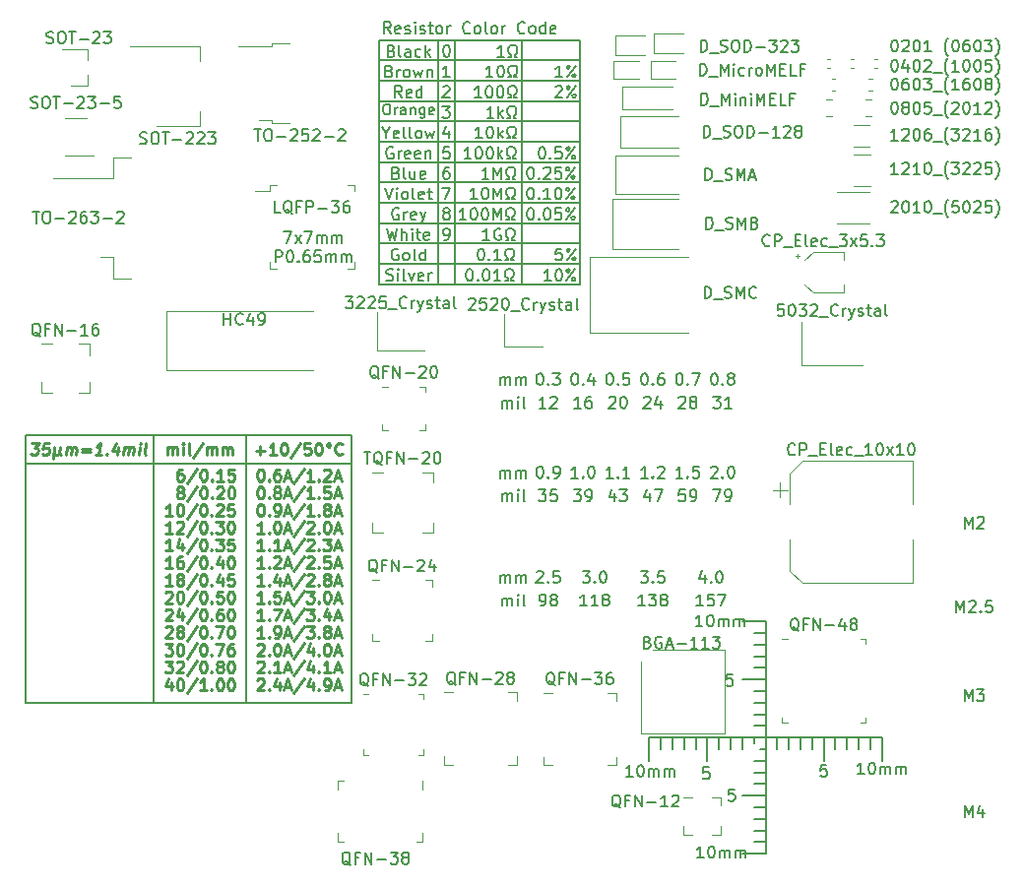
<source format=gbr>
%TF.GenerationSoftware,KiCad,Pcbnew,(5.1.10)-1*%
%TF.CreationDate,2022-01-31T16:37:24-08:00*%
%TF.ProjectId,TMPCB_Footprint-Side,544d5043-425f-4466-9f6f-747072696e74,rev?*%
%TF.SameCoordinates,Original*%
%TF.FileFunction,Legend,Top*%
%TF.FilePolarity,Positive*%
%FSLAX46Y46*%
G04 Gerber Fmt 4.6, Leading zero omitted, Abs format (unit mm)*
G04 Created by KiCad (PCBNEW (5.1.10)-1) date 2022-01-31 16:37:24*
%MOMM*%
%LPD*%
G01*
G04 APERTURE LIST*
%ADD10C,0.150000*%
%ADD11C,0.250000*%
%ADD12C,0.200000*%
%ADD13C,0.120000*%
G04 APERTURE END LIST*
D10*
X119118380Y-70001380D02*
X119785047Y-70001380D01*
X119356476Y-71001380D01*
X120070761Y-71001380D02*
X120594571Y-70334714D01*
X120070761Y-70334714D02*
X120594571Y-71001380D01*
X120880285Y-70001380D02*
X121546952Y-70001380D01*
X121118380Y-71001380D01*
X121927904Y-71001380D02*
X121927904Y-70334714D01*
X121927904Y-70429952D02*
X121975523Y-70382333D01*
X122070761Y-70334714D01*
X122213619Y-70334714D01*
X122308857Y-70382333D01*
X122356476Y-70477571D01*
X122356476Y-71001380D01*
X122356476Y-70477571D02*
X122404095Y-70382333D01*
X122499333Y-70334714D01*
X122642190Y-70334714D01*
X122737428Y-70382333D01*
X122785047Y-70477571D01*
X122785047Y-71001380D01*
X123261238Y-71001380D02*
X123261238Y-70334714D01*
X123261238Y-70429952D02*
X123308857Y-70382333D01*
X123404095Y-70334714D01*
X123546952Y-70334714D01*
X123642190Y-70382333D01*
X123689809Y-70477571D01*
X123689809Y-71001380D01*
X123689809Y-70477571D02*
X123737428Y-70382333D01*
X123832666Y-70334714D01*
X123975523Y-70334714D01*
X124070761Y-70382333D01*
X124118380Y-70477571D01*
X124118380Y-71001380D01*
X118404095Y-72651380D02*
X118404095Y-71651380D01*
X118785047Y-71651380D01*
X118880285Y-71699000D01*
X118927904Y-71746619D01*
X118975523Y-71841857D01*
X118975523Y-71984714D01*
X118927904Y-72079952D01*
X118880285Y-72127571D01*
X118785047Y-72175190D01*
X118404095Y-72175190D01*
X119594571Y-71651380D02*
X119689809Y-71651380D01*
X119785047Y-71699000D01*
X119832666Y-71746619D01*
X119880285Y-71841857D01*
X119927904Y-72032333D01*
X119927904Y-72270428D01*
X119880285Y-72460904D01*
X119832666Y-72556142D01*
X119785047Y-72603761D01*
X119689809Y-72651380D01*
X119594571Y-72651380D01*
X119499333Y-72603761D01*
X119451714Y-72556142D01*
X119404095Y-72460904D01*
X119356476Y-72270428D01*
X119356476Y-72032333D01*
X119404095Y-71841857D01*
X119451714Y-71746619D01*
X119499333Y-71699000D01*
X119594571Y-71651380D01*
X120356476Y-72556142D02*
X120404095Y-72603761D01*
X120356476Y-72651380D01*
X120308857Y-72603761D01*
X120356476Y-72556142D01*
X120356476Y-72651380D01*
X121261238Y-71651380D02*
X121070761Y-71651380D01*
X120975523Y-71699000D01*
X120927904Y-71746619D01*
X120832666Y-71889476D01*
X120785047Y-72079952D01*
X120785047Y-72460904D01*
X120832666Y-72556142D01*
X120880285Y-72603761D01*
X120975523Y-72651380D01*
X121166000Y-72651380D01*
X121261238Y-72603761D01*
X121308857Y-72556142D01*
X121356476Y-72460904D01*
X121356476Y-72222809D01*
X121308857Y-72127571D01*
X121261238Y-72079952D01*
X121166000Y-72032333D01*
X120975523Y-72032333D01*
X120880285Y-72079952D01*
X120832666Y-72127571D01*
X120785047Y-72222809D01*
X122261238Y-71651380D02*
X121785047Y-71651380D01*
X121737428Y-72127571D01*
X121785047Y-72079952D01*
X121880285Y-72032333D01*
X122118380Y-72032333D01*
X122213619Y-72079952D01*
X122261238Y-72127571D01*
X122308857Y-72222809D01*
X122308857Y-72460904D01*
X122261238Y-72556142D01*
X122213619Y-72603761D01*
X122118380Y-72651380D01*
X121880285Y-72651380D01*
X121785047Y-72603761D01*
X121737428Y-72556142D01*
X122737428Y-72651380D02*
X122737428Y-71984714D01*
X122737428Y-72079952D02*
X122785047Y-72032333D01*
X122880285Y-71984714D01*
X123023142Y-71984714D01*
X123118380Y-72032333D01*
X123166000Y-72127571D01*
X123166000Y-72651380D01*
X123166000Y-72127571D02*
X123213619Y-72032333D01*
X123308857Y-71984714D01*
X123451714Y-71984714D01*
X123546952Y-72032333D01*
X123594571Y-72127571D01*
X123594571Y-72651380D01*
X124070761Y-72651380D02*
X124070761Y-71984714D01*
X124070761Y-72079952D02*
X124118380Y-72032333D01*
X124213619Y-71984714D01*
X124356476Y-71984714D01*
X124451714Y-72032333D01*
X124499333Y-72127571D01*
X124499333Y-72651380D01*
X124499333Y-72127571D02*
X124546952Y-72032333D01*
X124642190Y-71984714D01*
X124785047Y-71984714D01*
X124880285Y-72032333D01*
X124927904Y-72127571D01*
X124927904Y-72651380D01*
D11*
X110397000Y-90474380D02*
X110206523Y-90474380D01*
X110111285Y-90522000D01*
X110063666Y-90569619D01*
X109968428Y-90712476D01*
X109920809Y-90902952D01*
X109920809Y-91283904D01*
X109968428Y-91379142D01*
X110016047Y-91426761D01*
X110111285Y-91474380D01*
X110301761Y-91474380D01*
X110397000Y-91426761D01*
X110444619Y-91379142D01*
X110492238Y-91283904D01*
X110492238Y-91045809D01*
X110444619Y-90950571D01*
X110397000Y-90902952D01*
X110301761Y-90855333D01*
X110111285Y-90855333D01*
X110016047Y-90902952D01*
X109968428Y-90950571D01*
X109920809Y-91045809D01*
X111635095Y-90426761D02*
X110777952Y-91712476D01*
X112158904Y-90474380D02*
X112254142Y-90474380D01*
X112349380Y-90522000D01*
X112397000Y-90569619D01*
X112444619Y-90664857D01*
X112492238Y-90855333D01*
X112492238Y-91093428D01*
X112444619Y-91283904D01*
X112397000Y-91379142D01*
X112349380Y-91426761D01*
X112254142Y-91474380D01*
X112158904Y-91474380D01*
X112063666Y-91426761D01*
X112016047Y-91379142D01*
X111968428Y-91283904D01*
X111920809Y-91093428D01*
X111920809Y-90855333D01*
X111968428Y-90664857D01*
X112016047Y-90569619D01*
X112063666Y-90522000D01*
X112158904Y-90474380D01*
X112920809Y-91379142D02*
X112968428Y-91426761D01*
X112920809Y-91474380D01*
X112873190Y-91426761D01*
X112920809Y-91379142D01*
X112920809Y-91474380D01*
X113920809Y-91474380D02*
X113349380Y-91474380D01*
X113635095Y-91474380D02*
X113635095Y-90474380D01*
X113539857Y-90617238D01*
X113444619Y-90712476D01*
X113349380Y-90760095D01*
X114825571Y-90474380D02*
X114349380Y-90474380D01*
X114301761Y-90950571D01*
X114349380Y-90902952D01*
X114444619Y-90855333D01*
X114682714Y-90855333D01*
X114777952Y-90902952D01*
X114825571Y-90950571D01*
X114873190Y-91045809D01*
X114873190Y-91283904D01*
X114825571Y-91379142D01*
X114777952Y-91426761D01*
X114682714Y-91474380D01*
X114444619Y-91474380D01*
X114349380Y-91426761D01*
X114301761Y-91379142D01*
X97437699Y-88224380D02*
X98056747Y-88224380D01*
X97675794Y-88605333D01*
X97818651Y-88605333D01*
X97907937Y-88652952D01*
X97949604Y-88700571D01*
X97985318Y-88795809D01*
X97955556Y-89033904D01*
X97896032Y-89129142D01*
X97842461Y-89176761D01*
X97741270Y-89224380D01*
X97455556Y-89224380D01*
X97366270Y-89176761D01*
X97324604Y-89129142D01*
X98961508Y-88224380D02*
X98485318Y-88224380D01*
X98378175Y-88700571D01*
X98431747Y-88652952D01*
X98532937Y-88605333D01*
X98771032Y-88605333D01*
X98860318Y-88652952D01*
X98901985Y-88700571D01*
X98937699Y-88795809D01*
X98907937Y-89033904D01*
X98848413Y-89129142D01*
X98794842Y-89176761D01*
X98693651Y-89224380D01*
X98455556Y-89224380D01*
X98366270Y-89176761D01*
X98324604Y-89129142D01*
X99396032Y-88557714D02*
X99271032Y-89557714D01*
X99806747Y-89081523D02*
X99842461Y-89176761D01*
X99931747Y-89224380D01*
X99330556Y-89081523D02*
X99366270Y-89176761D01*
X99455556Y-89224380D01*
X99646032Y-89224380D01*
X99747223Y-89176761D01*
X99806747Y-89081523D01*
X99872223Y-88557714D01*
X100360318Y-89224380D02*
X100443651Y-88557714D01*
X100431747Y-88652952D02*
X100485318Y-88605333D01*
X100586508Y-88557714D01*
X100729366Y-88557714D01*
X100818651Y-88605333D01*
X100854366Y-88700571D01*
X100788889Y-89224380D01*
X100854366Y-88700571D02*
X100913889Y-88605333D01*
X101015080Y-88557714D01*
X101157937Y-88557714D01*
X101247223Y-88605333D01*
X101282937Y-88700571D01*
X101217461Y-89224380D01*
X101759127Y-88700571D02*
X102521032Y-88700571D01*
X102485318Y-88986285D02*
X101723413Y-88986285D01*
X103455556Y-89224380D02*
X102884127Y-89224380D01*
X103169842Y-89224380D02*
X103294842Y-88224380D01*
X103181747Y-88367238D01*
X103074604Y-88462476D01*
X102973413Y-88510095D01*
X103896032Y-89129142D02*
X103937699Y-89176761D01*
X103884127Y-89224380D01*
X103842461Y-89176761D01*
X103896032Y-89129142D01*
X103884127Y-89224380D01*
X104872223Y-88557714D02*
X104788889Y-89224380D01*
X104681747Y-88176761D02*
X104354366Y-88891047D01*
X104973413Y-88891047D01*
X105312699Y-89224380D02*
X105396032Y-88557714D01*
X105384127Y-88652952D02*
X105437699Y-88605333D01*
X105538889Y-88557714D01*
X105681747Y-88557714D01*
X105771032Y-88605333D01*
X105806747Y-88700571D01*
X105741270Y-89224380D01*
X105806747Y-88700571D02*
X105866270Y-88605333D01*
X105967461Y-88557714D01*
X106110318Y-88557714D01*
X106199604Y-88605333D01*
X106235318Y-88700571D01*
X106169842Y-89224380D01*
X106646032Y-89224380D02*
X106729366Y-88557714D01*
X106771032Y-88224380D02*
X106717461Y-88272000D01*
X106759127Y-88319619D01*
X106812699Y-88272000D01*
X106771032Y-88224380D01*
X106759127Y-88319619D01*
X107265080Y-89224380D02*
X107175794Y-89176761D01*
X107140080Y-89081523D01*
X107247223Y-88224380D01*
X117397000Y-103474380D02*
X116825571Y-103474380D01*
X117111285Y-103474380D02*
X117111285Y-102474380D01*
X117016047Y-102617238D01*
X116920809Y-102712476D01*
X116825571Y-102760095D01*
X117825571Y-103379142D02*
X117873190Y-103426761D01*
X117825571Y-103474380D01*
X117777952Y-103426761D01*
X117825571Y-103379142D01*
X117825571Y-103474380D01*
X118206523Y-102474380D02*
X118873190Y-102474380D01*
X118444619Y-103474380D01*
X119206523Y-103188666D02*
X119682714Y-103188666D01*
X119111285Y-103474380D02*
X119444619Y-102474380D01*
X119777952Y-103474380D01*
X120825571Y-102426761D02*
X119968428Y-103712476D01*
X121063666Y-102474380D02*
X121682714Y-102474380D01*
X121349380Y-102855333D01*
X121492238Y-102855333D01*
X121587476Y-102902952D01*
X121635095Y-102950571D01*
X121682714Y-103045809D01*
X121682714Y-103283904D01*
X121635095Y-103379142D01*
X121587476Y-103426761D01*
X121492238Y-103474380D01*
X121206523Y-103474380D01*
X121111285Y-103426761D01*
X121063666Y-103379142D01*
X122111285Y-103379142D02*
X122158904Y-103426761D01*
X122111285Y-103474380D01*
X122063666Y-103426761D01*
X122111285Y-103379142D01*
X122111285Y-103474380D01*
X123016047Y-102807714D02*
X123016047Y-103474380D01*
X122777952Y-102426761D02*
X122539857Y-103141047D01*
X123158904Y-103141047D01*
X123492238Y-103188666D02*
X123968428Y-103188666D01*
X123397000Y-103474380D02*
X123730333Y-102474380D01*
X124063666Y-103474380D01*
X109516047Y-94474380D02*
X108944619Y-94474380D01*
X109230333Y-94474380D02*
X109230333Y-93474380D01*
X109135095Y-93617238D01*
X109039857Y-93712476D01*
X108944619Y-93760095D01*
X110135095Y-93474380D02*
X110230333Y-93474380D01*
X110325571Y-93522000D01*
X110373190Y-93569619D01*
X110420809Y-93664857D01*
X110468428Y-93855333D01*
X110468428Y-94093428D01*
X110420809Y-94283904D01*
X110373190Y-94379142D01*
X110325571Y-94426761D01*
X110230333Y-94474380D01*
X110135095Y-94474380D01*
X110039857Y-94426761D01*
X109992238Y-94379142D01*
X109944619Y-94283904D01*
X109897000Y-94093428D01*
X109897000Y-93855333D01*
X109944619Y-93664857D01*
X109992238Y-93569619D01*
X110039857Y-93522000D01*
X110135095Y-93474380D01*
X111611285Y-93426761D02*
X110754142Y-94712476D01*
X112135095Y-93474380D02*
X112230333Y-93474380D01*
X112325571Y-93522000D01*
X112373190Y-93569619D01*
X112420809Y-93664857D01*
X112468428Y-93855333D01*
X112468428Y-94093428D01*
X112420809Y-94283904D01*
X112373190Y-94379142D01*
X112325571Y-94426761D01*
X112230333Y-94474380D01*
X112135095Y-94474380D01*
X112039857Y-94426761D01*
X111992238Y-94379142D01*
X111944619Y-94283904D01*
X111897000Y-94093428D01*
X111897000Y-93855333D01*
X111944619Y-93664857D01*
X111992238Y-93569619D01*
X112039857Y-93522000D01*
X112135095Y-93474380D01*
X112897000Y-94379142D02*
X112944619Y-94426761D01*
X112897000Y-94474380D01*
X112849380Y-94426761D01*
X112897000Y-94379142D01*
X112897000Y-94474380D01*
X113325571Y-93569619D02*
X113373190Y-93522000D01*
X113468428Y-93474380D01*
X113706523Y-93474380D01*
X113801761Y-93522000D01*
X113849380Y-93569619D01*
X113897000Y-93664857D01*
X113897000Y-93760095D01*
X113849380Y-93902952D01*
X113277952Y-94474380D01*
X113897000Y-94474380D01*
X114801761Y-93474380D02*
X114325571Y-93474380D01*
X114277952Y-93950571D01*
X114325571Y-93902952D01*
X114420809Y-93855333D01*
X114658904Y-93855333D01*
X114754142Y-93902952D01*
X114801761Y-93950571D01*
X114849380Y-94045809D01*
X114849380Y-94283904D01*
X114801761Y-94379142D01*
X114754142Y-94426761D01*
X114658904Y-94474380D01*
X114420809Y-94474380D01*
X114325571Y-94426761D01*
X114277952Y-94379142D01*
X117063666Y-93474380D02*
X117158904Y-93474380D01*
X117254142Y-93522000D01*
X117301761Y-93569619D01*
X117349380Y-93664857D01*
X117397000Y-93855333D01*
X117397000Y-94093428D01*
X117349380Y-94283904D01*
X117301761Y-94379142D01*
X117254142Y-94426761D01*
X117158904Y-94474380D01*
X117063666Y-94474380D01*
X116968428Y-94426761D01*
X116920809Y-94379142D01*
X116873190Y-94283904D01*
X116825571Y-94093428D01*
X116825571Y-93855333D01*
X116873190Y-93664857D01*
X116920809Y-93569619D01*
X116968428Y-93522000D01*
X117063666Y-93474380D01*
X117825571Y-94379142D02*
X117873190Y-94426761D01*
X117825571Y-94474380D01*
X117777952Y-94426761D01*
X117825571Y-94379142D01*
X117825571Y-94474380D01*
X118349380Y-94474380D02*
X118539857Y-94474380D01*
X118635095Y-94426761D01*
X118682714Y-94379142D01*
X118777952Y-94236285D01*
X118825571Y-94045809D01*
X118825571Y-93664857D01*
X118777952Y-93569619D01*
X118730333Y-93522000D01*
X118635095Y-93474380D01*
X118444619Y-93474380D01*
X118349380Y-93522000D01*
X118301761Y-93569619D01*
X118254142Y-93664857D01*
X118254142Y-93902952D01*
X118301761Y-93998190D01*
X118349380Y-94045809D01*
X118444619Y-94093428D01*
X118635095Y-94093428D01*
X118730333Y-94045809D01*
X118777952Y-93998190D01*
X118825571Y-93902952D01*
X119206523Y-94188666D02*
X119682714Y-94188666D01*
X119111285Y-94474380D02*
X119444619Y-93474380D01*
X119777952Y-94474380D01*
X120825571Y-93426761D02*
X119968428Y-94712476D01*
X121682714Y-94474380D02*
X121111285Y-94474380D01*
X121397000Y-94474380D02*
X121397000Y-93474380D01*
X121301761Y-93617238D01*
X121206523Y-93712476D01*
X121111285Y-93760095D01*
X122111285Y-94379142D02*
X122158904Y-94426761D01*
X122111285Y-94474380D01*
X122063666Y-94426761D01*
X122111285Y-94379142D01*
X122111285Y-94474380D01*
X122730333Y-93902952D02*
X122635095Y-93855333D01*
X122587476Y-93807714D01*
X122539857Y-93712476D01*
X122539857Y-93664857D01*
X122587476Y-93569619D01*
X122635095Y-93522000D01*
X122730333Y-93474380D01*
X122920809Y-93474380D01*
X123016047Y-93522000D01*
X123063666Y-93569619D01*
X123111285Y-93664857D01*
X123111285Y-93712476D01*
X123063666Y-93807714D01*
X123016047Y-93855333D01*
X122920809Y-93902952D01*
X122730333Y-93902952D01*
X122635095Y-93950571D01*
X122587476Y-93998190D01*
X122539857Y-94093428D01*
X122539857Y-94283904D01*
X122587476Y-94379142D01*
X122635095Y-94426761D01*
X122730333Y-94474380D01*
X122920809Y-94474380D01*
X123016047Y-94426761D01*
X123063666Y-94379142D01*
X123111285Y-94283904D01*
X123111285Y-94093428D01*
X123063666Y-93998190D01*
X123016047Y-93950571D01*
X122920809Y-93902952D01*
X123492238Y-94188666D02*
X123968428Y-94188666D01*
X123397000Y-94474380D02*
X123730333Y-93474380D01*
X124063666Y-94474380D01*
X116825571Y-108569619D02*
X116873190Y-108522000D01*
X116968428Y-108474380D01*
X117206523Y-108474380D01*
X117301761Y-108522000D01*
X117349380Y-108569619D01*
X117397000Y-108664857D01*
X117397000Y-108760095D01*
X117349380Y-108902952D01*
X116777952Y-109474380D01*
X117397000Y-109474380D01*
X117825571Y-109379142D02*
X117873190Y-109426761D01*
X117825571Y-109474380D01*
X117777952Y-109426761D01*
X117825571Y-109379142D01*
X117825571Y-109474380D01*
X118730333Y-108807714D02*
X118730333Y-109474380D01*
X118492238Y-108426761D02*
X118254142Y-109141047D01*
X118873190Y-109141047D01*
X119206523Y-109188666D02*
X119682714Y-109188666D01*
X119111285Y-109474380D02*
X119444619Y-108474380D01*
X119777952Y-109474380D01*
X120825571Y-108426761D02*
X119968428Y-109712476D01*
X121587476Y-108807714D02*
X121587476Y-109474380D01*
X121349380Y-108426761D02*
X121111285Y-109141047D01*
X121730333Y-109141047D01*
X122111285Y-109379142D02*
X122158904Y-109426761D01*
X122111285Y-109474380D01*
X122063666Y-109426761D01*
X122111285Y-109379142D01*
X122111285Y-109474380D01*
X122635095Y-109474380D02*
X122825571Y-109474380D01*
X122920809Y-109426761D01*
X122968428Y-109379142D01*
X123063666Y-109236285D01*
X123111285Y-109045809D01*
X123111285Y-108664857D01*
X123063666Y-108569619D01*
X123016047Y-108522000D01*
X122920809Y-108474380D01*
X122730333Y-108474380D01*
X122635095Y-108522000D01*
X122587476Y-108569619D01*
X122539857Y-108664857D01*
X122539857Y-108902952D01*
X122587476Y-108998190D01*
X122635095Y-109045809D01*
X122730333Y-109093428D01*
X122920809Y-109093428D01*
X123016047Y-109045809D01*
X123063666Y-108998190D01*
X123111285Y-108902952D01*
X123492238Y-109188666D02*
X123968428Y-109188666D01*
X123397000Y-109474380D02*
X123730333Y-108474380D01*
X124063666Y-109474380D01*
X108897000Y-106974380D02*
X109516047Y-106974380D01*
X109182714Y-107355333D01*
X109325571Y-107355333D01*
X109420809Y-107402952D01*
X109468428Y-107450571D01*
X109516047Y-107545809D01*
X109516047Y-107783904D01*
X109468428Y-107879142D01*
X109420809Y-107926761D01*
X109325571Y-107974380D01*
X109039857Y-107974380D01*
X108944619Y-107926761D01*
X108897000Y-107879142D01*
X109897000Y-107069619D02*
X109944619Y-107022000D01*
X110039857Y-106974380D01*
X110277952Y-106974380D01*
X110373190Y-107022000D01*
X110420809Y-107069619D01*
X110468428Y-107164857D01*
X110468428Y-107260095D01*
X110420809Y-107402952D01*
X109849380Y-107974380D01*
X110468428Y-107974380D01*
X111611285Y-106926761D02*
X110754142Y-108212476D01*
X112135095Y-106974380D02*
X112230333Y-106974380D01*
X112325571Y-107022000D01*
X112373190Y-107069619D01*
X112420809Y-107164857D01*
X112468428Y-107355333D01*
X112468428Y-107593428D01*
X112420809Y-107783904D01*
X112373190Y-107879142D01*
X112325571Y-107926761D01*
X112230333Y-107974380D01*
X112135095Y-107974380D01*
X112039857Y-107926761D01*
X111992238Y-107879142D01*
X111944619Y-107783904D01*
X111897000Y-107593428D01*
X111897000Y-107355333D01*
X111944619Y-107164857D01*
X111992238Y-107069619D01*
X112039857Y-107022000D01*
X112135095Y-106974380D01*
X112897000Y-107879142D02*
X112944619Y-107926761D01*
X112897000Y-107974380D01*
X112849380Y-107926761D01*
X112897000Y-107879142D01*
X112897000Y-107974380D01*
X113516047Y-107402952D02*
X113420809Y-107355333D01*
X113373190Y-107307714D01*
X113325571Y-107212476D01*
X113325571Y-107164857D01*
X113373190Y-107069619D01*
X113420809Y-107022000D01*
X113516047Y-106974380D01*
X113706523Y-106974380D01*
X113801761Y-107022000D01*
X113849380Y-107069619D01*
X113897000Y-107164857D01*
X113897000Y-107212476D01*
X113849380Y-107307714D01*
X113801761Y-107355333D01*
X113706523Y-107402952D01*
X113516047Y-107402952D01*
X113420809Y-107450571D01*
X113373190Y-107498190D01*
X113325571Y-107593428D01*
X113325571Y-107783904D01*
X113373190Y-107879142D01*
X113420809Y-107926761D01*
X113516047Y-107974380D01*
X113706523Y-107974380D01*
X113801761Y-107926761D01*
X113849380Y-107879142D01*
X113897000Y-107783904D01*
X113897000Y-107593428D01*
X113849380Y-107498190D01*
X113801761Y-107450571D01*
X113706523Y-107402952D01*
X114516047Y-106974380D02*
X114611285Y-106974380D01*
X114706523Y-107022000D01*
X114754142Y-107069619D01*
X114801761Y-107164857D01*
X114849380Y-107355333D01*
X114849380Y-107593428D01*
X114801761Y-107783904D01*
X114754142Y-107879142D01*
X114706523Y-107926761D01*
X114611285Y-107974380D01*
X114516047Y-107974380D01*
X114420809Y-107926761D01*
X114373190Y-107879142D01*
X114325571Y-107783904D01*
X114277952Y-107593428D01*
X114277952Y-107355333D01*
X114325571Y-107164857D01*
X114373190Y-107069619D01*
X114420809Y-107022000D01*
X114516047Y-106974380D01*
X117397000Y-104974380D02*
X116825571Y-104974380D01*
X117111285Y-104974380D02*
X117111285Y-103974380D01*
X117016047Y-104117238D01*
X116920809Y-104212476D01*
X116825571Y-104260095D01*
X117825571Y-104879142D02*
X117873190Y-104926761D01*
X117825571Y-104974380D01*
X117777952Y-104926761D01*
X117825571Y-104879142D01*
X117825571Y-104974380D01*
X118349380Y-104974380D02*
X118539857Y-104974380D01*
X118635095Y-104926761D01*
X118682714Y-104879142D01*
X118777952Y-104736285D01*
X118825571Y-104545809D01*
X118825571Y-104164857D01*
X118777952Y-104069619D01*
X118730333Y-104022000D01*
X118635095Y-103974380D01*
X118444619Y-103974380D01*
X118349380Y-104022000D01*
X118301761Y-104069619D01*
X118254142Y-104164857D01*
X118254142Y-104402952D01*
X118301761Y-104498190D01*
X118349380Y-104545809D01*
X118444619Y-104593428D01*
X118635095Y-104593428D01*
X118730333Y-104545809D01*
X118777952Y-104498190D01*
X118825571Y-104402952D01*
X119206523Y-104688666D02*
X119682714Y-104688666D01*
X119111285Y-104974380D02*
X119444619Y-103974380D01*
X119777952Y-104974380D01*
X120825571Y-103926761D02*
X119968428Y-105212476D01*
X121063666Y-103974380D02*
X121682714Y-103974380D01*
X121349380Y-104355333D01*
X121492238Y-104355333D01*
X121587476Y-104402952D01*
X121635095Y-104450571D01*
X121682714Y-104545809D01*
X121682714Y-104783904D01*
X121635095Y-104879142D01*
X121587476Y-104926761D01*
X121492238Y-104974380D01*
X121206523Y-104974380D01*
X121111285Y-104926761D01*
X121063666Y-104879142D01*
X122111285Y-104879142D02*
X122158904Y-104926761D01*
X122111285Y-104974380D01*
X122063666Y-104926761D01*
X122111285Y-104879142D01*
X122111285Y-104974380D01*
X122730333Y-104402952D02*
X122635095Y-104355333D01*
X122587476Y-104307714D01*
X122539857Y-104212476D01*
X122539857Y-104164857D01*
X122587476Y-104069619D01*
X122635095Y-104022000D01*
X122730333Y-103974380D01*
X122920809Y-103974380D01*
X123016047Y-104022000D01*
X123063666Y-104069619D01*
X123111285Y-104164857D01*
X123111285Y-104212476D01*
X123063666Y-104307714D01*
X123016047Y-104355333D01*
X122920809Y-104402952D01*
X122730333Y-104402952D01*
X122635095Y-104450571D01*
X122587476Y-104498190D01*
X122539857Y-104593428D01*
X122539857Y-104783904D01*
X122587476Y-104879142D01*
X122635095Y-104926761D01*
X122730333Y-104974380D01*
X122920809Y-104974380D01*
X123016047Y-104926761D01*
X123063666Y-104879142D01*
X123111285Y-104783904D01*
X123111285Y-104593428D01*
X123063666Y-104498190D01*
X123016047Y-104450571D01*
X122920809Y-104402952D01*
X123492238Y-104688666D02*
X123968428Y-104688666D01*
X123397000Y-104974380D02*
X123730333Y-103974380D01*
X124063666Y-104974380D01*
X117063666Y-90474380D02*
X117158904Y-90474380D01*
X117254142Y-90522000D01*
X117301761Y-90569619D01*
X117349380Y-90664857D01*
X117397000Y-90855333D01*
X117397000Y-91093428D01*
X117349380Y-91283904D01*
X117301761Y-91379142D01*
X117254142Y-91426761D01*
X117158904Y-91474380D01*
X117063666Y-91474380D01*
X116968428Y-91426761D01*
X116920809Y-91379142D01*
X116873190Y-91283904D01*
X116825571Y-91093428D01*
X116825571Y-90855333D01*
X116873190Y-90664857D01*
X116920809Y-90569619D01*
X116968428Y-90522000D01*
X117063666Y-90474380D01*
X117825571Y-91379142D02*
X117873190Y-91426761D01*
X117825571Y-91474380D01*
X117777952Y-91426761D01*
X117825571Y-91379142D01*
X117825571Y-91474380D01*
X118730333Y-90474380D02*
X118539857Y-90474380D01*
X118444619Y-90522000D01*
X118397000Y-90569619D01*
X118301761Y-90712476D01*
X118254142Y-90902952D01*
X118254142Y-91283904D01*
X118301761Y-91379142D01*
X118349380Y-91426761D01*
X118444619Y-91474380D01*
X118635095Y-91474380D01*
X118730333Y-91426761D01*
X118777952Y-91379142D01*
X118825571Y-91283904D01*
X118825571Y-91045809D01*
X118777952Y-90950571D01*
X118730333Y-90902952D01*
X118635095Y-90855333D01*
X118444619Y-90855333D01*
X118349380Y-90902952D01*
X118301761Y-90950571D01*
X118254142Y-91045809D01*
X119206523Y-91188666D02*
X119682714Y-91188666D01*
X119111285Y-91474380D02*
X119444619Y-90474380D01*
X119777952Y-91474380D01*
X120825571Y-90426761D02*
X119968428Y-91712476D01*
X121682714Y-91474380D02*
X121111285Y-91474380D01*
X121397000Y-91474380D02*
X121397000Y-90474380D01*
X121301761Y-90617238D01*
X121206523Y-90712476D01*
X121111285Y-90760095D01*
X122111285Y-91379142D02*
X122158904Y-91426761D01*
X122111285Y-91474380D01*
X122063666Y-91426761D01*
X122111285Y-91379142D01*
X122111285Y-91474380D01*
X122539857Y-90569619D02*
X122587476Y-90522000D01*
X122682714Y-90474380D01*
X122920809Y-90474380D01*
X123016047Y-90522000D01*
X123063666Y-90569619D01*
X123111285Y-90664857D01*
X123111285Y-90760095D01*
X123063666Y-90902952D01*
X122492238Y-91474380D01*
X123111285Y-91474380D01*
X123492238Y-91188666D02*
X123968428Y-91188666D01*
X123397000Y-91474380D02*
X123730333Y-90474380D01*
X124063666Y-91474380D01*
X110111285Y-92402952D02*
X110016047Y-92355333D01*
X109968428Y-92307714D01*
X109920809Y-92212476D01*
X109920809Y-92164857D01*
X109968428Y-92069619D01*
X110016047Y-92022000D01*
X110111285Y-91974380D01*
X110301761Y-91974380D01*
X110397000Y-92022000D01*
X110444619Y-92069619D01*
X110492238Y-92164857D01*
X110492238Y-92212476D01*
X110444619Y-92307714D01*
X110397000Y-92355333D01*
X110301761Y-92402952D01*
X110111285Y-92402952D01*
X110016047Y-92450571D01*
X109968428Y-92498190D01*
X109920809Y-92593428D01*
X109920809Y-92783904D01*
X109968428Y-92879142D01*
X110016047Y-92926761D01*
X110111285Y-92974380D01*
X110301761Y-92974380D01*
X110397000Y-92926761D01*
X110444619Y-92879142D01*
X110492238Y-92783904D01*
X110492238Y-92593428D01*
X110444619Y-92498190D01*
X110397000Y-92450571D01*
X110301761Y-92402952D01*
X111635095Y-91926761D02*
X110777952Y-93212476D01*
X112158904Y-91974380D02*
X112254142Y-91974380D01*
X112349380Y-92022000D01*
X112397000Y-92069619D01*
X112444619Y-92164857D01*
X112492238Y-92355333D01*
X112492238Y-92593428D01*
X112444619Y-92783904D01*
X112397000Y-92879142D01*
X112349380Y-92926761D01*
X112254142Y-92974380D01*
X112158904Y-92974380D01*
X112063666Y-92926761D01*
X112016047Y-92879142D01*
X111968428Y-92783904D01*
X111920809Y-92593428D01*
X111920809Y-92355333D01*
X111968428Y-92164857D01*
X112016047Y-92069619D01*
X112063666Y-92022000D01*
X112158904Y-91974380D01*
X112920809Y-92879142D02*
X112968428Y-92926761D01*
X112920809Y-92974380D01*
X112873190Y-92926761D01*
X112920809Y-92879142D01*
X112920809Y-92974380D01*
X113349380Y-92069619D02*
X113397000Y-92022000D01*
X113492238Y-91974380D01*
X113730333Y-91974380D01*
X113825571Y-92022000D01*
X113873190Y-92069619D01*
X113920809Y-92164857D01*
X113920809Y-92260095D01*
X113873190Y-92402952D01*
X113301761Y-92974380D01*
X113920809Y-92974380D01*
X114539857Y-91974380D02*
X114635095Y-91974380D01*
X114730333Y-92022000D01*
X114777952Y-92069619D01*
X114825571Y-92164857D01*
X114873190Y-92355333D01*
X114873190Y-92593428D01*
X114825571Y-92783904D01*
X114777952Y-92879142D01*
X114730333Y-92926761D01*
X114635095Y-92974380D01*
X114539857Y-92974380D01*
X114444619Y-92926761D01*
X114397000Y-92879142D01*
X114349380Y-92783904D01*
X114301761Y-92593428D01*
X114301761Y-92355333D01*
X114349380Y-92164857D01*
X114397000Y-92069619D01*
X114444619Y-92022000D01*
X114539857Y-91974380D01*
X116825571Y-107069619D02*
X116873190Y-107022000D01*
X116968428Y-106974380D01*
X117206523Y-106974380D01*
X117301761Y-107022000D01*
X117349380Y-107069619D01*
X117397000Y-107164857D01*
X117397000Y-107260095D01*
X117349380Y-107402952D01*
X116777952Y-107974380D01*
X117397000Y-107974380D01*
X117825571Y-107879142D02*
X117873190Y-107926761D01*
X117825571Y-107974380D01*
X117777952Y-107926761D01*
X117825571Y-107879142D01*
X117825571Y-107974380D01*
X118825571Y-107974380D02*
X118254142Y-107974380D01*
X118539857Y-107974380D02*
X118539857Y-106974380D01*
X118444619Y-107117238D01*
X118349380Y-107212476D01*
X118254142Y-107260095D01*
X119206523Y-107688666D02*
X119682714Y-107688666D01*
X119111285Y-107974380D02*
X119444619Y-106974380D01*
X119777952Y-107974380D01*
X120825571Y-106926761D02*
X119968428Y-108212476D01*
X121587476Y-107307714D02*
X121587476Y-107974380D01*
X121349380Y-106926761D02*
X121111285Y-107641047D01*
X121730333Y-107641047D01*
X122111285Y-107879142D02*
X122158904Y-107926761D01*
X122111285Y-107974380D01*
X122063666Y-107926761D01*
X122111285Y-107879142D01*
X122111285Y-107974380D01*
X123111285Y-107974380D02*
X122539857Y-107974380D01*
X122825571Y-107974380D02*
X122825571Y-106974380D01*
X122730333Y-107117238D01*
X122635095Y-107212476D01*
X122539857Y-107260095D01*
X123492238Y-107688666D02*
X123968428Y-107688666D01*
X123397000Y-107974380D02*
X123730333Y-106974380D01*
X124063666Y-107974380D01*
X116825571Y-105569619D02*
X116873190Y-105522000D01*
X116968428Y-105474380D01*
X117206523Y-105474380D01*
X117301761Y-105522000D01*
X117349380Y-105569619D01*
X117397000Y-105664857D01*
X117397000Y-105760095D01*
X117349380Y-105902952D01*
X116777952Y-106474380D01*
X117397000Y-106474380D01*
X117825571Y-106379142D02*
X117873190Y-106426761D01*
X117825571Y-106474380D01*
X117777952Y-106426761D01*
X117825571Y-106379142D01*
X117825571Y-106474380D01*
X118492238Y-105474380D02*
X118587476Y-105474380D01*
X118682714Y-105522000D01*
X118730333Y-105569619D01*
X118777952Y-105664857D01*
X118825571Y-105855333D01*
X118825571Y-106093428D01*
X118777952Y-106283904D01*
X118730333Y-106379142D01*
X118682714Y-106426761D01*
X118587476Y-106474380D01*
X118492238Y-106474380D01*
X118397000Y-106426761D01*
X118349380Y-106379142D01*
X118301761Y-106283904D01*
X118254142Y-106093428D01*
X118254142Y-105855333D01*
X118301761Y-105664857D01*
X118349380Y-105569619D01*
X118397000Y-105522000D01*
X118492238Y-105474380D01*
X119206523Y-106188666D02*
X119682714Y-106188666D01*
X119111285Y-106474380D02*
X119444619Y-105474380D01*
X119777952Y-106474380D01*
X120825571Y-105426761D02*
X119968428Y-106712476D01*
X121587476Y-105807714D02*
X121587476Y-106474380D01*
X121349380Y-105426761D02*
X121111285Y-106141047D01*
X121730333Y-106141047D01*
X122111285Y-106379142D02*
X122158904Y-106426761D01*
X122111285Y-106474380D01*
X122063666Y-106426761D01*
X122111285Y-106379142D01*
X122111285Y-106474380D01*
X122777952Y-105474380D02*
X122873190Y-105474380D01*
X122968428Y-105522000D01*
X123016047Y-105569619D01*
X123063666Y-105664857D01*
X123111285Y-105855333D01*
X123111285Y-106093428D01*
X123063666Y-106283904D01*
X123016047Y-106379142D01*
X122968428Y-106426761D01*
X122873190Y-106474380D01*
X122777952Y-106474380D01*
X122682714Y-106426761D01*
X122635095Y-106379142D01*
X122587476Y-106283904D01*
X122539857Y-106093428D01*
X122539857Y-105855333D01*
X122587476Y-105664857D01*
X122635095Y-105569619D01*
X122682714Y-105522000D01*
X122777952Y-105474380D01*
X123492238Y-106188666D02*
X123968428Y-106188666D01*
X123397000Y-106474380D02*
X123730333Y-105474380D01*
X124063666Y-106474380D01*
X117397000Y-98974380D02*
X116825571Y-98974380D01*
X117111285Y-98974380D02*
X117111285Y-97974380D01*
X117016047Y-98117238D01*
X116920809Y-98212476D01*
X116825571Y-98260095D01*
X117825571Y-98879142D02*
X117873190Y-98926761D01*
X117825571Y-98974380D01*
X117777952Y-98926761D01*
X117825571Y-98879142D01*
X117825571Y-98974380D01*
X118254142Y-98069619D02*
X118301761Y-98022000D01*
X118397000Y-97974380D01*
X118635095Y-97974380D01*
X118730333Y-98022000D01*
X118777952Y-98069619D01*
X118825571Y-98164857D01*
X118825571Y-98260095D01*
X118777952Y-98402952D01*
X118206523Y-98974380D01*
X118825571Y-98974380D01*
X119206523Y-98688666D02*
X119682714Y-98688666D01*
X119111285Y-98974380D02*
X119444619Y-97974380D01*
X119777952Y-98974380D01*
X120825571Y-97926761D02*
X119968428Y-99212476D01*
X121111285Y-98069619D02*
X121158904Y-98022000D01*
X121254142Y-97974380D01*
X121492238Y-97974380D01*
X121587476Y-98022000D01*
X121635095Y-98069619D01*
X121682714Y-98164857D01*
X121682714Y-98260095D01*
X121635095Y-98402952D01*
X121063666Y-98974380D01*
X121682714Y-98974380D01*
X122111285Y-98879142D02*
X122158904Y-98926761D01*
X122111285Y-98974380D01*
X122063666Y-98926761D01*
X122111285Y-98879142D01*
X122111285Y-98974380D01*
X123063666Y-97974380D02*
X122587476Y-97974380D01*
X122539857Y-98450571D01*
X122587476Y-98402952D01*
X122682714Y-98355333D01*
X122920809Y-98355333D01*
X123016047Y-98402952D01*
X123063666Y-98450571D01*
X123111285Y-98545809D01*
X123111285Y-98783904D01*
X123063666Y-98879142D01*
X123016047Y-98926761D01*
X122920809Y-98974380D01*
X122682714Y-98974380D01*
X122587476Y-98926761D01*
X122539857Y-98879142D01*
X123492238Y-98688666D02*
X123968428Y-98688666D01*
X123397000Y-98974380D02*
X123730333Y-97974380D01*
X124063666Y-98974380D01*
X116706523Y-88843428D02*
X117468428Y-88843428D01*
X117087476Y-89224380D02*
X117087476Y-88462476D01*
X118468428Y-89224380D02*
X117897000Y-89224380D01*
X118182714Y-89224380D02*
X118182714Y-88224380D01*
X118087476Y-88367238D01*
X117992238Y-88462476D01*
X117897000Y-88510095D01*
X119087476Y-88224380D02*
X119182714Y-88224380D01*
X119277952Y-88272000D01*
X119325571Y-88319619D01*
X119373190Y-88414857D01*
X119420809Y-88605333D01*
X119420809Y-88843428D01*
X119373190Y-89033904D01*
X119325571Y-89129142D01*
X119277952Y-89176761D01*
X119182714Y-89224380D01*
X119087476Y-89224380D01*
X118992238Y-89176761D01*
X118944619Y-89129142D01*
X118897000Y-89033904D01*
X118849380Y-88843428D01*
X118849380Y-88605333D01*
X118897000Y-88414857D01*
X118944619Y-88319619D01*
X118992238Y-88272000D01*
X119087476Y-88224380D01*
X120563666Y-88176761D02*
X119706523Y-89462476D01*
X121373190Y-88224380D02*
X120897000Y-88224380D01*
X120849380Y-88700571D01*
X120897000Y-88652952D01*
X120992238Y-88605333D01*
X121230333Y-88605333D01*
X121325571Y-88652952D01*
X121373190Y-88700571D01*
X121420809Y-88795809D01*
X121420809Y-89033904D01*
X121373190Y-89129142D01*
X121325571Y-89176761D01*
X121230333Y-89224380D01*
X120992238Y-89224380D01*
X120897000Y-89176761D01*
X120849380Y-89129142D01*
X122039857Y-88224380D02*
X122135095Y-88224380D01*
X122230333Y-88272000D01*
X122277952Y-88319619D01*
X122325571Y-88414857D01*
X122373190Y-88605333D01*
X122373190Y-88843428D01*
X122325571Y-89033904D01*
X122277952Y-89129142D01*
X122230333Y-89176761D01*
X122135095Y-89224380D01*
X122039857Y-89224380D01*
X121944619Y-89176761D01*
X121897000Y-89129142D01*
X121849380Y-89033904D01*
X121801761Y-88843428D01*
X121801761Y-88605333D01*
X121849380Y-88414857D01*
X121897000Y-88319619D01*
X121944619Y-88272000D01*
X122039857Y-88224380D01*
X122944619Y-88224380D02*
X122849380Y-88272000D01*
X122801761Y-88367238D01*
X122849380Y-88462476D01*
X122944619Y-88510095D01*
X123039857Y-88462476D01*
X123087476Y-88367238D01*
X123039857Y-88272000D01*
X122944619Y-88224380D01*
X124135095Y-89129142D02*
X124087476Y-89176761D01*
X123944619Y-89224380D01*
X123849380Y-89224380D01*
X123706523Y-89176761D01*
X123611285Y-89081523D01*
X123563666Y-88986285D01*
X123516047Y-88795809D01*
X123516047Y-88652952D01*
X123563666Y-88462476D01*
X123611285Y-88367238D01*
X123706523Y-88272000D01*
X123849380Y-88224380D01*
X123944619Y-88224380D01*
X124087476Y-88272000D01*
X124135095Y-88319619D01*
X108944619Y-101069619D02*
X108992238Y-101022000D01*
X109087476Y-100974380D01*
X109325571Y-100974380D01*
X109420809Y-101022000D01*
X109468428Y-101069619D01*
X109516047Y-101164857D01*
X109516047Y-101260095D01*
X109468428Y-101402952D01*
X108897000Y-101974380D01*
X109516047Y-101974380D01*
X110135095Y-100974380D02*
X110230333Y-100974380D01*
X110325571Y-101022000D01*
X110373190Y-101069619D01*
X110420809Y-101164857D01*
X110468428Y-101355333D01*
X110468428Y-101593428D01*
X110420809Y-101783904D01*
X110373190Y-101879142D01*
X110325571Y-101926761D01*
X110230333Y-101974380D01*
X110135095Y-101974380D01*
X110039857Y-101926761D01*
X109992238Y-101879142D01*
X109944619Y-101783904D01*
X109897000Y-101593428D01*
X109897000Y-101355333D01*
X109944619Y-101164857D01*
X109992238Y-101069619D01*
X110039857Y-101022000D01*
X110135095Y-100974380D01*
X111611285Y-100926761D02*
X110754142Y-102212476D01*
X112135095Y-100974380D02*
X112230333Y-100974380D01*
X112325571Y-101022000D01*
X112373190Y-101069619D01*
X112420809Y-101164857D01*
X112468428Y-101355333D01*
X112468428Y-101593428D01*
X112420809Y-101783904D01*
X112373190Y-101879142D01*
X112325571Y-101926761D01*
X112230333Y-101974380D01*
X112135095Y-101974380D01*
X112039857Y-101926761D01*
X111992238Y-101879142D01*
X111944619Y-101783904D01*
X111897000Y-101593428D01*
X111897000Y-101355333D01*
X111944619Y-101164857D01*
X111992238Y-101069619D01*
X112039857Y-101022000D01*
X112135095Y-100974380D01*
X112897000Y-101879142D02*
X112944619Y-101926761D01*
X112897000Y-101974380D01*
X112849380Y-101926761D01*
X112897000Y-101879142D01*
X112897000Y-101974380D01*
X113849380Y-100974380D02*
X113373190Y-100974380D01*
X113325571Y-101450571D01*
X113373190Y-101402952D01*
X113468428Y-101355333D01*
X113706523Y-101355333D01*
X113801761Y-101402952D01*
X113849380Y-101450571D01*
X113897000Y-101545809D01*
X113897000Y-101783904D01*
X113849380Y-101879142D01*
X113801761Y-101926761D01*
X113706523Y-101974380D01*
X113468428Y-101974380D01*
X113373190Y-101926761D01*
X113325571Y-101879142D01*
X114516047Y-100974380D02*
X114611285Y-100974380D01*
X114706523Y-101022000D01*
X114754142Y-101069619D01*
X114801761Y-101164857D01*
X114849380Y-101355333D01*
X114849380Y-101593428D01*
X114801761Y-101783904D01*
X114754142Y-101879142D01*
X114706523Y-101926761D01*
X114611285Y-101974380D01*
X114516047Y-101974380D01*
X114420809Y-101926761D01*
X114373190Y-101879142D01*
X114325571Y-101783904D01*
X114277952Y-101593428D01*
X114277952Y-101355333D01*
X114325571Y-101164857D01*
X114373190Y-101069619D01*
X114420809Y-101022000D01*
X114516047Y-100974380D01*
X117397000Y-95974380D02*
X116825571Y-95974380D01*
X117111285Y-95974380D02*
X117111285Y-94974380D01*
X117016047Y-95117238D01*
X116920809Y-95212476D01*
X116825571Y-95260095D01*
X117825571Y-95879142D02*
X117873190Y-95926761D01*
X117825571Y-95974380D01*
X117777952Y-95926761D01*
X117825571Y-95879142D01*
X117825571Y-95974380D01*
X118492238Y-94974380D02*
X118587476Y-94974380D01*
X118682714Y-95022000D01*
X118730333Y-95069619D01*
X118777952Y-95164857D01*
X118825571Y-95355333D01*
X118825571Y-95593428D01*
X118777952Y-95783904D01*
X118730333Y-95879142D01*
X118682714Y-95926761D01*
X118587476Y-95974380D01*
X118492238Y-95974380D01*
X118397000Y-95926761D01*
X118349380Y-95879142D01*
X118301761Y-95783904D01*
X118254142Y-95593428D01*
X118254142Y-95355333D01*
X118301761Y-95164857D01*
X118349380Y-95069619D01*
X118397000Y-95022000D01*
X118492238Y-94974380D01*
X119206523Y-95688666D02*
X119682714Y-95688666D01*
X119111285Y-95974380D02*
X119444619Y-94974380D01*
X119777952Y-95974380D01*
X120825571Y-94926761D02*
X119968428Y-96212476D01*
X121111285Y-95069619D02*
X121158904Y-95022000D01*
X121254142Y-94974380D01*
X121492238Y-94974380D01*
X121587476Y-95022000D01*
X121635095Y-95069619D01*
X121682714Y-95164857D01*
X121682714Y-95260095D01*
X121635095Y-95402952D01*
X121063666Y-95974380D01*
X121682714Y-95974380D01*
X122111285Y-95879142D02*
X122158904Y-95926761D01*
X122111285Y-95974380D01*
X122063666Y-95926761D01*
X122111285Y-95879142D01*
X122111285Y-95974380D01*
X122777952Y-94974380D02*
X122873190Y-94974380D01*
X122968428Y-95022000D01*
X123016047Y-95069619D01*
X123063666Y-95164857D01*
X123111285Y-95355333D01*
X123111285Y-95593428D01*
X123063666Y-95783904D01*
X123016047Y-95879142D01*
X122968428Y-95926761D01*
X122873190Y-95974380D01*
X122777952Y-95974380D01*
X122682714Y-95926761D01*
X122635095Y-95879142D01*
X122587476Y-95783904D01*
X122539857Y-95593428D01*
X122539857Y-95355333D01*
X122587476Y-95164857D01*
X122635095Y-95069619D01*
X122682714Y-95022000D01*
X122777952Y-94974380D01*
X123492238Y-95688666D02*
X123968428Y-95688666D01*
X123397000Y-95974380D02*
X123730333Y-94974380D01*
X124063666Y-95974380D01*
X109516047Y-95974380D02*
X108944619Y-95974380D01*
X109230333Y-95974380D02*
X109230333Y-94974380D01*
X109135095Y-95117238D01*
X109039857Y-95212476D01*
X108944619Y-95260095D01*
X109897000Y-95069619D02*
X109944619Y-95022000D01*
X110039857Y-94974380D01*
X110277952Y-94974380D01*
X110373190Y-95022000D01*
X110420809Y-95069619D01*
X110468428Y-95164857D01*
X110468428Y-95260095D01*
X110420809Y-95402952D01*
X109849380Y-95974380D01*
X110468428Y-95974380D01*
X111611285Y-94926761D02*
X110754142Y-96212476D01*
X112135095Y-94974380D02*
X112230333Y-94974380D01*
X112325571Y-95022000D01*
X112373190Y-95069619D01*
X112420809Y-95164857D01*
X112468428Y-95355333D01*
X112468428Y-95593428D01*
X112420809Y-95783904D01*
X112373190Y-95879142D01*
X112325571Y-95926761D01*
X112230333Y-95974380D01*
X112135095Y-95974380D01*
X112039857Y-95926761D01*
X111992238Y-95879142D01*
X111944619Y-95783904D01*
X111897000Y-95593428D01*
X111897000Y-95355333D01*
X111944619Y-95164857D01*
X111992238Y-95069619D01*
X112039857Y-95022000D01*
X112135095Y-94974380D01*
X112897000Y-95879142D02*
X112944619Y-95926761D01*
X112897000Y-95974380D01*
X112849380Y-95926761D01*
X112897000Y-95879142D01*
X112897000Y-95974380D01*
X113277952Y-94974380D02*
X113897000Y-94974380D01*
X113563666Y-95355333D01*
X113706523Y-95355333D01*
X113801761Y-95402952D01*
X113849380Y-95450571D01*
X113897000Y-95545809D01*
X113897000Y-95783904D01*
X113849380Y-95879142D01*
X113801761Y-95926761D01*
X113706523Y-95974380D01*
X113420809Y-95974380D01*
X113325571Y-95926761D01*
X113277952Y-95879142D01*
X114516047Y-94974380D02*
X114611285Y-94974380D01*
X114706523Y-95022000D01*
X114754142Y-95069619D01*
X114801761Y-95164857D01*
X114849380Y-95355333D01*
X114849380Y-95593428D01*
X114801761Y-95783904D01*
X114754142Y-95879142D01*
X114706523Y-95926761D01*
X114611285Y-95974380D01*
X114516047Y-95974380D01*
X114420809Y-95926761D01*
X114373190Y-95879142D01*
X114325571Y-95783904D01*
X114277952Y-95593428D01*
X114277952Y-95355333D01*
X114325571Y-95164857D01*
X114373190Y-95069619D01*
X114420809Y-95022000D01*
X114516047Y-94974380D01*
X108944619Y-102569619D02*
X108992238Y-102522000D01*
X109087476Y-102474380D01*
X109325571Y-102474380D01*
X109420809Y-102522000D01*
X109468428Y-102569619D01*
X109516047Y-102664857D01*
X109516047Y-102760095D01*
X109468428Y-102902952D01*
X108897000Y-103474380D01*
X109516047Y-103474380D01*
X110373190Y-102807714D02*
X110373190Y-103474380D01*
X110135095Y-102426761D02*
X109897000Y-103141047D01*
X110516047Y-103141047D01*
X111611285Y-102426761D02*
X110754142Y-103712476D01*
X112135095Y-102474380D02*
X112230333Y-102474380D01*
X112325571Y-102522000D01*
X112373190Y-102569619D01*
X112420809Y-102664857D01*
X112468428Y-102855333D01*
X112468428Y-103093428D01*
X112420809Y-103283904D01*
X112373190Y-103379142D01*
X112325571Y-103426761D01*
X112230333Y-103474380D01*
X112135095Y-103474380D01*
X112039857Y-103426761D01*
X111992238Y-103379142D01*
X111944619Y-103283904D01*
X111897000Y-103093428D01*
X111897000Y-102855333D01*
X111944619Y-102664857D01*
X111992238Y-102569619D01*
X112039857Y-102522000D01*
X112135095Y-102474380D01*
X112897000Y-103379142D02*
X112944619Y-103426761D01*
X112897000Y-103474380D01*
X112849380Y-103426761D01*
X112897000Y-103379142D01*
X112897000Y-103474380D01*
X113801761Y-102474380D02*
X113611285Y-102474380D01*
X113516047Y-102522000D01*
X113468428Y-102569619D01*
X113373190Y-102712476D01*
X113325571Y-102902952D01*
X113325571Y-103283904D01*
X113373190Y-103379142D01*
X113420809Y-103426761D01*
X113516047Y-103474380D01*
X113706523Y-103474380D01*
X113801761Y-103426761D01*
X113849380Y-103379142D01*
X113897000Y-103283904D01*
X113897000Y-103045809D01*
X113849380Y-102950571D01*
X113801761Y-102902952D01*
X113706523Y-102855333D01*
X113516047Y-102855333D01*
X113420809Y-102902952D01*
X113373190Y-102950571D01*
X113325571Y-103045809D01*
X114516047Y-102474380D02*
X114611285Y-102474380D01*
X114706523Y-102522000D01*
X114754142Y-102569619D01*
X114801761Y-102664857D01*
X114849380Y-102855333D01*
X114849380Y-103093428D01*
X114801761Y-103283904D01*
X114754142Y-103379142D01*
X114706523Y-103426761D01*
X114611285Y-103474380D01*
X114516047Y-103474380D01*
X114420809Y-103426761D01*
X114373190Y-103379142D01*
X114325571Y-103283904D01*
X114277952Y-103093428D01*
X114277952Y-102855333D01*
X114325571Y-102664857D01*
X114373190Y-102569619D01*
X114420809Y-102522000D01*
X114516047Y-102474380D01*
X109516047Y-98974380D02*
X108944619Y-98974380D01*
X109230333Y-98974380D02*
X109230333Y-97974380D01*
X109135095Y-98117238D01*
X109039857Y-98212476D01*
X108944619Y-98260095D01*
X110373190Y-97974380D02*
X110182714Y-97974380D01*
X110087476Y-98022000D01*
X110039857Y-98069619D01*
X109944619Y-98212476D01*
X109897000Y-98402952D01*
X109897000Y-98783904D01*
X109944619Y-98879142D01*
X109992238Y-98926761D01*
X110087476Y-98974380D01*
X110277952Y-98974380D01*
X110373190Y-98926761D01*
X110420809Y-98879142D01*
X110468428Y-98783904D01*
X110468428Y-98545809D01*
X110420809Y-98450571D01*
X110373190Y-98402952D01*
X110277952Y-98355333D01*
X110087476Y-98355333D01*
X109992238Y-98402952D01*
X109944619Y-98450571D01*
X109897000Y-98545809D01*
X111611285Y-97926761D02*
X110754142Y-99212476D01*
X112135095Y-97974380D02*
X112230333Y-97974380D01*
X112325571Y-98022000D01*
X112373190Y-98069619D01*
X112420809Y-98164857D01*
X112468428Y-98355333D01*
X112468428Y-98593428D01*
X112420809Y-98783904D01*
X112373190Y-98879142D01*
X112325571Y-98926761D01*
X112230333Y-98974380D01*
X112135095Y-98974380D01*
X112039857Y-98926761D01*
X111992238Y-98879142D01*
X111944619Y-98783904D01*
X111897000Y-98593428D01*
X111897000Y-98355333D01*
X111944619Y-98164857D01*
X111992238Y-98069619D01*
X112039857Y-98022000D01*
X112135095Y-97974380D01*
X112897000Y-98879142D02*
X112944619Y-98926761D01*
X112897000Y-98974380D01*
X112849380Y-98926761D01*
X112897000Y-98879142D01*
X112897000Y-98974380D01*
X113801761Y-98307714D02*
X113801761Y-98974380D01*
X113563666Y-97926761D02*
X113325571Y-98641047D01*
X113944619Y-98641047D01*
X114516047Y-97974380D02*
X114611285Y-97974380D01*
X114706523Y-98022000D01*
X114754142Y-98069619D01*
X114801761Y-98164857D01*
X114849380Y-98355333D01*
X114849380Y-98593428D01*
X114801761Y-98783904D01*
X114754142Y-98879142D01*
X114706523Y-98926761D01*
X114611285Y-98974380D01*
X114516047Y-98974380D01*
X114420809Y-98926761D01*
X114373190Y-98879142D01*
X114325571Y-98783904D01*
X114277952Y-98593428D01*
X114277952Y-98355333D01*
X114325571Y-98164857D01*
X114373190Y-98069619D01*
X114420809Y-98022000D01*
X114516047Y-97974380D01*
X117397000Y-100474380D02*
X116825571Y-100474380D01*
X117111285Y-100474380D02*
X117111285Y-99474380D01*
X117016047Y-99617238D01*
X116920809Y-99712476D01*
X116825571Y-99760095D01*
X117825571Y-100379142D02*
X117873190Y-100426761D01*
X117825571Y-100474380D01*
X117777952Y-100426761D01*
X117825571Y-100379142D01*
X117825571Y-100474380D01*
X118730333Y-99807714D02*
X118730333Y-100474380D01*
X118492238Y-99426761D02*
X118254142Y-100141047D01*
X118873190Y-100141047D01*
X119206523Y-100188666D02*
X119682714Y-100188666D01*
X119111285Y-100474380D02*
X119444619Y-99474380D01*
X119777952Y-100474380D01*
X120825571Y-99426761D02*
X119968428Y-100712476D01*
X121111285Y-99569619D02*
X121158904Y-99522000D01*
X121254142Y-99474380D01*
X121492238Y-99474380D01*
X121587476Y-99522000D01*
X121635095Y-99569619D01*
X121682714Y-99664857D01*
X121682714Y-99760095D01*
X121635095Y-99902952D01*
X121063666Y-100474380D01*
X121682714Y-100474380D01*
X122111285Y-100379142D02*
X122158904Y-100426761D01*
X122111285Y-100474380D01*
X122063666Y-100426761D01*
X122111285Y-100379142D01*
X122111285Y-100474380D01*
X122730333Y-99902952D02*
X122635095Y-99855333D01*
X122587476Y-99807714D01*
X122539857Y-99712476D01*
X122539857Y-99664857D01*
X122587476Y-99569619D01*
X122635095Y-99522000D01*
X122730333Y-99474380D01*
X122920809Y-99474380D01*
X123016047Y-99522000D01*
X123063666Y-99569619D01*
X123111285Y-99664857D01*
X123111285Y-99712476D01*
X123063666Y-99807714D01*
X123016047Y-99855333D01*
X122920809Y-99902952D01*
X122730333Y-99902952D01*
X122635095Y-99950571D01*
X122587476Y-99998190D01*
X122539857Y-100093428D01*
X122539857Y-100283904D01*
X122587476Y-100379142D01*
X122635095Y-100426761D01*
X122730333Y-100474380D01*
X122920809Y-100474380D01*
X123016047Y-100426761D01*
X123063666Y-100379142D01*
X123111285Y-100283904D01*
X123111285Y-100093428D01*
X123063666Y-99998190D01*
X123016047Y-99950571D01*
X122920809Y-99902952D01*
X123492238Y-100188666D02*
X123968428Y-100188666D01*
X123397000Y-100474380D02*
X123730333Y-99474380D01*
X124063666Y-100474380D01*
X117397000Y-97474380D02*
X116825571Y-97474380D01*
X117111285Y-97474380D02*
X117111285Y-96474380D01*
X117016047Y-96617238D01*
X116920809Y-96712476D01*
X116825571Y-96760095D01*
X117825571Y-97379142D02*
X117873190Y-97426761D01*
X117825571Y-97474380D01*
X117777952Y-97426761D01*
X117825571Y-97379142D01*
X117825571Y-97474380D01*
X118825571Y-97474380D02*
X118254142Y-97474380D01*
X118539857Y-97474380D02*
X118539857Y-96474380D01*
X118444619Y-96617238D01*
X118349380Y-96712476D01*
X118254142Y-96760095D01*
X119206523Y-97188666D02*
X119682714Y-97188666D01*
X119111285Y-97474380D02*
X119444619Y-96474380D01*
X119777952Y-97474380D01*
X120825571Y-96426761D02*
X119968428Y-97712476D01*
X121111285Y-96569619D02*
X121158904Y-96522000D01*
X121254142Y-96474380D01*
X121492238Y-96474380D01*
X121587476Y-96522000D01*
X121635095Y-96569619D01*
X121682714Y-96664857D01*
X121682714Y-96760095D01*
X121635095Y-96902952D01*
X121063666Y-97474380D01*
X121682714Y-97474380D01*
X122111285Y-97379142D02*
X122158904Y-97426761D01*
X122111285Y-97474380D01*
X122063666Y-97426761D01*
X122111285Y-97379142D01*
X122111285Y-97474380D01*
X122492238Y-96474380D02*
X123111285Y-96474380D01*
X122777952Y-96855333D01*
X122920809Y-96855333D01*
X123016047Y-96902952D01*
X123063666Y-96950571D01*
X123111285Y-97045809D01*
X123111285Y-97283904D01*
X123063666Y-97379142D01*
X123016047Y-97426761D01*
X122920809Y-97474380D01*
X122635095Y-97474380D01*
X122539857Y-97426761D01*
X122492238Y-97379142D01*
X123492238Y-97188666D02*
X123968428Y-97188666D01*
X123397000Y-97474380D02*
X123730333Y-96474380D01*
X124063666Y-97474380D01*
X108897000Y-105474380D02*
X109516047Y-105474380D01*
X109182714Y-105855333D01*
X109325571Y-105855333D01*
X109420809Y-105902952D01*
X109468428Y-105950571D01*
X109516047Y-106045809D01*
X109516047Y-106283904D01*
X109468428Y-106379142D01*
X109420809Y-106426761D01*
X109325571Y-106474380D01*
X109039857Y-106474380D01*
X108944619Y-106426761D01*
X108897000Y-106379142D01*
X110135095Y-105474380D02*
X110230333Y-105474380D01*
X110325571Y-105522000D01*
X110373190Y-105569619D01*
X110420809Y-105664857D01*
X110468428Y-105855333D01*
X110468428Y-106093428D01*
X110420809Y-106283904D01*
X110373190Y-106379142D01*
X110325571Y-106426761D01*
X110230333Y-106474380D01*
X110135095Y-106474380D01*
X110039857Y-106426761D01*
X109992238Y-106379142D01*
X109944619Y-106283904D01*
X109897000Y-106093428D01*
X109897000Y-105855333D01*
X109944619Y-105664857D01*
X109992238Y-105569619D01*
X110039857Y-105522000D01*
X110135095Y-105474380D01*
X111611285Y-105426761D02*
X110754142Y-106712476D01*
X112135095Y-105474380D02*
X112230333Y-105474380D01*
X112325571Y-105522000D01*
X112373190Y-105569619D01*
X112420809Y-105664857D01*
X112468428Y-105855333D01*
X112468428Y-106093428D01*
X112420809Y-106283904D01*
X112373190Y-106379142D01*
X112325571Y-106426761D01*
X112230333Y-106474380D01*
X112135095Y-106474380D01*
X112039857Y-106426761D01*
X111992238Y-106379142D01*
X111944619Y-106283904D01*
X111897000Y-106093428D01*
X111897000Y-105855333D01*
X111944619Y-105664857D01*
X111992238Y-105569619D01*
X112039857Y-105522000D01*
X112135095Y-105474380D01*
X112897000Y-106379142D02*
X112944619Y-106426761D01*
X112897000Y-106474380D01*
X112849380Y-106426761D01*
X112897000Y-106379142D01*
X112897000Y-106474380D01*
X113277952Y-105474380D02*
X113944619Y-105474380D01*
X113516047Y-106474380D01*
X114754142Y-105474380D02*
X114563666Y-105474380D01*
X114468428Y-105522000D01*
X114420809Y-105569619D01*
X114325571Y-105712476D01*
X114277952Y-105902952D01*
X114277952Y-106283904D01*
X114325571Y-106379142D01*
X114373190Y-106426761D01*
X114468428Y-106474380D01*
X114658904Y-106474380D01*
X114754142Y-106426761D01*
X114801761Y-106379142D01*
X114849380Y-106283904D01*
X114849380Y-106045809D01*
X114801761Y-105950571D01*
X114754142Y-105902952D01*
X114658904Y-105855333D01*
X114468428Y-105855333D01*
X114373190Y-105902952D01*
X114325571Y-105950571D01*
X114277952Y-106045809D01*
X117397000Y-101974380D02*
X116825571Y-101974380D01*
X117111285Y-101974380D02*
X117111285Y-100974380D01*
X117016047Y-101117238D01*
X116920809Y-101212476D01*
X116825571Y-101260095D01*
X117825571Y-101879142D02*
X117873190Y-101926761D01*
X117825571Y-101974380D01*
X117777952Y-101926761D01*
X117825571Y-101879142D01*
X117825571Y-101974380D01*
X118777952Y-100974380D02*
X118301761Y-100974380D01*
X118254142Y-101450571D01*
X118301761Y-101402952D01*
X118397000Y-101355333D01*
X118635095Y-101355333D01*
X118730333Y-101402952D01*
X118777952Y-101450571D01*
X118825571Y-101545809D01*
X118825571Y-101783904D01*
X118777952Y-101879142D01*
X118730333Y-101926761D01*
X118635095Y-101974380D01*
X118397000Y-101974380D01*
X118301761Y-101926761D01*
X118254142Y-101879142D01*
X119206523Y-101688666D02*
X119682714Y-101688666D01*
X119111285Y-101974380D02*
X119444619Y-100974380D01*
X119777952Y-101974380D01*
X120825571Y-100926761D02*
X119968428Y-102212476D01*
X121063666Y-100974380D02*
X121682714Y-100974380D01*
X121349380Y-101355333D01*
X121492238Y-101355333D01*
X121587476Y-101402952D01*
X121635095Y-101450571D01*
X121682714Y-101545809D01*
X121682714Y-101783904D01*
X121635095Y-101879142D01*
X121587476Y-101926761D01*
X121492238Y-101974380D01*
X121206523Y-101974380D01*
X121111285Y-101926761D01*
X121063666Y-101879142D01*
X122111285Y-101879142D02*
X122158904Y-101926761D01*
X122111285Y-101974380D01*
X122063666Y-101926761D01*
X122111285Y-101879142D01*
X122111285Y-101974380D01*
X122777952Y-100974380D02*
X122873190Y-100974380D01*
X122968428Y-101022000D01*
X123016047Y-101069619D01*
X123063666Y-101164857D01*
X123111285Y-101355333D01*
X123111285Y-101593428D01*
X123063666Y-101783904D01*
X123016047Y-101879142D01*
X122968428Y-101926761D01*
X122873190Y-101974380D01*
X122777952Y-101974380D01*
X122682714Y-101926761D01*
X122635095Y-101879142D01*
X122587476Y-101783904D01*
X122539857Y-101593428D01*
X122539857Y-101355333D01*
X122587476Y-101164857D01*
X122635095Y-101069619D01*
X122682714Y-101022000D01*
X122777952Y-100974380D01*
X123492238Y-101688666D02*
X123968428Y-101688666D01*
X123397000Y-101974380D02*
X123730333Y-100974380D01*
X124063666Y-101974380D01*
X109516047Y-97474380D02*
X108944619Y-97474380D01*
X109230333Y-97474380D02*
X109230333Y-96474380D01*
X109135095Y-96617238D01*
X109039857Y-96712476D01*
X108944619Y-96760095D01*
X110373190Y-96807714D02*
X110373190Y-97474380D01*
X110135095Y-96426761D02*
X109897000Y-97141047D01*
X110516047Y-97141047D01*
X111611285Y-96426761D02*
X110754142Y-97712476D01*
X112135095Y-96474380D02*
X112230333Y-96474380D01*
X112325571Y-96522000D01*
X112373190Y-96569619D01*
X112420809Y-96664857D01*
X112468428Y-96855333D01*
X112468428Y-97093428D01*
X112420809Y-97283904D01*
X112373190Y-97379142D01*
X112325571Y-97426761D01*
X112230333Y-97474380D01*
X112135095Y-97474380D01*
X112039857Y-97426761D01*
X111992238Y-97379142D01*
X111944619Y-97283904D01*
X111897000Y-97093428D01*
X111897000Y-96855333D01*
X111944619Y-96664857D01*
X111992238Y-96569619D01*
X112039857Y-96522000D01*
X112135095Y-96474380D01*
X112897000Y-97379142D02*
X112944619Y-97426761D01*
X112897000Y-97474380D01*
X112849380Y-97426761D01*
X112897000Y-97379142D01*
X112897000Y-97474380D01*
X113277952Y-96474380D02*
X113897000Y-96474380D01*
X113563666Y-96855333D01*
X113706523Y-96855333D01*
X113801761Y-96902952D01*
X113849380Y-96950571D01*
X113897000Y-97045809D01*
X113897000Y-97283904D01*
X113849380Y-97379142D01*
X113801761Y-97426761D01*
X113706523Y-97474380D01*
X113420809Y-97474380D01*
X113325571Y-97426761D01*
X113277952Y-97379142D01*
X114801761Y-96474380D02*
X114325571Y-96474380D01*
X114277952Y-96950571D01*
X114325571Y-96902952D01*
X114420809Y-96855333D01*
X114658904Y-96855333D01*
X114754142Y-96902952D01*
X114801761Y-96950571D01*
X114849380Y-97045809D01*
X114849380Y-97283904D01*
X114801761Y-97379142D01*
X114754142Y-97426761D01*
X114658904Y-97474380D01*
X114420809Y-97474380D01*
X114325571Y-97426761D01*
X114277952Y-97379142D01*
X109420809Y-108807714D02*
X109420809Y-109474380D01*
X109182714Y-108426761D02*
X108944619Y-109141047D01*
X109563666Y-109141047D01*
X110135095Y-108474380D02*
X110230333Y-108474380D01*
X110325571Y-108522000D01*
X110373190Y-108569619D01*
X110420809Y-108664857D01*
X110468428Y-108855333D01*
X110468428Y-109093428D01*
X110420809Y-109283904D01*
X110373190Y-109379142D01*
X110325571Y-109426761D01*
X110230333Y-109474380D01*
X110135095Y-109474380D01*
X110039857Y-109426761D01*
X109992238Y-109379142D01*
X109944619Y-109283904D01*
X109897000Y-109093428D01*
X109897000Y-108855333D01*
X109944619Y-108664857D01*
X109992238Y-108569619D01*
X110039857Y-108522000D01*
X110135095Y-108474380D01*
X111611285Y-108426761D02*
X110754142Y-109712476D01*
X112468428Y-109474380D02*
X111897000Y-109474380D01*
X112182714Y-109474380D02*
X112182714Y-108474380D01*
X112087476Y-108617238D01*
X111992238Y-108712476D01*
X111897000Y-108760095D01*
X112897000Y-109379142D02*
X112944619Y-109426761D01*
X112897000Y-109474380D01*
X112849380Y-109426761D01*
X112897000Y-109379142D01*
X112897000Y-109474380D01*
X113563666Y-108474380D02*
X113658904Y-108474380D01*
X113754142Y-108522000D01*
X113801761Y-108569619D01*
X113849380Y-108664857D01*
X113897000Y-108855333D01*
X113897000Y-109093428D01*
X113849380Y-109283904D01*
X113801761Y-109379142D01*
X113754142Y-109426761D01*
X113658904Y-109474380D01*
X113563666Y-109474380D01*
X113468428Y-109426761D01*
X113420809Y-109379142D01*
X113373190Y-109283904D01*
X113325571Y-109093428D01*
X113325571Y-108855333D01*
X113373190Y-108664857D01*
X113420809Y-108569619D01*
X113468428Y-108522000D01*
X113563666Y-108474380D01*
X114516047Y-108474380D02*
X114611285Y-108474380D01*
X114706523Y-108522000D01*
X114754142Y-108569619D01*
X114801761Y-108664857D01*
X114849380Y-108855333D01*
X114849380Y-109093428D01*
X114801761Y-109283904D01*
X114754142Y-109379142D01*
X114706523Y-109426761D01*
X114611285Y-109474380D01*
X114516047Y-109474380D01*
X114420809Y-109426761D01*
X114373190Y-109379142D01*
X114325571Y-109283904D01*
X114277952Y-109093428D01*
X114277952Y-108855333D01*
X114325571Y-108664857D01*
X114373190Y-108569619D01*
X114420809Y-108522000D01*
X114516047Y-108474380D01*
X117063666Y-91974380D02*
X117158904Y-91974380D01*
X117254142Y-92022000D01*
X117301761Y-92069619D01*
X117349380Y-92164857D01*
X117397000Y-92355333D01*
X117397000Y-92593428D01*
X117349380Y-92783904D01*
X117301761Y-92879142D01*
X117254142Y-92926761D01*
X117158904Y-92974380D01*
X117063666Y-92974380D01*
X116968428Y-92926761D01*
X116920809Y-92879142D01*
X116873190Y-92783904D01*
X116825571Y-92593428D01*
X116825571Y-92355333D01*
X116873190Y-92164857D01*
X116920809Y-92069619D01*
X116968428Y-92022000D01*
X117063666Y-91974380D01*
X117825571Y-92879142D02*
X117873190Y-92926761D01*
X117825571Y-92974380D01*
X117777952Y-92926761D01*
X117825571Y-92879142D01*
X117825571Y-92974380D01*
X118444619Y-92402952D02*
X118349380Y-92355333D01*
X118301761Y-92307714D01*
X118254142Y-92212476D01*
X118254142Y-92164857D01*
X118301761Y-92069619D01*
X118349380Y-92022000D01*
X118444619Y-91974380D01*
X118635095Y-91974380D01*
X118730333Y-92022000D01*
X118777952Y-92069619D01*
X118825571Y-92164857D01*
X118825571Y-92212476D01*
X118777952Y-92307714D01*
X118730333Y-92355333D01*
X118635095Y-92402952D01*
X118444619Y-92402952D01*
X118349380Y-92450571D01*
X118301761Y-92498190D01*
X118254142Y-92593428D01*
X118254142Y-92783904D01*
X118301761Y-92879142D01*
X118349380Y-92926761D01*
X118444619Y-92974380D01*
X118635095Y-92974380D01*
X118730333Y-92926761D01*
X118777952Y-92879142D01*
X118825571Y-92783904D01*
X118825571Y-92593428D01*
X118777952Y-92498190D01*
X118730333Y-92450571D01*
X118635095Y-92402952D01*
X119206523Y-92688666D02*
X119682714Y-92688666D01*
X119111285Y-92974380D02*
X119444619Y-91974380D01*
X119777952Y-92974380D01*
X120825571Y-91926761D02*
X119968428Y-93212476D01*
X121682714Y-92974380D02*
X121111285Y-92974380D01*
X121397000Y-92974380D02*
X121397000Y-91974380D01*
X121301761Y-92117238D01*
X121206523Y-92212476D01*
X121111285Y-92260095D01*
X122111285Y-92879142D02*
X122158904Y-92926761D01*
X122111285Y-92974380D01*
X122063666Y-92926761D01*
X122111285Y-92879142D01*
X122111285Y-92974380D01*
X123063666Y-91974380D02*
X122587476Y-91974380D01*
X122539857Y-92450571D01*
X122587476Y-92402952D01*
X122682714Y-92355333D01*
X122920809Y-92355333D01*
X123016047Y-92402952D01*
X123063666Y-92450571D01*
X123111285Y-92545809D01*
X123111285Y-92783904D01*
X123063666Y-92879142D01*
X123016047Y-92926761D01*
X122920809Y-92974380D01*
X122682714Y-92974380D01*
X122587476Y-92926761D01*
X122539857Y-92879142D01*
X123492238Y-92688666D02*
X123968428Y-92688666D01*
X123397000Y-92974380D02*
X123730333Y-91974380D01*
X124063666Y-92974380D01*
X109516047Y-100474380D02*
X108944619Y-100474380D01*
X109230333Y-100474380D02*
X109230333Y-99474380D01*
X109135095Y-99617238D01*
X109039857Y-99712476D01*
X108944619Y-99760095D01*
X110087476Y-99902952D02*
X109992238Y-99855333D01*
X109944619Y-99807714D01*
X109897000Y-99712476D01*
X109897000Y-99664857D01*
X109944619Y-99569619D01*
X109992238Y-99522000D01*
X110087476Y-99474380D01*
X110277952Y-99474380D01*
X110373190Y-99522000D01*
X110420809Y-99569619D01*
X110468428Y-99664857D01*
X110468428Y-99712476D01*
X110420809Y-99807714D01*
X110373190Y-99855333D01*
X110277952Y-99902952D01*
X110087476Y-99902952D01*
X109992238Y-99950571D01*
X109944619Y-99998190D01*
X109897000Y-100093428D01*
X109897000Y-100283904D01*
X109944619Y-100379142D01*
X109992238Y-100426761D01*
X110087476Y-100474380D01*
X110277952Y-100474380D01*
X110373190Y-100426761D01*
X110420809Y-100379142D01*
X110468428Y-100283904D01*
X110468428Y-100093428D01*
X110420809Y-99998190D01*
X110373190Y-99950571D01*
X110277952Y-99902952D01*
X111611285Y-99426761D02*
X110754142Y-100712476D01*
X112135095Y-99474380D02*
X112230333Y-99474380D01*
X112325571Y-99522000D01*
X112373190Y-99569619D01*
X112420809Y-99664857D01*
X112468428Y-99855333D01*
X112468428Y-100093428D01*
X112420809Y-100283904D01*
X112373190Y-100379142D01*
X112325571Y-100426761D01*
X112230333Y-100474380D01*
X112135095Y-100474380D01*
X112039857Y-100426761D01*
X111992238Y-100379142D01*
X111944619Y-100283904D01*
X111897000Y-100093428D01*
X111897000Y-99855333D01*
X111944619Y-99664857D01*
X111992238Y-99569619D01*
X112039857Y-99522000D01*
X112135095Y-99474380D01*
X112897000Y-100379142D02*
X112944619Y-100426761D01*
X112897000Y-100474380D01*
X112849380Y-100426761D01*
X112897000Y-100379142D01*
X112897000Y-100474380D01*
X113801761Y-99807714D02*
X113801761Y-100474380D01*
X113563666Y-99426761D02*
X113325571Y-100141047D01*
X113944619Y-100141047D01*
X114801761Y-99474380D02*
X114325571Y-99474380D01*
X114277952Y-99950571D01*
X114325571Y-99902952D01*
X114420809Y-99855333D01*
X114658904Y-99855333D01*
X114754142Y-99902952D01*
X114801761Y-99950571D01*
X114849380Y-100045809D01*
X114849380Y-100283904D01*
X114801761Y-100379142D01*
X114754142Y-100426761D01*
X114658904Y-100474380D01*
X114420809Y-100474380D01*
X114325571Y-100426761D01*
X114277952Y-100379142D01*
X108944619Y-104069619D02*
X108992238Y-104022000D01*
X109087476Y-103974380D01*
X109325571Y-103974380D01*
X109420809Y-104022000D01*
X109468428Y-104069619D01*
X109516047Y-104164857D01*
X109516047Y-104260095D01*
X109468428Y-104402952D01*
X108897000Y-104974380D01*
X109516047Y-104974380D01*
X110087476Y-104402952D02*
X109992238Y-104355333D01*
X109944619Y-104307714D01*
X109897000Y-104212476D01*
X109897000Y-104164857D01*
X109944619Y-104069619D01*
X109992238Y-104022000D01*
X110087476Y-103974380D01*
X110277952Y-103974380D01*
X110373190Y-104022000D01*
X110420809Y-104069619D01*
X110468428Y-104164857D01*
X110468428Y-104212476D01*
X110420809Y-104307714D01*
X110373190Y-104355333D01*
X110277952Y-104402952D01*
X110087476Y-104402952D01*
X109992238Y-104450571D01*
X109944619Y-104498190D01*
X109897000Y-104593428D01*
X109897000Y-104783904D01*
X109944619Y-104879142D01*
X109992238Y-104926761D01*
X110087476Y-104974380D01*
X110277952Y-104974380D01*
X110373190Y-104926761D01*
X110420809Y-104879142D01*
X110468428Y-104783904D01*
X110468428Y-104593428D01*
X110420809Y-104498190D01*
X110373190Y-104450571D01*
X110277952Y-104402952D01*
X111611285Y-103926761D02*
X110754142Y-105212476D01*
X112135095Y-103974380D02*
X112230333Y-103974380D01*
X112325571Y-104022000D01*
X112373190Y-104069619D01*
X112420809Y-104164857D01*
X112468428Y-104355333D01*
X112468428Y-104593428D01*
X112420809Y-104783904D01*
X112373190Y-104879142D01*
X112325571Y-104926761D01*
X112230333Y-104974380D01*
X112135095Y-104974380D01*
X112039857Y-104926761D01*
X111992238Y-104879142D01*
X111944619Y-104783904D01*
X111897000Y-104593428D01*
X111897000Y-104355333D01*
X111944619Y-104164857D01*
X111992238Y-104069619D01*
X112039857Y-104022000D01*
X112135095Y-103974380D01*
X112897000Y-104879142D02*
X112944619Y-104926761D01*
X112897000Y-104974380D01*
X112849380Y-104926761D01*
X112897000Y-104879142D01*
X112897000Y-104974380D01*
X113277952Y-103974380D02*
X113944619Y-103974380D01*
X113516047Y-104974380D01*
X114516047Y-103974380D02*
X114611285Y-103974380D01*
X114706523Y-104022000D01*
X114754142Y-104069619D01*
X114801761Y-104164857D01*
X114849380Y-104355333D01*
X114849380Y-104593428D01*
X114801761Y-104783904D01*
X114754142Y-104879142D01*
X114706523Y-104926761D01*
X114611285Y-104974380D01*
X114516047Y-104974380D01*
X114420809Y-104926761D01*
X114373190Y-104879142D01*
X114325571Y-104783904D01*
X114277952Y-104593428D01*
X114277952Y-104355333D01*
X114325571Y-104164857D01*
X114373190Y-104069619D01*
X114420809Y-104022000D01*
X114516047Y-103974380D01*
X109111285Y-89224380D02*
X109111285Y-88557714D01*
X109111285Y-88652952D02*
X109158904Y-88605333D01*
X109254142Y-88557714D01*
X109397000Y-88557714D01*
X109492238Y-88605333D01*
X109539857Y-88700571D01*
X109539857Y-89224380D01*
X109539857Y-88700571D02*
X109587476Y-88605333D01*
X109682714Y-88557714D01*
X109825571Y-88557714D01*
X109920809Y-88605333D01*
X109968428Y-88700571D01*
X109968428Y-89224380D01*
X110444619Y-89224380D02*
X110444619Y-88557714D01*
X110444619Y-88224380D02*
X110397000Y-88272000D01*
X110444619Y-88319619D01*
X110492238Y-88272000D01*
X110444619Y-88224380D01*
X110444619Y-88319619D01*
X111063666Y-89224380D02*
X110968428Y-89176761D01*
X110920809Y-89081523D01*
X110920809Y-88224380D01*
X112158904Y-88176761D02*
X111301761Y-89462476D01*
X112492238Y-89224380D02*
X112492238Y-88557714D01*
X112492238Y-88652952D02*
X112539857Y-88605333D01*
X112635095Y-88557714D01*
X112777952Y-88557714D01*
X112873190Y-88605333D01*
X112920809Y-88700571D01*
X112920809Y-89224380D01*
X112920809Y-88700571D02*
X112968428Y-88605333D01*
X113063666Y-88557714D01*
X113206523Y-88557714D01*
X113301761Y-88605333D01*
X113349380Y-88700571D01*
X113349380Y-89224380D01*
X113825571Y-89224380D02*
X113825571Y-88557714D01*
X113825571Y-88652952D02*
X113873190Y-88605333D01*
X113968428Y-88557714D01*
X114111285Y-88557714D01*
X114206523Y-88605333D01*
X114254142Y-88700571D01*
X114254142Y-89224380D01*
X114254142Y-88700571D02*
X114301761Y-88605333D01*
X114397000Y-88557714D01*
X114539857Y-88557714D01*
X114635095Y-88605333D01*
X114682714Y-88700571D01*
X114682714Y-89224380D01*
D12*
X96897000Y-87522000D02*
X124897000Y-87522000D01*
X96897000Y-105022000D02*
X96897000Y-110022000D01*
X107897000Y-87522000D02*
X107897000Y-110522000D01*
X107897000Y-110522000D02*
X107897000Y-110522000D01*
X115897000Y-87522000D02*
X115897000Y-87522000D01*
X124897000Y-87522000D02*
X124897000Y-110022000D01*
X96897000Y-110022000D02*
X96897000Y-110522000D01*
X96897000Y-110022000D02*
X96897000Y-110022000D01*
X96897000Y-110022000D02*
X96897000Y-110022000D01*
X96897000Y-110522000D02*
X124897000Y-110522000D01*
X124897000Y-110522000D02*
X124897000Y-110022000D01*
X115897000Y-110522000D02*
X115897000Y-87522000D01*
X96897000Y-90022000D02*
X96897000Y-90022000D01*
X96897000Y-87522000D02*
X96897000Y-105022000D01*
X124897000Y-90022000D02*
X96897000Y-90022000D01*
X124897000Y-110022000D02*
X124897000Y-110022000D01*
D13*
%TO.C,CP_Elec_10x10*%
X161769000Y-91611000D02*
X161769000Y-92861000D01*
X161144000Y-92236000D02*
X162394000Y-92236000D01*
X162634000Y-99191563D02*
X163698437Y-100256000D01*
X162634000Y-90800437D02*
X163698437Y-89736000D01*
X162634000Y-90800437D02*
X162634000Y-93486000D01*
X162634000Y-99191563D02*
X162634000Y-96506000D01*
X163698437Y-100256000D02*
X173154000Y-100256000D01*
X163698437Y-89736000D02*
X173154000Y-89736000D01*
X173154000Y-89736000D02*
X173154000Y-93486000D01*
X173154000Y-100256000D02*
X173154000Y-96506000D01*
%TO.C,CP_Elec_3x5.3*%
X163293500Y-71910500D02*
X163293500Y-72285500D01*
X163106000Y-72098000D02*
X163481000Y-72098000D01*
X163910437Y-74593000D02*
X164610437Y-75293000D01*
X163910437Y-72473000D02*
X164610437Y-71773000D01*
X164610437Y-75293000D02*
X167241000Y-75293000D01*
X164610437Y-71773000D02*
X167241000Y-71773000D01*
X167241000Y-71773000D02*
X167241000Y-72473000D01*
X167241000Y-75293000D02*
X167241000Y-74593000D01*
D10*
%TO.C,REF\u002A\u002A*%
X144584000Y-71042000D02*
X144584000Y-71042000D01*
X140834000Y-71042000D02*
X144584000Y-71042000D01*
X144584000Y-72792000D02*
X144584000Y-72792000D01*
X140834000Y-72792000D02*
X144584000Y-72792000D01*
X140834000Y-74542000D02*
X140834000Y-74542000D01*
X144584000Y-74542000D02*
X140834000Y-74542000D01*
X144584000Y-69042000D02*
X144584000Y-74542000D01*
X144584000Y-69292000D02*
X144584000Y-69042000D01*
X144584000Y-69042000D02*
X144584000Y-69042000D01*
X144584000Y-69292000D02*
X144584000Y-69292000D01*
X140834000Y-69292000D02*
X144584000Y-69292000D01*
X144584000Y-67542000D02*
X144584000Y-67542000D01*
X140834000Y-67542000D02*
X144584000Y-67542000D01*
X144584000Y-65792000D02*
X144584000Y-65792000D01*
X140834000Y-65792000D02*
X144584000Y-65792000D01*
X144584000Y-64042000D02*
X144584000Y-64042000D01*
X140834000Y-64042000D02*
X144584000Y-64042000D01*
X144584000Y-62292000D02*
X144584000Y-62292000D01*
X140834000Y-62292000D02*
X144584000Y-62292000D01*
X144584000Y-60542000D02*
X144584000Y-60542000D01*
X140834000Y-60542000D02*
X144584000Y-60542000D01*
X144584000Y-58792000D02*
X144584000Y-58792000D01*
X140834000Y-58792000D02*
X144584000Y-58792000D01*
X144584000Y-57042000D02*
X144584000Y-57042000D01*
X140834000Y-57042000D02*
X144584000Y-57042000D01*
X144584000Y-55292000D02*
X144584000Y-55292000D01*
X140834000Y-55292000D02*
X144584000Y-55292000D01*
X140834000Y-53542000D02*
X140834000Y-53542000D01*
X144584000Y-53542000D02*
X140834000Y-53542000D01*
X144584000Y-69042000D02*
X144584000Y-53542000D01*
X139584000Y-74542000D02*
X139584000Y-74542000D01*
X139584000Y-69292000D02*
X139584000Y-74542000D01*
X139584000Y-53542000D02*
X139584000Y-53542000D01*
X139584000Y-69292000D02*
X139584000Y-53542000D01*
X133834000Y-74542000D02*
X133834000Y-74542000D01*
X133834000Y-53542000D02*
X133834000Y-74542000D01*
X140834000Y-74542000D02*
X140834000Y-74542000D01*
X132334000Y-74542000D02*
X140834000Y-74542000D01*
X140834000Y-72792000D02*
X140834000Y-72792000D01*
X132334000Y-72792000D02*
X140834000Y-72792000D01*
X140834000Y-71042000D02*
X140834000Y-71042000D01*
X132334000Y-71042000D02*
X140834000Y-71042000D01*
X140834000Y-69292000D02*
X140834000Y-69292000D01*
X132334000Y-69292000D02*
X140834000Y-69292000D01*
X140834000Y-67542000D02*
X140834000Y-67542000D01*
X132334000Y-67542000D02*
X140834000Y-67542000D01*
X140834000Y-65792000D02*
X140834000Y-65792000D01*
X132334000Y-65792000D02*
X140834000Y-65792000D01*
X140834000Y-64042000D02*
X140834000Y-64042000D01*
X132334000Y-64042000D02*
X140834000Y-64042000D01*
X140834000Y-62292000D02*
X140834000Y-62292000D01*
X132334000Y-62292000D02*
X140834000Y-62292000D01*
X140834000Y-60542000D02*
X140834000Y-60542000D01*
X132334000Y-60542000D02*
X140834000Y-60542000D01*
X140834000Y-58792000D02*
X140834000Y-58792000D01*
X132334000Y-58792000D02*
X140834000Y-58792000D01*
X140834000Y-57042000D02*
X140834000Y-57042000D01*
X132334000Y-57042000D02*
X140834000Y-57042000D01*
X140834000Y-55292000D02*
X140834000Y-55292000D01*
X132334000Y-55292000D02*
X140834000Y-55292000D01*
X127334000Y-74542000D02*
X127334000Y-74542000D01*
X127334000Y-73292000D02*
X127334000Y-74542000D01*
X132334000Y-73292000D02*
X132334000Y-73292000D01*
X132334000Y-74542000D02*
X132334000Y-73292000D01*
X127584000Y-74542000D02*
X132334000Y-74542000D01*
X127334000Y-74542000D02*
X127334000Y-74542000D01*
X127584000Y-74542000D02*
X127334000Y-74542000D01*
X132334000Y-72792000D02*
X132334000Y-72792000D01*
X127334000Y-72792000D02*
X132334000Y-72792000D01*
X132334000Y-71042000D02*
X132334000Y-71042000D01*
X127334000Y-71042000D02*
X132334000Y-71042000D01*
X132334000Y-69292000D02*
X132334000Y-69292000D01*
X127334000Y-69292000D02*
X132334000Y-69292000D01*
X132334000Y-67542000D02*
X132334000Y-67542000D01*
X127334000Y-67542000D02*
X132334000Y-67542000D01*
X132334000Y-73292000D02*
X132334000Y-73292000D01*
X132334000Y-67292000D02*
X132334000Y-73292000D01*
X127334000Y-73292000D02*
X127334000Y-67292000D01*
X132334000Y-65792000D02*
X132334000Y-65792000D01*
X127334000Y-65792000D02*
X132334000Y-65792000D01*
X132334000Y-64042000D02*
X132334000Y-64042000D01*
X127334000Y-64042000D02*
X132334000Y-64042000D01*
X132334000Y-67292000D02*
X132334000Y-67292000D01*
X132334000Y-62792000D02*
X132334000Y-67292000D01*
X127334000Y-67292000D02*
X127334000Y-67292000D01*
X127334000Y-62792000D02*
X127334000Y-67292000D01*
X132334000Y-62292000D02*
X132334000Y-62292000D01*
X127334000Y-62292000D02*
X132334000Y-62292000D01*
X132334000Y-60542000D02*
X132334000Y-60542000D01*
X127334000Y-60542000D02*
X132334000Y-60542000D01*
X127334000Y-58792000D02*
X132334000Y-58792000D01*
X132334000Y-57042000D02*
X132334000Y-57042000D01*
X127334000Y-57042000D02*
X132334000Y-57042000D01*
X132334000Y-56792000D02*
X132334000Y-56792000D01*
X132334000Y-55292000D02*
X132334000Y-55292000D01*
X127334000Y-55292000D02*
X132334000Y-55292000D01*
X140834000Y-53542000D02*
X140834000Y-53542000D01*
X127334000Y-53542000D02*
X140834000Y-53542000D01*
X132334000Y-62792000D02*
X132334000Y-62792000D01*
X132334000Y-53542000D02*
X132334000Y-62792000D01*
X127334000Y-53542000D02*
X127334000Y-62792000D01*
D13*
X147484000Y-56914000D02*
X149644000Y-56914000D01*
X147484000Y-55354000D02*
X147484000Y-56914000D01*
X149644000Y-55354000D02*
X147484000Y-55354000D01*
X147598000Y-53125000D02*
X147598000Y-54825000D01*
X147598000Y-54825000D02*
X150148000Y-54825000D01*
X147598000Y-53125000D02*
X150148000Y-53125000D01*
%TO.C,0805_(2012)*%
X165727748Y-60120200D02*
X166250252Y-60120200D01*
X165727748Y-58650200D02*
X166250252Y-58650200D01*
%TO.C,0402_(1005)*%
X167862364Y-55215200D02*
X168078036Y-55215200D01*
X167862364Y-55935200D02*
X168078036Y-55935200D01*
%TO.C,0603_(1608)*%
X166254820Y-57914000D02*
X166535980Y-57914000D01*
X166254820Y-56894000D02*
X166535980Y-56894000D01*
%TO.C,0402_(1005)*%
X165830364Y-55935200D02*
X166046036Y-55935200D01*
X165830364Y-55215200D02*
X166046036Y-55215200D01*
%TO.C,TQFN-20*%
X127626500Y-90720000D02*
X126726500Y-90720000D01*
X131946500Y-95940000D02*
X131946500Y-95040000D01*
X131046500Y-95940000D02*
X131946500Y-95940000D01*
X126726500Y-95940000D02*
X126726500Y-95040000D01*
X127626500Y-95940000D02*
X126726500Y-95940000D01*
X131946500Y-90720000D02*
X131946500Y-91620000D01*
X131046500Y-90720000D02*
X131946500Y-90720000D01*
%TO.C,QFN-48*%
X162408000Y-105043000D02*
X161933000Y-105043000D01*
X169153000Y-112263000D02*
X169153000Y-111788000D01*
X168678000Y-112263000D02*
X169153000Y-112263000D01*
X161933000Y-112263000D02*
X161933000Y-111788000D01*
X162408000Y-112263000D02*
X161933000Y-112263000D01*
X169153000Y-105043000D02*
X169153000Y-105518000D01*
X168678000Y-105043000D02*
X169153000Y-105043000D01*
%TO.C,QFN-38*%
X130991000Y-118003000D02*
X130991000Y-117278000D01*
X123771000Y-122498000D02*
X124246000Y-122498000D01*
X123771000Y-121773000D02*
X123771000Y-122498000D01*
X123771000Y-117278000D02*
X124246000Y-117278000D01*
X123771000Y-118003000D02*
X123771000Y-117278000D01*
X130991000Y-122498000D02*
X130516000Y-122498000D01*
X130991000Y-121773000D02*
X130991000Y-122498000D01*
%TO.C,QFN-36*%
X142168000Y-109693000D02*
X141443000Y-109693000D01*
X147663000Y-115913000D02*
X147663000Y-115188000D01*
X146938000Y-115913000D02*
X147663000Y-115913000D01*
X141443000Y-115913000D02*
X141443000Y-115188000D01*
X142168000Y-115913000D02*
X141443000Y-115913000D01*
X147663000Y-109693000D02*
X147663000Y-110418000D01*
X146938000Y-109693000D02*
X147663000Y-109693000D01*
%TO.C,QFN-32*%
X126389000Y-109785000D02*
X125914000Y-109785000D01*
X131134000Y-115005000D02*
X131134000Y-114530000D01*
X130659000Y-115005000D02*
X131134000Y-115005000D01*
X125914000Y-115005000D02*
X125914000Y-114530000D01*
X126389000Y-115005000D02*
X125914000Y-115005000D01*
X131134000Y-109785000D02*
X131134000Y-110260000D01*
X130659000Y-109785000D02*
X131134000Y-109785000D01*
%TO.C,QFN-28*%
X133657000Y-109666000D02*
X132907000Y-109666000D01*
X139127000Y-115886000D02*
X139127000Y-115136000D01*
X138377000Y-115886000D02*
X139127000Y-115886000D01*
X132907000Y-115886000D02*
X132907000Y-115136000D01*
X133657000Y-115886000D02*
X132907000Y-115886000D01*
X139127000Y-109666000D02*
X139127000Y-110416000D01*
X138377000Y-109666000D02*
X139127000Y-109666000D01*
%TO.C,QFN-24*%
X127276000Y-100006000D02*
X126676000Y-100006000D01*
X131896000Y-105226000D02*
X131896000Y-104626000D01*
X131296000Y-105226000D02*
X131896000Y-105226000D01*
X126676000Y-105226000D02*
X126676000Y-104626000D01*
X127276000Y-105226000D02*
X126676000Y-105226000D01*
X131896000Y-100006000D02*
X131896000Y-100606000D01*
X131296000Y-100006000D02*
X131896000Y-100006000D01*
%TO.C,QFN-20*%
X128028000Y-83357000D02*
X127553000Y-83357000D01*
X131273000Y-87077000D02*
X131273000Y-86602000D01*
X130798000Y-87077000D02*
X131273000Y-87077000D01*
X127553000Y-87077000D02*
X127553000Y-86602000D01*
X128028000Y-87077000D02*
X127553000Y-87077000D01*
X131273000Y-83357000D02*
X131273000Y-83832000D01*
X130798000Y-83357000D02*
X131273000Y-83357000D01*
%TO.C,QFN-16*%
X99195000Y-79678000D02*
X98220000Y-79678000D01*
X102440000Y-83898000D02*
X102440000Y-82923000D01*
X101465000Y-83898000D02*
X102440000Y-83898000D01*
X98220000Y-83898000D02*
X98220000Y-82923000D01*
X99195000Y-83898000D02*
X98220000Y-83898000D01*
X102440000Y-79678000D02*
X102440000Y-80653000D01*
X101465000Y-79678000D02*
X102440000Y-79678000D01*
%TO.C,QFN-12*%
X154182000Y-118659000D02*
X153457000Y-118659000D01*
X156677000Y-121879000D02*
X156677000Y-121154000D01*
X155952000Y-121879000D02*
X156677000Y-121879000D01*
X153457000Y-121879000D02*
X153457000Y-121154000D01*
X154182000Y-121879000D02*
X153457000Y-121879000D01*
X156677000Y-118659000D02*
X156677000Y-119384000D01*
X155952000Y-118659000D02*
X156677000Y-118659000D01*
D10*
%TO.C,REF\u002A\u002A*%
X170527980Y-113538000D02*
X170527980Y-115536980D01*
X160528000Y-113538000D02*
X170527980Y-113538000D01*
X160528000Y-113538000D02*
X160528000Y-115536980D01*
X165529260Y-113538000D02*
X165529260Y-115536980D01*
X161528760Y-113538000D02*
X161528760Y-114538760D01*
X162526980Y-113538000D02*
X162526980Y-114538760D01*
X163527740Y-113538000D02*
X163527740Y-114538760D01*
X164528500Y-113538000D02*
X164528500Y-114538760D01*
X166527480Y-113538000D02*
X166527480Y-114538760D01*
X167528240Y-113538000D02*
X167528240Y-114538760D01*
X168529000Y-113538000D02*
X168529000Y-114538760D01*
X169527220Y-113538000D02*
X169527220Y-114538760D01*
X160528000Y-113538000D02*
X160528000Y-103538020D01*
X160528000Y-103538020D02*
X158529020Y-103538020D01*
X160528000Y-108536740D02*
X158529020Y-108536740D01*
X160528000Y-112537240D02*
X159527240Y-112537240D01*
X160528000Y-111539020D02*
X159527240Y-111539020D01*
X160528000Y-110538260D02*
X159527240Y-110538260D01*
X160528000Y-109537500D02*
X159527240Y-109537500D01*
X160528000Y-107538520D02*
X159527240Y-107538520D01*
X160528000Y-106537760D02*
X159527240Y-106537760D01*
X160528000Y-105537000D02*
X159527240Y-105537000D01*
X160528000Y-104538780D02*
X159527240Y-104538780D01*
X160528000Y-113538000D02*
X150528020Y-113538000D01*
X150528020Y-113538000D02*
X150528020Y-115536980D01*
X155526740Y-113538000D02*
X155526740Y-115536980D01*
X158529020Y-113538000D02*
X158529020Y-114538760D01*
X157528260Y-113538000D02*
X157528260Y-114538760D01*
X156527500Y-113538000D02*
X156527500Y-114538760D01*
X154528520Y-113538000D02*
X154528520Y-114538760D01*
X153527760Y-113538000D02*
X153527760Y-114538760D01*
X152527000Y-113538000D02*
X152527000Y-114538760D01*
X151528780Y-113538000D02*
X151528780Y-114538760D01*
X160528000Y-123537980D02*
X158529020Y-123537980D01*
X160528000Y-115536980D02*
X160528000Y-123537980D01*
X160528000Y-118539260D02*
X158529020Y-118539260D01*
X160528000Y-114538760D02*
X160027620Y-114538760D01*
X159527240Y-113538000D02*
X159527240Y-114038380D01*
X160528000Y-115536980D02*
X159527240Y-115536980D01*
X160528000Y-116537740D02*
X159527240Y-116537740D01*
X160528000Y-117538500D02*
X159527240Y-117538500D01*
X160528000Y-119537480D02*
X159527240Y-119537480D01*
X160528000Y-120538240D02*
X159527240Y-120538240D01*
X160528000Y-121539000D02*
X159527240Y-121539000D01*
X160528000Y-122537220D02*
X159527240Y-122537220D01*
D13*
%TO.C,BGA-113*%
X157026000Y-113211000D02*
X157026000Y-113211000D01*
X157026000Y-105991000D02*
X157026000Y-113211000D01*
X150806000Y-105991000D02*
X157026000Y-105991000D01*
X149806000Y-113211000D02*
X149806000Y-106991000D01*
X157026000Y-113211000D02*
X149806000Y-113211000D01*
%TO.C,3225_Crystal*%
X127159000Y-80263000D02*
X131159000Y-80263000D01*
X127159000Y-76963000D02*
X127159000Y-80263000D01*
%TO.C,5032_Crystal*%
X163593000Y-81479000D02*
X168893000Y-81479000D01*
X163593000Y-77779000D02*
X163593000Y-81479000D01*
%TO.C,2520_Crystal*%
X138050000Y-79886000D02*
X141350000Y-79886000D01*
X138050000Y-77086000D02*
X138050000Y-79886000D01*
%TO.C,D_SMC*%
X145441000Y-72188000D02*
X153841000Y-72188000D01*
X145441000Y-78688000D02*
X153841000Y-78688000D01*
X145441000Y-78688000D02*
X145441000Y-72188000D01*
%TO.C,D_SMB*%
X147326000Y-67192000D02*
X153026000Y-67192000D01*
X147326000Y-71492000D02*
X153026000Y-71492000D01*
X147326000Y-67192000D02*
X147326000Y-71492000D01*
%TO.C,D_SMA*%
X147603000Y-63501000D02*
X153003000Y-63501000D01*
X147603000Y-66801000D02*
X153003000Y-66801000D01*
X147603000Y-63501000D02*
X147603000Y-66801000D01*
%TO.C,REF\u002A\u002A*%
X148199000Y-59547000D02*
X152499000Y-59547000D01*
X148199000Y-57547000D02*
X148199000Y-59547000D01*
X152499000Y-57547000D02*
X148199000Y-57547000D01*
X148050000Y-60108000D02*
X153030000Y-60108000D01*
X148050000Y-62828000D02*
X153030000Y-62828000D01*
X148050000Y-60108000D02*
X148050000Y-62828000D01*
X150900000Y-52998000D02*
X153450000Y-52998000D01*
X150900000Y-54698000D02*
X153450000Y-54698000D01*
X150900000Y-52998000D02*
X150900000Y-54698000D01*
X152819000Y-55354000D02*
X150659000Y-55354000D01*
X150659000Y-55354000D02*
X150659000Y-56914000D01*
X150659000Y-56914000D02*
X152819000Y-56914000D01*
%TO.C,2010_(5025)*%
X166669736Y-66610400D02*
X169473864Y-66610400D01*
X166669736Y-69330400D02*
X169473864Y-69330400D01*
%TO.C,1210_(3225)*%
X168122548Y-63359200D02*
X169545052Y-63359200D01*
X168122548Y-66079200D02*
X169545052Y-66079200D01*
%TO.C,1206_(3216)*%
X168071748Y-60862800D02*
X169494252Y-60862800D01*
X168071748Y-62682800D02*
X169494252Y-62682800D01*
%TO.C,0805_(2012)*%
X169080548Y-58650200D02*
X169603052Y-58650200D01*
X169080548Y-60120200D02*
X169603052Y-60120200D01*
%TO.C,0603_(1608)*%
X169404420Y-56894000D02*
X169685580Y-56894000D01*
X169404420Y-57914000D02*
X169685580Y-57914000D01*
%TO.C,0402_(1005)*%
X169894364Y-55215200D02*
X170110036Y-55215200D01*
X169894364Y-55935200D02*
X170110036Y-55935200D01*
%TO.C,REF\u002A\u002A*%
X124599000Y-73206000D02*
X125149000Y-73206000D01*
X125149000Y-73206000D02*
X125149000Y-72656000D01*
X118479000Y-73206000D02*
X117929000Y-73206000D01*
X117929000Y-73206000D02*
X117929000Y-72656000D01*
X124599000Y-65986000D02*
X125149000Y-65986000D01*
X125149000Y-65986000D02*
X125149000Y-66536000D01*
X118479000Y-65986000D02*
X117929000Y-65986000D01*
X117929000Y-65986000D02*
X117929000Y-66536000D01*
X117929000Y-66536000D02*
X116589000Y-66536000D01*
%TO.C,HC49*%
X108997000Y-81925000D02*
X121597000Y-81925000D01*
X108997000Y-76825000D02*
X108997000Y-81925000D01*
X121597000Y-76825000D02*
X108997000Y-76825000D01*
%TO.C,REF\u002A\u002A*%
X104425000Y-72224000D02*
X103325000Y-72224000D01*
X104425000Y-74034000D02*
X104425000Y-72224000D01*
X105925000Y-74034000D02*
X104425000Y-74034000D01*
X104425000Y-65444000D02*
X99300000Y-65444000D01*
X104425000Y-63634000D02*
X104425000Y-65444000D01*
X105925000Y-63634000D02*
X104425000Y-63634000D01*
X118053000Y-60457000D02*
X116953000Y-60457000D01*
X118053000Y-60727000D02*
X118053000Y-60457000D01*
X119553000Y-60727000D02*
X118053000Y-60727000D01*
X118053000Y-54097000D02*
X115223000Y-54097000D01*
X118053000Y-53827000D02*
X118053000Y-54097000D01*
X119553000Y-53827000D02*
X118053000Y-53827000D01*
X105882000Y-54121000D02*
X111892000Y-54121000D01*
X108132000Y-60941000D02*
X111892000Y-60941000D01*
X111892000Y-54121000D02*
X111892000Y-55381000D01*
X111892000Y-60941000D02*
X111892000Y-59681000D01*
X100319000Y-63459000D02*
X102769000Y-63459000D01*
X102119000Y-60239000D02*
X100319000Y-60239000D01*
%TO.C,SOT-23*%
X102233000Y-57460000D02*
X100773000Y-57460000D01*
X102233000Y-54300000D02*
X100073000Y-54300000D01*
X102233000Y-54300000D02*
X102233000Y-55230000D01*
X102233000Y-57460000D02*
X102233000Y-56530000D01*
%TO.C,CP_Elec_10x10*%
D10*
X163060666Y-89153142D02*
X163013047Y-89200761D01*
X162870190Y-89248380D01*
X162774952Y-89248380D01*
X162632095Y-89200761D01*
X162536857Y-89105523D01*
X162489238Y-89010285D01*
X162441619Y-88819809D01*
X162441619Y-88676952D01*
X162489238Y-88486476D01*
X162536857Y-88391238D01*
X162632095Y-88296000D01*
X162774952Y-88248380D01*
X162870190Y-88248380D01*
X163013047Y-88296000D01*
X163060666Y-88343619D01*
X163489238Y-89248380D02*
X163489238Y-88248380D01*
X163870190Y-88248380D01*
X163965428Y-88296000D01*
X164013047Y-88343619D01*
X164060666Y-88438857D01*
X164060666Y-88581714D01*
X164013047Y-88676952D01*
X163965428Y-88724571D01*
X163870190Y-88772190D01*
X163489238Y-88772190D01*
X164251142Y-89343619D02*
X165013047Y-89343619D01*
X165251142Y-88724571D02*
X165584476Y-88724571D01*
X165727333Y-89248380D02*
X165251142Y-89248380D01*
X165251142Y-88248380D01*
X165727333Y-88248380D01*
X166298761Y-89248380D02*
X166203523Y-89200761D01*
X166155904Y-89105523D01*
X166155904Y-88248380D01*
X167060666Y-89200761D02*
X166965428Y-89248380D01*
X166774952Y-89248380D01*
X166679714Y-89200761D01*
X166632095Y-89105523D01*
X166632095Y-88724571D01*
X166679714Y-88629333D01*
X166774952Y-88581714D01*
X166965428Y-88581714D01*
X167060666Y-88629333D01*
X167108285Y-88724571D01*
X167108285Y-88819809D01*
X166632095Y-88915047D01*
X167965428Y-89200761D02*
X167870190Y-89248380D01*
X167679714Y-89248380D01*
X167584476Y-89200761D01*
X167536857Y-89153142D01*
X167489238Y-89057904D01*
X167489238Y-88772190D01*
X167536857Y-88676952D01*
X167584476Y-88629333D01*
X167679714Y-88581714D01*
X167870190Y-88581714D01*
X167965428Y-88629333D01*
X168155904Y-89343619D02*
X168917809Y-89343619D01*
X169679714Y-89248380D02*
X169108285Y-89248380D01*
X169394000Y-89248380D02*
X169394000Y-88248380D01*
X169298761Y-88391238D01*
X169203523Y-88486476D01*
X169108285Y-88534095D01*
X170298761Y-88248380D02*
X170394000Y-88248380D01*
X170489238Y-88296000D01*
X170536857Y-88343619D01*
X170584476Y-88438857D01*
X170632095Y-88629333D01*
X170632095Y-88867428D01*
X170584476Y-89057904D01*
X170536857Y-89153142D01*
X170489238Y-89200761D01*
X170394000Y-89248380D01*
X170298761Y-89248380D01*
X170203523Y-89200761D01*
X170155904Y-89153142D01*
X170108285Y-89057904D01*
X170060666Y-88867428D01*
X170060666Y-88629333D01*
X170108285Y-88438857D01*
X170155904Y-88343619D01*
X170203523Y-88296000D01*
X170298761Y-88248380D01*
X170965428Y-89248380D02*
X171489238Y-88581714D01*
X170965428Y-88581714D02*
X171489238Y-89248380D01*
X172394000Y-89248380D02*
X171822571Y-89248380D01*
X172108285Y-89248380D02*
X172108285Y-88248380D01*
X172013047Y-88391238D01*
X171917809Y-88486476D01*
X171822571Y-88534095D01*
X173013047Y-88248380D02*
X173108285Y-88248380D01*
X173203523Y-88296000D01*
X173251142Y-88343619D01*
X173298761Y-88438857D01*
X173346380Y-88629333D01*
X173346380Y-88867428D01*
X173298761Y-89057904D01*
X173251142Y-89153142D01*
X173203523Y-89200761D01*
X173108285Y-89248380D01*
X173013047Y-89248380D01*
X172917809Y-89200761D01*
X172870190Y-89153142D01*
X172822571Y-89057904D01*
X172774952Y-88867428D01*
X172774952Y-88629333D01*
X172822571Y-88438857D01*
X172870190Y-88343619D01*
X172917809Y-88296000D01*
X173013047Y-88248380D01*
%TO.C,CP_Elec_3x5.3*%
X160885761Y-71190142D02*
X160838142Y-71237761D01*
X160695285Y-71285380D01*
X160600047Y-71285380D01*
X160457190Y-71237761D01*
X160361952Y-71142523D01*
X160314333Y-71047285D01*
X160266714Y-70856809D01*
X160266714Y-70713952D01*
X160314333Y-70523476D01*
X160361952Y-70428238D01*
X160457190Y-70333000D01*
X160600047Y-70285380D01*
X160695285Y-70285380D01*
X160838142Y-70333000D01*
X160885761Y-70380619D01*
X161314333Y-71285380D02*
X161314333Y-70285380D01*
X161695285Y-70285380D01*
X161790523Y-70333000D01*
X161838142Y-70380619D01*
X161885761Y-70475857D01*
X161885761Y-70618714D01*
X161838142Y-70713952D01*
X161790523Y-70761571D01*
X161695285Y-70809190D01*
X161314333Y-70809190D01*
X162076238Y-71380619D02*
X162838142Y-71380619D01*
X163076238Y-70761571D02*
X163409571Y-70761571D01*
X163552428Y-71285380D02*
X163076238Y-71285380D01*
X163076238Y-70285380D01*
X163552428Y-70285380D01*
X164123857Y-71285380D02*
X164028619Y-71237761D01*
X163981000Y-71142523D01*
X163981000Y-70285380D01*
X164885761Y-71237761D02*
X164790523Y-71285380D01*
X164600047Y-71285380D01*
X164504809Y-71237761D01*
X164457190Y-71142523D01*
X164457190Y-70761571D01*
X164504809Y-70666333D01*
X164600047Y-70618714D01*
X164790523Y-70618714D01*
X164885761Y-70666333D01*
X164933380Y-70761571D01*
X164933380Y-70856809D01*
X164457190Y-70952047D01*
X165790523Y-71237761D02*
X165695285Y-71285380D01*
X165504809Y-71285380D01*
X165409571Y-71237761D01*
X165361952Y-71190142D01*
X165314333Y-71094904D01*
X165314333Y-70809190D01*
X165361952Y-70713952D01*
X165409571Y-70666333D01*
X165504809Y-70618714D01*
X165695285Y-70618714D01*
X165790523Y-70666333D01*
X165981000Y-71380619D02*
X166742904Y-71380619D01*
X166885761Y-70285380D02*
X167504809Y-70285380D01*
X167171476Y-70666333D01*
X167314333Y-70666333D01*
X167409571Y-70713952D01*
X167457190Y-70761571D01*
X167504809Y-70856809D01*
X167504809Y-71094904D01*
X167457190Y-71190142D01*
X167409571Y-71237761D01*
X167314333Y-71285380D01*
X167028619Y-71285380D01*
X166933380Y-71237761D01*
X166885761Y-71190142D01*
X167838142Y-71285380D02*
X168361952Y-70618714D01*
X167838142Y-70618714D02*
X168361952Y-71285380D01*
X169219095Y-70285380D02*
X168742904Y-70285380D01*
X168695285Y-70761571D01*
X168742904Y-70713952D01*
X168838142Y-70666333D01*
X169076238Y-70666333D01*
X169171476Y-70713952D01*
X169219095Y-70761571D01*
X169266714Y-70856809D01*
X169266714Y-71094904D01*
X169219095Y-71190142D01*
X169171476Y-71237761D01*
X169076238Y-71285380D01*
X168838142Y-71285380D01*
X168742904Y-71237761D01*
X168695285Y-71190142D01*
X169695285Y-71190142D02*
X169742904Y-71237761D01*
X169695285Y-71285380D01*
X169647666Y-71237761D01*
X169695285Y-71190142D01*
X169695285Y-71285380D01*
X170076238Y-70285380D02*
X170695285Y-70285380D01*
X170361952Y-70666333D01*
X170504809Y-70666333D01*
X170600047Y-70713952D01*
X170647666Y-70761571D01*
X170695285Y-70856809D01*
X170695285Y-71094904D01*
X170647666Y-71190142D01*
X170600047Y-71237761D01*
X170504809Y-71285380D01*
X170219095Y-71285380D01*
X170123857Y-71237761D01*
X170076238Y-71190142D01*
%TO.C,REF\u002A\u002A*%
X128357809Y-54470571D02*
X128500666Y-54518190D01*
X128548285Y-54565809D01*
X128595904Y-54661047D01*
X128595904Y-54803904D01*
X128548285Y-54899142D01*
X128500666Y-54946761D01*
X128405428Y-54994380D01*
X128024476Y-54994380D01*
X128024476Y-53994380D01*
X128357809Y-53994380D01*
X128453047Y-54042000D01*
X128500666Y-54089619D01*
X128548285Y-54184857D01*
X128548285Y-54280095D01*
X128500666Y-54375333D01*
X128453047Y-54422952D01*
X128357809Y-54470571D01*
X128024476Y-54470571D01*
X129167333Y-54994380D02*
X129072095Y-54946761D01*
X129024476Y-54851523D01*
X129024476Y-53994380D01*
X129976857Y-54994380D02*
X129976857Y-54470571D01*
X129929238Y-54375333D01*
X129834000Y-54327714D01*
X129643523Y-54327714D01*
X129548285Y-54375333D01*
X129976857Y-54946761D02*
X129881619Y-54994380D01*
X129643523Y-54994380D01*
X129548285Y-54946761D01*
X129500666Y-54851523D01*
X129500666Y-54756285D01*
X129548285Y-54661047D01*
X129643523Y-54613428D01*
X129881619Y-54613428D01*
X129976857Y-54565809D01*
X130881619Y-54946761D02*
X130786380Y-54994380D01*
X130595904Y-54994380D01*
X130500666Y-54946761D01*
X130453047Y-54899142D01*
X130405428Y-54803904D01*
X130405428Y-54518190D01*
X130453047Y-54422952D01*
X130500666Y-54375333D01*
X130595904Y-54327714D01*
X130786380Y-54327714D01*
X130881619Y-54375333D01*
X131310190Y-54994380D02*
X131310190Y-53994380D01*
X131405428Y-54613428D02*
X131691142Y-54994380D01*
X131691142Y-54327714D02*
X131310190Y-54708666D01*
X128167333Y-56220571D02*
X128310190Y-56268190D01*
X128357809Y-56315809D01*
X128405428Y-56411047D01*
X128405428Y-56553904D01*
X128357809Y-56649142D01*
X128310190Y-56696761D01*
X128214952Y-56744380D01*
X127834000Y-56744380D01*
X127834000Y-55744380D01*
X128167333Y-55744380D01*
X128262571Y-55792000D01*
X128310190Y-55839619D01*
X128357809Y-55934857D01*
X128357809Y-56030095D01*
X128310190Y-56125333D01*
X128262571Y-56172952D01*
X128167333Y-56220571D01*
X127834000Y-56220571D01*
X128834000Y-56744380D02*
X128834000Y-56077714D01*
X128834000Y-56268190D02*
X128881619Y-56172952D01*
X128929238Y-56125333D01*
X129024476Y-56077714D01*
X129119714Y-56077714D01*
X129595904Y-56744380D02*
X129500666Y-56696761D01*
X129453047Y-56649142D01*
X129405428Y-56553904D01*
X129405428Y-56268190D01*
X129453047Y-56172952D01*
X129500666Y-56125333D01*
X129595904Y-56077714D01*
X129738761Y-56077714D01*
X129834000Y-56125333D01*
X129881619Y-56172952D01*
X129929238Y-56268190D01*
X129929238Y-56553904D01*
X129881619Y-56649142D01*
X129834000Y-56696761D01*
X129738761Y-56744380D01*
X129595904Y-56744380D01*
X130262571Y-56077714D02*
X130453047Y-56744380D01*
X130643523Y-56268190D01*
X130834000Y-56744380D01*
X131024476Y-56077714D01*
X131405428Y-56077714D02*
X131405428Y-56744380D01*
X131405428Y-56172952D02*
X131453047Y-56125333D01*
X131548285Y-56077714D01*
X131691142Y-56077714D01*
X131786380Y-56125333D01*
X131834000Y-56220571D01*
X131834000Y-56744380D01*
X129262571Y-58494380D02*
X128929238Y-58018190D01*
X128691142Y-58494380D02*
X128691142Y-57494380D01*
X129072095Y-57494380D01*
X129167333Y-57542000D01*
X129214952Y-57589619D01*
X129262571Y-57684857D01*
X129262571Y-57827714D01*
X129214952Y-57922952D01*
X129167333Y-57970571D01*
X129072095Y-58018190D01*
X128691142Y-58018190D01*
X130072095Y-58446761D02*
X129976857Y-58494380D01*
X129786380Y-58494380D01*
X129691142Y-58446761D01*
X129643523Y-58351523D01*
X129643523Y-57970571D01*
X129691142Y-57875333D01*
X129786380Y-57827714D01*
X129976857Y-57827714D01*
X130072095Y-57875333D01*
X130119714Y-57970571D01*
X130119714Y-58065809D01*
X129643523Y-58161047D01*
X130976857Y-58494380D02*
X130976857Y-57494380D01*
X130976857Y-58446761D02*
X130881619Y-58494380D01*
X130691142Y-58494380D01*
X130595904Y-58446761D01*
X130548285Y-58399142D01*
X130500666Y-58303904D01*
X130500666Y-58018190D01*
X130548285Y-57922952D01*
X130595904Y-57875333D01*
X130691142Y-57827714D01*
X130881619Y-57827714D01*
X130976857Y-57875333D01*
X127862571Y-59049142D02*
X128034000Y-59049142D01*
X128119714Y-59092000D01*
X128205428Y-59177714D01*
X128248285Y-59349142D01*
X128248285Y-59649142D01*
X128205428Y-59820571D01*
X128119714Y-59906285D01*
X128034000Y-59949142D01*
X127862571Y-59949142D01*
X127776857Y-59906285D01*
X127691142Y-59820571D01*
X127648285Y-59649142D01*
X127648285Y-59349142D01*
X127691142Y-59177714D01*
X127776857Y-59092000D01*
X127862571Y-59049142D01*
X128634000Y-59949142D02*
X128634000Y-59349142D01*
X128634000Y-59520571D02*
X128676857Y-59434857D01*
X128719714Y-59392000D01*
X128805428Y-59349142D01*
X128891142Y-59349142D01*
X129576857Y-59949142D02*
X129576857Y-59477714D01*
X129534000Y-59392000D01*
X129448285Y-59349142D01*
X129276857Y-59349142D01*
X129191142Y-59392000D01*
X129576857Y-59906285D02*
X129491142Y-59949142D01*
X129276857Y-59949142D01*
X129191142Y-59906285D01*
X129148285Y-59820571D01*
X129148285Y-59734857D01*
X129191142Y-59649142D01*
X129276857Y-59606285D01*
X129491142Y-59606285D01*
X129576857Y-59563428D01*
X130005428Y-59349142D02*
X130005428Y-59949142D01*
X130005428Y-59434857D02*
X130048285Y-59392000D01*
X130134000Y-59349142D01*
X130262571Y-59349142D01*
X130348285Y-59392000D01*
X130391142Y-59477714D01*
X130391142Y-59949142D01*
X131205428Y-59349142D02*
X131205428Y-60077714D01*
X131162571Y-60163428D01*
X131119714Y-60206285D01*
X131034000Y-60249142D01*
X130905428Y-60249142D01*
X130819714Y-60206285D01*
X131205428Y-59906285D02*
X131119714Y-59949142D01*
X130948285Y-59949142D01*
X130862571Y-59906285D01*
X130819714Y-59863428D01*
X130776857Y-59777714D01*
X130776857Y-59520571D01*
X130819714Y-59434857D01*
X130862571Y-59392000D01*
X130948285Y-59349142D01*
X131119714Y-59349142D01*
X131205428Y-59392000D01*
X131976857Y-59906285D02*
X131891142Y-59949142D01*
X131719714Y-59949142D01*
X131634000Y-59906285D01*
X131591142Y-59820571D01*
X131591142Y-59477714D01*
X131634000Y-59392000D01*
X131719714Y-59349142D01*
X131891142Y-59349142D01*
X131976857Y-59392000D01*
X132019714Y-59477714D01*
X132019714Y-59563428D01*
X131591142Y-59649142D01*
X127905428Y-61518190D02*
X127905428Y-61994380D01*
X127572095Y-60994380D02*
X127905428Y-61518190D01*
X128238761Y-60994380D01*
X128953047Y-61946761D02*
X128857809Y-61994380D01*
X128667333Y-61994380D01*
X128572095Y-61946761D01*
X128524476Y-61851523D01*
X128524476Y-61470571D01*
X128572095Y-61375333D01*
X128667333Y-61327714D01*
X128857809Y-61327714D01*
X128953047Y-61375333D01*
X129000666Y-61470571D01*
X129000666Y-61565809D01*
X128524476Y-61661047D01*
X129572095Y-61994380D02*
X129476857Y-61946761D01*
X129429238Y-61851523D01*
X129429238Y-60994380D01*
X130095904Y-61994380D02*
X130000666Y-61946761D01*
X129953047Y-61851523D01*
X129953047Y-60994380D01*
X130619714Y-61994380D02*
X130524476Y-61946761D01*
X130476857Y-61899142D01*
X130429238Y-61803904D01*
X130429238Y-61518190D01*
X130476857Y-61422952D01*
X130524476Y-61375333D01*
X130619714Y-61327714D01*
X130762571Y-61327714D01*
X130857809Y-61375333D01*
X130905428Y-61422952D01*
X130953047Y-61518190D01*
X130953047Y-61803904D01*
X130905428Y-61899142D01*
X130857809Y-61946761D01*
X130762571Y-61994380D01*
X130619714Y-61994380D01*
X131286380Y-61327714D02*
X131476857Y-61994380D01*
X131667333Y-61518190D01*
X131857809Y-61994380D01*
X132048285Y-61327714D01*
X128476857Y-62792000D02*
X128381619Y-62744380D01*
X128238761Y-62744380D01*
X128095904Y-62792000D01*
X128000666Y-62887238D01*
X127953047Y-62982476D01*
X127905428Y-63172952D01*
X127905428Y-63315809D01*
X127953047Y-63506285D01*
X128000666Y-63601523D01*
X128095904Y-63696761D01*
X128238761Y-63744380D01*
X128334000Y-63744380D01*
X128476857Y-63696761D01*
X128524476Y-63649142D01*
X128524476Y-63315809D01*
X128334000Y-63315809D01*
X128953047Y-63744380D02*
X128953047Y-63077714D01*
X128953047Y-63268190D02*
X129000666Y-63172952D01*
X129048285Y-63125333D01*
X129143523Y-63077714D01*
X129238761Y-63077714D01*
X129953047Y-63696761D02*
X129857809Y-63744380D01*
X129667333Y-63744380D01*
X129572095Y-63696761D01*
X129524476Y-63601523D01*
X129524476Y-63220571D01*
X129572095Y-63125333D01*
X129667333Y-63077714D01*
X129857809Y-63077714D01*
X129953047Y-63125333D01*
X130000666Y-63220571D01*
X130000666Y-63315809D01*
X129524476Y-63411047D01*
X130810190Y-63696761D02*
X130714952Y-63744380D01*
X130524476Y-63744380D01*
X130429238Y-63696761D01*
X130381619Y-63601523D01*
X130381619Y-63220571D01*
X130429238Y-63125333D01*
X130524476Y-63077714D01*
X130714952Y-63077714D01*
X130810190Y-63125333D01*
X130857809Y-63220571D01*
X130857809Y-63315809D01*
X130381619Y-63411047D01*
X131286380Y-63077714D02*
X131286380Y-63744380D01*
X131286380Y-63172952D02*
X131334000Y-63125333D01*
X131429238Y-63077714D01*
X131572095Y-63077714D01*
X131667333Y-63125333D01*
X131714952Y-63220571D01*
X131714952Y-63744380D01*
X128762571Y-64970571D02*
X128905428Y-65018190D01*
X128953047Y-65065809D01*
X129000666Y-65161047D01*
X129000666Y-65303904D01*
X128953047Y-65399142D01*
X128905428Y-65446761D01*
X128810190Y-65494380D01*
X128429238Y-65494380D01*
X128429238Y-64494380D01*
X128762571Y-64494380D01*
X128857809Y-64542000D01*
X128905428Y-64589619D01*
X128953047Y-64684857D01*
X128953047Y-64780095D01*
X128905428Y-64875333D01*
X128857809Y-64922952D01*
X128762571Y-64970571D01*
X128429238Y-64970571D01*
X129572095Y-65494380D02*
X129476857Y-65446761D01*
X129429238Y-65351523D01*
X129429238Y-64494380D01*
X130381619Y-64827714D02*
X130381619Y-65494380D01*
X129953047Y-64827714D02*
X129953047Y-65351523D01*
X130000666Y-65446761D01*
X130095904Y-65494380D01*
X130238761Y-65494380D01*
X130334000Y-65446761D01*
X130381619Y-65399142D01*
X131238761Y-65446761D02*
X131143523Y-65494380D01*
X130953047Y-65494380D01*
X130857809Y-65446761D01*
X130810190Y-65351523D01*
X130810190Y-64970571D01*
X130857809Y-64875333D01*
X130953047Y-64827714D01*
X131143523Y-64827714D01*
X131238761Y-64875333D01*
X131286380Y-64970571D01*
X131286380Y-65065809D01*
X130810190Y-65161047D01*
X127834000Y-66244380D02*
X128167333Y-67244380D01*
X128500666Y-66244380D01*
X128834000Y-67244380D02*
X128834000Y-66577714D01*
X128834000Y-66244380D02*
X128786380Y-66292000D01*
X128834000Y-66339619D01*
X128881619Y-66292000D01*
X128834000Y-66244380D01*
X128834000Y-66339619D01*
X129453047Y-67244380D02*
X129357809Y-67196761D01*
X129310190Y-67149142D01*
X129262571Y-67053904D01*
X129262571Y-66768190D01*
X129310190Y-66672952D01*
X129357809Y-66625333D01*
X129453047Y-66577714D01*
X129595904Y-66577714D01*
X129691142Y-66625333D01*
X129738761Y-66672952D01*
X129786380Y-66768190D01*
X129786380Y-67053904D01*
X129738761Y-67149142D01*
X129691142Y-67196761D01*
X129595904Y-67244380D01*
X129453047Y-67244380D01*
X130357809Y-67244380D02*
X130262571Y-67196761D01*
X130214952Y-67101523D01*
X130214952Y-66244380D01*
X131119714Y-67196761D02*
X131024476Y-67244380D01*
X130834000Y-67244380D01*
X130738761Y-67196761D01*
X130691142Y-67101523D01*
X130691142Y-66720571D01*
X130738761Y-66625333D01*
X130834000Y-66577714D01*
X131024476Y-66577714D01*
X131119714Y-66625333D01*
X131167333Y-66720571D01*
X131167333Y-66815809D01*
X130691142Y-66911047D01*
X131453047Y-66577714D02*
X131834000Y-66577714D01*
X131595904Y-66244380D02*
X131595904Y-67101523D01*
X131643523Y-67196761D01*
X131738761Y-67244380D01*
X131834000Y-67244380D01*
X128000666Y-69744380D02*
X128238761Y-70744380D01*
X128429238Y-70030095D01*
X128619714Y-70744380D01*
X128857809Y-69744380D01*
X129238761Y-70744380D02*
X129238761Y-69744380D01*
X129667333Y-70744380D02*
X129667333Y-70220571D01*
X129619714Y-70125333D01*
X129524476Y-70077714D01*
X129381619Y-70077714D01*
X129286380Y-70125333D01*
X129238761Y-70172952D01*
X130143523Y-70744380D02*
X130143523Y-70077714D01*
X130143523Y-69744380D02*
X130095904Y-69792000D01*
X130143523Y-69839619D01*
X130191142Y-69792000D01*
X130143523Y-69744380D01*
X130143523Y-69839619D01*
X130476857Y-70077714D02*
X130857809Y-70077714D01*
X130619714Y-69744380D02*
X130619714Y-70601523D01*
X130667333Y-70696761D01*
X130762571Y-70744380D01*
X130857809Y-70744380D01*
X131572095Y-70696761D02*
X131476857Y-70744380D01*
X131286380Y-70744380D01*
X131191142Y-70696761D01*
X131143523Y-70601523D01*
X131143523Y-70220571D01*
X131191142Y-70125333D01*
X131286380Y-70077714D01*
X131476857Y-70077714D01*
X131572095Y-70125333D01*
X131619714Y-70220571D01*
X131619714Y-70315809D01*
X131143523Y-70411047D01*
X128976857Y-68042000D02*
X128881619Y-67994380D01*
X128738761Y-67994380D01*
X128595904Y-68042000D01*
X128500666Y-68137238D01*
X128453047Y-68232476D01*
X128405428Y-68422952D01*
X128405428Y-68565809D01*
X128453047Y-68756285D01*
X128500666Y-68851523D01*
X128595904Y-68946761D01*
X128738761Y-68994380D01*
X128834000Y-68994380D01*
X128976857Y-68946761D01*
X129024476Y-68899142D01*
X129024476Y-68565809D01*
X128834000Y-68565809D01*
X129453047Y-68994380D02*
X129453047Y-68327714D01*
X129453047Y-68518190D02*
X129500666Y-68422952D01*
X129548285Y-68375333D01*
X129643523Y-68327714D01*
X129738761Y-68327714D01*
X130453047Y-68946761D02*
X130357809Y-68994380D01*
X130167333Y-68994380D01*
X130072095Y-68946761D01*
X130024476Y-68851523D01*
X130024476Y-68470571D01*
X130072095Y-68375333D01*
X130167333Y-68327714D01*
X130357809Y-68327714D01*
X130453047Y-68375333D01*
X130500666Y-68470571D01*
X130500666Y-68565809D01*
X130024476Y-68661047D01*
X130834000Y-68327714D02*
X131072095Y-68994380D01*
X131310190Y-68327714D02*
X131072095Y-68994380D01*
X130976857Y-69232476D01*
X130929238Y-69280095D01*
X130834000Y-69327714D01*
X128929238Y-71542000D02*
X128834000Y-71494380D01*
X128691142Y-71494380D01*
X128548285Y-71542000D01*
X128453047Y-71637238D01*
X128405428Y-71732476D01*
X128357809Y-71922952D01*
X128357809Y-72065809D01*
X128405428Y-72256285D01*
X128453047Y-72351523D01*
X128548285Y-72446761D01*
X128691142Y-72494380D01*
X128786380Y-72494380D01*
X128929238Y-72446761D01*
X128976857Y-72399142D01*
X128976857Y-72065809D01*
X128786380Y-72065809D01*
X129548285Y-72494380D02*
X129453047Y-72446761D01*
X129405428Y-72399142D01*
X129357809Y-72303904D01*
X129357809Y-72018190D01*
X129405428Y-71922952D01*
X129453047Y-71875333D01*
X129548285Y-71827714D01*
X129691142Y-71827714D01*
X129786380Y-71875333D01*
X129834000Y-71922952D01*
X129881619Y-72018190D01*
X129881619Y-72303904D01*
X129834000Y-72399142D01*
X129786380Y-72446761D01*
X129691142Y-72494380D01*
X129548285Y-72494380D01*
X130453047Y-72494380D02*
X130357809Y-72446761D01*
X130310190Y-72351523D01*
X130310190Y-71494380D01*
X131262571Y-72494380D02*
X131262571Y-71494380D01*
X131262571Y-72446761D02*
X131167333Y-72494380D01*
X130976857Y-72494380D01*
X130881619Y-72446761D01*
X130834000Y-72399142D01*
X130786380Y-72303904D01*
X130786380Y-72018190D01*
X130834000Y-71922952D01*
X130881619Y-71875333D01*
X130976857Y-71827714D01*
X131167333Y-71827714D01*
X131262571Y-71875333D01*
X127929238Y-74196761D02*
X128072095Y-74244380D01*
X128310190Y-74244380D01*
X128405428Y-74196761D01*
X128453047Y-74149142D01*
X128500666Y-74053904D01*
X128500666Y-73958666D01*
X128453047Y-73863428D01*
X128405428Y-73815809D01*
X128310190Y-73768190D01*
X128119714Y-73720571D01*
X128024476Y-73672952D01*
X127976857Y-73625333D01*
X127929238Y-73530095D01*
X127929238Y-73434857D01*
X127976857Y-73339619D01*
X128024476Y-73292000D01*
X128119714Y-73244380D01*
X128357809Y-73244380D01*
X128500666Y-73292000D01*
X128929238Y-74244380D02*
X128929238Y-73577714D01*
X128929238Y-73244380D02*
X128881619Y-73292000D01*
X128929238Y-73339619D01*
X128976857Y-73292000D01*
X128929238Y-73244380D01*
X128929238Y-73339619D01*
X129548285Y-74244380D02*
X129453047Y-74196761D01*
X129405428Y-74101523D01*
X129405428Y-73244380D01*
X129834000Y-73577714D02*
X130072095Y-74244380D01*
X130310190Y-73577714D01*
X131072095Y-74196761D02*
X130976857Y-74244380D01*
X130786380Y-74244380D01*
X130691142Y-74196761D01*
X130643523Y-74101523D01*
X130643523Y-73720571D01*
X130691142Y-73625333D01*
X130786380Y-73577714D01*
X130976857Y-73577714D01*
X131072095Y-73625333D01*
X131119714Y-73720571D01*
X131119714Y-73815809D01*
X130643523Y-73911047D01*
X131548285Y-74244380D02*
X131548285Y-73577714D01*
X131548285Y-73768190D02*
X131595904Y-73672952D01*
X131643523Y-73625333D01*
X131738761Y-73577714D01*
X131834000Y-73577714D01*
X133036380Y-53994380D02*
X133131619Y-53994380D01*
X133226857Y-54042000D01*
X133274476Y-54089619D01*
X133322095Y-54184857D01*
X133369714Y-54375333D01*
X133369714Y-54613428D01*
X133322095Y-54803904D01*
X133274476Y-54899142D01*
X133226857Y-54946761D01*
X133131619Y-54994380D01*
X133036380Y-54994380D01*
X132941142Y-54946761D01*
X132893523Y-54899142D01*
X132845904Y-54803904D01*
X132798285Y-54613428D01*
X132798285Y-54375333D01*
X132845904Y-54184857D01*
X132893523Y-54089619D01*
X132941142Y-54042000D01*
X133036380Y-53994380D01*
X133369714Y-56744380D02*
X132798285Y-56744380D01*
X133084000Y-56744380D02*
X133084000Y-55744380D01*
X132988761Y-55887238D01*
X132893523Y-55982476D01*
X132798285Y-56030095D01*
X132798285Y-57589619D02*
X132845904Y-57542000D01*
X132941142Y-57494380D01*
X133179238Y-57494380D01*
X133274476Y-57542000D01*
X133322095Y-57589619D01*
X133369714Y-57684857D01*
X133369714Y-57780095D01*
X133322095Y-57922952D01*
X132750666Y-58494380D01*
X133369714Y-58494380D01*
X132750666Y-59244380D02*
X133369714Y-59244380D01*
X133036380Y-59625333D01*
X133179238Y-59625333D01*
X133274476Y-59672952D01*
X133322095Y-59720571D01*
X133369714Y-59815809D01*
X133369714Y-60053904D01*
X133322095Y-60149142D01*
X133274476Y-60196761D01*
X133179238Y-60244380D01*
X132893523Y-60244380D01*
X132798285Y-60196761D01*
X132750666Y-60149142D01*
X133274476Y-61327714D02*
X133274476Y-61994380D01*
X133036380Y-60946761D02*
X132798285Y-61661047D01*
X133417333Y-61661047D01*
X133322095Y-62744380D02*
X132845904Y-62744380D01*
X132798285Y-63220571D01*
X132845904Y-63172952D01*
X132941142Y-63125333D01*
X133179238Y-63125333D01*
X133274476Y-63172952D01*
X133322095Y-63220571D01*
X133369714Y-63315809D01*
X133369714Y-63553904D01*
X133322095Y-63649142D01*
X133274476Y-63696761D01*
X133179238Y-63744380D01*
X132941142Y-63744380D01*
X132845904Y-63696761D01*
X132798285Y-63649142D01*
X133274476Y-64494380D02*
X133084000Y-64494380D01*
X132988761Y-64542000D01*
X132941142Y-64589619D01*
X132845904Y-64732476D01*
X132798285Y-64922952D01*
X132798285Y-65303904D01*
X132845904Y-65399142D01*
X132893523Y-65446761D01*
X132988761Y-65494380D01*
X133179238Y-65494380D01*
X133274476Y-65446761D01*
X133322095Y-65399142D01*
X133369714Y-65303904D01*
X133369714Y-65065809D01*
X133322095Y-64970571D01*
X133274476Y-64922952D01*
X133179238Y-64875333D01*
X132988761Y-64875333D01*
X132893523Y-64922952D01*
X132845904Y-64970571D01*
X132798285Y-65065809D01*
X132750666Y-66244380D02*
X133417333Y-66244380D01*
X132988761Y-67244380D01*
X132988761Y-68422952D02*
X132893523Y-68375333D01*
X132845904Y-68327714D01*
X132798285Y-68232476D01*
X132798285Y-68184857D01*
X132845904Y-68089619D01*
X132893523Y-68042000D01*
X132988761Y-67994380D01*
X133179238Y-67994380D01*
X133274476Y-68042000D01*
X133322095Y-68089619D01*
X133369714Y-68184857D01*
X133369714Y-68232476D01*
X133322095Y-68327714D01*
X133274476Y-68375333D01*
X133179238Y-68422952D01*
X132988761Y-68422952D01*
X132893523Y-68470571D01*
X132845904Y-68518190D01*
X132798285Y-68613428D01*
X132798285Y-68803904D01*
X132845904Y-68899142D01*
X132893523Y-68946761D01*
X132988761Y-68994380D01*
X133179238Y-68994380D01*
X133274476Y-68946761D01*
X133322095Y-68899142D01*
X133369714Y-68803904D01*
X133369714Y-68613428D01*
X133322095Y-68518190D01*
X133274476Y-68470571D01*
X133179238Y-68422952D01*
X132893523Y-70744380D02*
X133084000Y-70744380D01*
X133179238Y-70696761D01*
X133226857Y-70649142D01*
X133322095Y-70506285D01*
X133369714Y-70315809D01*
X133369714Y-69934857D01*
X133322095Y-69839619D01*
X133274476Y-69792000D01*
X133179238Y-69744380D01*
X132988761Y-69744380D01*
X132893523Y-69792000D01*
X132845904Y-69839619D01*
X132798285Y-69934857D01*
X132798285Y-70172952D01*
X132845904Y-70268190D01*
X132893523Y-70315809D01*
X132988761Y-70363428D01*
X133179238Y-70363428D01*
X133274476Y-70315809D01*
X133322095Y-70268190D01*
X133369714Y-70172952D01*
X138048285Y-54994380D02*
X137476857Y-54994380D01*
X137762571Y-54994380D02*
X137762571Y-53994380D01*
X137667333Y-54137238D01*
X137572095Y-54232476D01*
X137476857Y-54280095D01*
X138429238Y-54994380D02*
X138667333Y-54994380D01*
X138667333Y-54803904D01*
X138572095Y-54756285D01*
X138476857Y-54661047D01*
X138429238Y-54518190D01*
X138429238Y-54280095D01*
X138476857Y-54137238D01*
X138572095Y-54042000D01*
X138714952Y-53994380D01*
X138905428Y-53994380D01*
X139048285Y-54042000D01*
X139143523Y-54137238D01*
X139191142Y-54280095D01*
X139191142Y-54518190D01*
X139143523Y-54661047D01*
X139048285Y-54756285D01*
X138953047Y-54803904D01*
X138953047Y-54994380D01*
X139191142Y-54994380D01*
X137072095Y-56744380D02*
X136500666Y-56744380D01*
X136786380Y-56744380D02*
X136786380Y-55744380D01*
X136691142Y-55887238D01*
X136595904Y-55982476D01*
X136500666Y-56030095D01*
X137691142Y-55744380D02*
X137786380Y-55744380D01*
X137881619Y-55792000D01*
X137929238Y-55839619D01*
X137976857Y-55934857D01*
X138024476Y-56125333D01*
X138024476Y-56363428D01*
X137976857Y-56553904D01*
X137929238Y-56649142D01*
X137881619Y-56696761D01*
X137786380Y-56744380D01*
X137691142Y-56744380D01*
X137595904Y-56696761D01*
X137548285Y-56649142D01*
X137500666Y-56553904D01*
X137453047Y-56363428D01*
X137453047Y-56125333D01*
X137500666Y-55934857D01*
X137548285Y-55839619D01*
X137595904Y-55792000D01*
X137691142Y-55744380D01*
X138405428Y-56744380D02*
X138643523Y-56744380D01*
X138643523Y-56553904D01*
X138548285Y-56506285D01*
X138453047Y-56411047D01*
X138405428Y-56268190D01*
X138405428Y-56030095D01*
X138453047Y-55887238D01*
X138548285Y-55792000D01*
X138691142Y-55744380D01*
X138881619Y-55744380D01*
X139024476Y-55792000D01*
X139119714Y-55887238D01*
X139167333Y-56030095D01*
X139167333Y-56268190D01*
X139119714Y-56411047D01*
X139024476Y-56506285D01*
X138929238Y-56553904D01*
X138929238Y-56744380D01*
X139167333Y-56744380D01*
X136095904Y-58494380D02*
X135524476Y-58494380D01*
X135810190Y-58494380D02*
X135810190Y-57494380D01*
X135714952Y-57637238D01*
X135619714Y-57732476D01*
X135524476Y-57780095D01*
X136714952Y-57494380D02*
X136810190Y-57494380D01*
X136905428Y-57542000D01*
X136953047Y-57589619D01*
X137000666Y-57684857D01*
X137048285Y-57875333D01*
X137048285Y-58113428D01*
X137000666Y-58303904D01*
X136953047Y-58399142D01*
X136905428Y-58446761D01*
X136810190Y-58494380D01*
X136714952Y-58494380D01*
X136619714Y-58446761D01*
X136572095Y-58399142D01*
X136524476Y-58303904D01*
X136476857Y-58113428D01*
X136476857Y-57875333D01*
X136524476Y-57684857D01*
X136572095Y-57589619D01*
X136619714Y-57542000D01*
X136714952Y-57494380D01*
X137667333Y-57494380D02*
X137762571Y-57494380D01*
X137857809Y-57542000D01*
X137905428Y-57589619D01*
X137953047Y-57684857D01*
X138000666Y-57875333D01*
X138000666Y-58113428D01*
X137953047Y-58303904D01*
X137905428Y-58399142D01*
X137857809Y-58446761D01*
X137762571Y-58494380D01*
X137667333Y-58494380D01*
X137572095Y-58446761D01*
X137524476Y-58399142D01*
X137476857Y-58303904D01*
X137429238Y-58113428D01*
X137429238Y-57875333D01*
X137476857Y-57684857D01*
X137524476Y-57589619D01*
X137572095Y-57542000D01*
X137667333Y-57494380D01*
X138381619Y-58494380D02*
X138619714Y-58494380D01*
X138619714Y-58303904D01*
X138524476Y-58256285D01*
X138429238Y-58161047D01*
X138381619Y-58018190D01*
X138381619Y-57780095D01*
X138429238Y-57637238D01*
X138524476Y-57542000D01*
X138667333Y-57494380D01*
X138857809Y-57494380D01*
X139000666Y-57542000D01*
X139095904Y-57637238D01*
X139143523Y-57780095D01*
X139143523Y-58018190D01*
X139095904Y-58161047D01*
X139000666Y-58256285D01*
X138905428Y-58303904D01*
X138905428Y-58494380D01*
X139143523Y-58494380D01*
X137143523Y-60244380D02*
X136572095Y-60244380D01*
X136857809Y-60244380D02*
X136857809Y-59244380D01*
X136762571Y-59387238D01*
X136667333Y-59482476D01*
X136572095Y-59530095D01*
X137572095Y-60244380D02*
X137572095Y-59244380D01*
X137667333Y-59863428D02*
X137953047Y-60244380D01*
X137953047Y-59577714D02*
X137572095Y-59958666D01*
X138334000Y-60244380D02*
X138572095Y-60244380D01*
X138572095Y-60053904D01*
X138476857Y-60006285D01*
X138381619Y-59911047D01*
X138334000Y-59768190D01*
X138334000Y-59530095D01*
X138381619Y-59387238D01*
X138476857Y-59292000D01*
X138619714Y-59244380D01*
X138810190Y-59244380D01*
X138953047Y-59292000D01*
X139048285Y-59387238D01*
X139095904Y-59530095D01*
X139095904Y-59768190D01*
X139048285Y-59911047D01*
X138953047Y-60006285D01*
X138857809Y-60053904D01*
X138857809Y-60244380D01*
X139095904Y-60244380D01*
X136167333Y-61994380D02*
X135595904Y-61994380D01*
X135881619Y-61994380D02*
X135881619Y-60994380D01*
X135786380Y-61137238D01*
X135691142Y-61232476D01*
X135595904Y-61280095D01*
X136786380Y-60994380D02*
X136881619Y-60994380D01*
X136976857Y-61042000D01*
X137024476Y-61089619D01*
X137072095Y-61184857D01*
X137119714Y-61375333D01*
X137119714Y-61613428D01*
X137072095Y-61803904D01*
X137024476Y-61899142D01*
X136976857Y-61946761D01*
X136881619Y-61994380D01*
X136786380Y-61994380D01*
X136691142Y-61946761D01*
X136643523Y-61899142D01*
X136595904Y-61803904D01*
X136548285Y-61613428D01*
X136548285Y-61375333D01*
X136595904Y-61184857D01*
X136643523Y-61089619D01*
X136691142Y-61042000D01*
X136786380Y-60994380D01*
X137548285Y-61994380D02*
X137548285Y-60994380D01*
X137643523Y-61613428D02*
X137929238Y-61994380D01*
X137929238Y-61327714D02*
X137548285Y-61708666D01*
X138310190Y-61994380D02*
X138548285Y-61994380D01*
X138548285Y-61803904D01*
X138453047Y-61756285D01*
X138357809Y-61661047D01*
X138310190Y-61518190D01*
X138310190Y-61280095D01*
X138357809Y-61137238D01*
X138453047Y-61042000D01*
X138595904Y-60994380D01*
X138786380Y-60994380D01*
X138929238Y-61042000D01*
X139024476Y-61137238D01*
X139072095Y-61280095D01*
X139072095Y-61518190D01*
X139024476Y-61661047D01*
X138929238Y-61756285D01*
X138834000Y-61803904D01*
X138834000Y-61994380D01*
X139072095Y-61994380D01*
X135191142Y-63744380D02*
X134619714Y-63744380D01*
X134905428Y-63744380D02*
X134905428Y-62744380D01*
X134810190Y-62887238D01*
X134714952Y-62982476D01*
X134619714Y-63030095D01*
X135810190Y-62744380D02*
X135905428Y-62744380D01*
X136000666Y-62792000D01*
X136048285Y-62839619D01*
X136095904Y-62934857D01*
X136143523Y-63125333D01*
X136143523Y-63363428D01*
X136095904Y-63553904D01*
X136048285Y-63649142D01*
X136000666Y-63696761D01*
X135905428Y-63744380D01*
X135810190Y-63744380D01*
X135714952Y-63696761D01*
X135667333Y-63649142D01*
X135619714Y-63553904D01*
X135572095Y-63363428D01*
X135572095Y-63125333D01*
X135619714Y-62934857D01*
X135667333Y-62839619D01*
X135714952Y-62792000D01*
X135810190Y-62744380D01*
X136762571Y-62744380D02*
X136857809Y-62744380D01*
X136953047Y-62792000D01*
X137000666Y-62839619D01*
X137048285Y-62934857D01*
X137095904Y-63125333D01*
X137095904Y-63363428D01*
X137048285Y-63553904D01*
X137000666Y-63649142D01*
X136953047Y-63696761D01*
X136857809Y-63744380D01*
X136762571Y-63744380D01*
X136667333Y-63696761D01*
X136619714Y-63649142D01*
X136572095Y-63553904D01*
X136524476Y-63363428D01*
X136524476Y-63125333D01*
X136572095Y-62934857D01*
X136619714Y-62839619D01*
X136667333Y-62792000D01*
X136762571Y-62744380D01*
X137524476Y-63744380D02*
X137524476Y-62744380D01*
X137619714Y-63363428D02*
X137905428Y-63744380D01*
X137905428Y-63077714D02*
X137524476Y-63458666D01*
X138286380Y-63744380D02*
X138524476Y-63744380D01*
X138524476Y-63553904D01*
X138429238Y-63506285D01*
X138334000Y-63411047D01*
X138286380Y-63268190D01*
X138286380Y-63030095D01*
X138334000Y-62887238D01*
X138429238Y-62792000D01*
X138572095Y-62744380D01*
X138762571Y-62744380D01*
X138905428Y-62792000D01*
X139000666Y-62887238D01*
X139048285Y-63030095D01*
X139048285Y-63268190D01*
X139000666Y-63411047D01*
X138905428Y-63506285D01*
X138810190Y-63553904D01*
X138810190Y-63744380D01*
X139048285Y-63744380D01*
X136726857Y-65494380D02*
X136155428Y-65494380D01*
X136441142Y-65494380D02*
X136441142Y-64494380D01*
X136345904Y-64637238D01*
X136250666Y-64732476D01*
X136155428Y-64780095D01*
X137155428Y-65494380D02*
X137155428Y-64494380D01*
X137488761Y-65208666D01*
X137822095Y-64494380D01*
X137822095Y-65494380D01*
X138250666Y-65494380D02*
X138488761Y-65494380D01*
X138488761Y-65303904D01*
X138393523Y-65256285D01*
X138298285Y-65161047D01*
X138250666Y-65018190D01*
X138250666Y-64780095D01*
X138298285Y-64637238D01*
X138393523Y-64542000D01*
X138536380Y-64494380D01*
X138726857Y-64494380D01*
X138869714Y-64542000D01*
X138964952Y-64637238D01*
X139012571Y-64780095D01*
X139012571Y-65018190D01*
X138964952Y-65161047D01*
X138869714Y-65256285D01*
X138774476Y-65303904D01*
X138774476Y-65494380D01*
X139012571Y-65494380D01*
X135750666Y-67244380D02*
X135179238Y-67244380D01*
X135464952Y-67244380D02*
X135464952Y-66244380D01*
X135369714Y-66387238D01*
X135274476Y-66482476D01*
X135179238Y-66530095D01*
X136369714Y-66244380D02*
X136464952Y-66244380D01*
X136560190Y-66292000D01*
X136607809Y-66339619D01*
X136655428Y-66434857D01*
X136703047Y-66625333D01*
X136703047Y-66863428D01*
X136655428Y-67053904D01*
X136607809Y-67149142D01*
X136560190Y-67196761D01*
X136464952Y-67244380D01*
X136369714Y-67244380D01*
X136274476Y-67196761D01*
X136226857Y-67149142D01*
X136179238Y-67053904D01*
X136131619Y-66863428D01*
X136131619Y-66625333D01*
X136179238Y-66434857D01*
X136226857Y-66339619D01*
X136274476Y-66292000D01*
X136369714Y-66244380D01*
X137131619Y-67244380D02*
X137131619Y-66244380D01*
X137464952Y-66958666D01*
X137798285Y-66244380D01*
X137798285Y-67244380D01*
X138226857Y-67244380D02*
X138464952Y-67244380D01*
X138464952Y-67053904D01*
X138369714Y-67006285D01*
X138274476Y-66911047D01*
X138226857Y-66768190D01*
X138226857Y-66530095D01*
X138274476Y-66387238D01*
X138369714Y-66292000D01*
X138512571Y-66244380D01*
X138703047Y-66244380D01*
X138845904Y-66292000D01*
X138941142Y-66387238D01*
X138988761Y-66530095D01*
X138988761Y-66768190D01*
X138941142Y-66911047D01*
X138845904Y-67006285D01*
X138750666Y-67053904D01*
X138750666Y-67244380D01*
X138988761Y-67244380D01*
X134774476Y-68994380D02*
X134203047Y-68994380D01*
X134488761Y-68994380D02*
X134488761Y-67994380D01*
X134393523Y-68137238D01*
X134298285Y-68232476D01*
X134203047Y-68280095D01*
X135393523Y-67994380D02*
X135488761Y-67994380D01*
X135584000Y-68042000D01*
X135631619Y-68089619D01*
X135679238Y-68184857D01*
X135726857Y-68375333D01*
X135726857Y-68613428D01*
X135679238Y-68803904D01*
X135631619Y-68899142D01*
X135584000Y-68946761D01*
X135488761Y-68994380D01*
X135393523Y-68994380D01*
X135298285Y-68946761D01*
X135250666Y-68899142D01*
X135203047Y-68803904D01*
X135155428Y-68613428D01*
X135155428Y-68375333D01*
X135203047Y-68184857D01*
X135250666Y-68089619D01*
X135298285Y-68042000D01*
X135393523Y-67994380D01*
X136345904Y-67994380D02*
X136441142Y-67994380D01*
X136536380Y-68042000D01*
X136584000Y-68089619D01*
X136631619Y-68184857D01*
X136679238Y-68375333D01*
X136679238Y-68613428D01*
X136631619Y-68803904D01*
X136584000Y-68899142D01*
X136536380Y-68946761D01*
X136441142Y-68994380D01*
X136345904Y-68994380D01*
X136250666Y-68946761D01*
X136203047Y-68899142D01*
X136155428Y-68803904D01*
X136107809Y-68613428D01*
X136107809Y-68375333D01*
X136155428Y-68184857D01*
X136203047Y-68089619D01*
X136250666Y-68042000D01*
X136345904Y-67994380D01*
X137107809Y-68994380D02*
X137107809Y-67994380D01*
X137441142Y-68708666D01*
X137774476Y-67994380D01*
X137774476Y-68994380D01*
X138203047Y-68994380D02*
X138441142Y-68994380D01*
X138441142Y-68803904D01*
X138345904Y-68756285D01*
X138250666Y-68661047D01*
X138203047Y-68518190D01*
X138203047Y-68280095D01*
X138250666Y-68137238D01*
X138345904Y-68042000D01*
X138488761Y-67994380D01*
X138679238Y-67994380D01*
X138822095Y-68042000D01*
X138917333Y-68137238D01*
X138964952Y-68280095D01*
X138964952Y-68518190D01*
X138917333Y-68661047D01*
X138822095Y-68756285D01*
X138726857Y-68803904D01*
X138726857Y-68994380D01*
X138964952Y-68994380D01*
X136798285Y-70744380D02*
X136226857Y-70744380D01*
X136512571Y-70744380D02*
X136512571Y-69744380D01*
X136417333Y-69887238D01*
X136322095Y-69982476D01*
X136226857Y-70030095D01*
X137750666Y-69792000D02*
X137655428Y-69744380D01*
X137512571Y-69744380D01*
X137369714Y-69792000D01*
X137274476Y-69887238D01*
X137226857Y-69982476D01*
X137179238Y-70172952D01*
X137179238Y-70315809D01*
X137226857Y-70506285D01*
X137274476Y-70601523D01*
X137369714Y-70696761D01*
X137512571Y-70744380D01*
X137607809Y-70744380D01*
X137750666Y-70696761D01*
X137798285Y-70649142D01*
X137798285Y-70315809D01*
X137607809Y-70315809D01*
X138179238Y-70744380D02*
X138417333Y-70744380D01*
X138417333Y-70553904D01*
X138322095Y-70506285D01*
X138226857Y-70411047D01*
X138179238Y-70268190D01*
X138179238Y-70030095D01*
X138226857Y-69887238D01*
X138322095Y-69792000D01*
X138464952Y-69744380D01*
X138655428Y-69744380D01*
X138798285Y-69792000D01*
X138893523Y-69887238D01*
X138941142Y-70030095D01*
X138941142Y-70268190D01*
X138893523Y-70411047D01*
X138798285Y-70506285D01*
X138703047Y-70553904D01*
X138703047Y-70744380D01*
X138941142Y-70744380D01*
X136000666Y-71494380D02*
X136095904Y-71494380D01*
X136191142Y-71542000D01*
X136238761Y-71589619D01*
X136286380Y-71684857D01*
X136334000Y-71875333D01*
X136334000Y-72113428D01*
X136286380Y-72303904D01*
X136238761Y-72399142D01*
X136191142Y-72446761D01*
X136095904Y-72494380D01*
X136000666Y-72494380D01*
X135905428Y-72446761D01*
X135857809Y-72399142D01*
X135810190Y-72303904D01*
X135762571Y-72113428D01*
X135762571Y-71875333D01*
X135810190Y-71684857D01*
X135857809Y-71589619D01*
X135905428Y-71542000D01*
X136000666Y-71494380D01*
X136762571Y-72399142D02*
X136810190Y-72446761D01*
X136762571Y-72494380D01*
X136714952Y-72446761D01*
X136762571Y-72399142D01*
X136762571Y-72494380D01*
X137762571Y-72494380D02*
X137191142Y-72494380D01*
X137476857Y-72494380D02*
X137476857Y-71494380D01*
X137381619Y-71637238D01*
X137286380Y-71732476D01*
X137191142Y-71780095D01*
X138143523Y-72494380D02*
X138381619Y-72494380D01*
X138381619Y-72303904D01*
X138286380Y-72256285D01*
X138191142Y-72161047D01*
X138143523Y-72018190D01*
X138143523Y-71780095D01*
X138191142Y-71637238D01*
X138286380Y-71542000D01*
X138429238Y-71494380D01*
X138619714Y-71494380D01*
X138762571Y-71542000D01*
X138857809Y-71637238D01*
X138905428Y-71780095D01*
X138905428Y-72018190D01*
X138857809Y-72161047D01*
X138762571Y-72256285D01*
X138667333Y-72303904D01*
X138667333Y-72494380D01*
X138905428Y-72494380D01*
X135024476Y-73244380D02*
X135119714Y-73244380D01*
X135214952Y-73292000D01*
X135262571Y-73339619D01*
X135310190Y-73434857D01*
X135357809Y-73625333D01*
X135357809Y-73863428D01*
X135310190Y-74053904D01*
X135262571Y-74149142D01*
X135214952Y-74196761D01*
X135119714Y-74244380D01*
X135024476Y-74244380D01*
X134929238Y-74196761D01*
X134881619Y-74149142D01*
X134834000Y-74053904D01*
X134786380Y-73863428D01*
X134786380Y-73625333D01*
X134834000Y-73434857D01*
X134881619Y-73339619D01*
X134929238Y-73292000D01*
X135024476Y-73244380D01*
X135786380Y-74149142D02*
X135834000Y-74196761D01*
X135786380Y-74244380D01*
X135738761Y-74196761D01*
X135786380Y-74149142D01*
X135786380Y-74244380D01*
X136453047Y-73244380D02*
X136548285Y-73244380D01*
X136643523Y-73292000D01*
X136691142Y-73339619D01*
X136738761Y-73434857D01*
X136786380Y-73625333D01*
X136786380Y-73863428D01*
X136738761Y-74053904D01*
X136691142Y-74149142D01*
X136643523Y-74196761D01*
X136548285Y-74244380D01*
X136453047Y-74244380D01*
X136357809Y-74196761D01*
X136310190Y-74149142D01*
X136262571Y-74053904D01*
X136214952Y-73863428D01*
X136214952Y-73625333D01*
X136262571Y-73434857D01*
X136310190Y-73339619D01*
X136357809Y-73292000D01*
X136453047Y-73244380D01*
X137738761Y-74244380D02*
X137167333Y-74244380D01*
X137453047Y-74244380D02*
X137453047Y-73244380D01*
X137357809Y-73387238D01*
X137262571Y-73482476D01*
X137167333Y-73530095D01*
X138119714Y-74244380D02*
X138357809Y-74244380D01*
X138357809Y-74053904D01*
X138262571Y-74006285D01*
X138167333Y-73911047D01*
X138119714Y-73768190D01*
X138119714Y-73530095D01*
X138167333Y-73387238D01*
X138262571Y-73292000D01*
X138405428Y-73244380D01*
X138595904Y-73244380D01*
X138738761Y-73292000D01*
X138834000Y-73387238D01*
X138881619Y-73530095D01*
X138881619Y-73768190D01*
X138834000Y-73911047D01*
X138738761Y-74006285D01*
X138643523Y-74053904D01*
X138643523Y-74244380D01*
X138881619Y-74244380D01*
X143048285Y-56744380D02*
X142476857Y-56744380D01*
X142762571Y-56744380D02*
X142762571Y-55744380D01*
X142667333Y-55887238D01*
X142572095Y-55982476D01*
X142476857Y-56030095D01*
X143429238Y-56744380D02*
X144191142Y-55744380D01*
X143572095Y-55744380D02*
X143667333Y-55792000D01*
X143714952Y-55887238D01*
X143667333Y-55982476D01*
X143572095Y-56030095D01*
X143476857Y-55982476D01*
X143429238Y-55887238D01*
X143476857Y-55792000D01*
X143572095Y-55744380D01*
X144143523Y-56696761D02*
X144191142Y-56601523D01*
X144143523Y-56506285D01*
X144048285Y-56458666D01*
X143953047Y-56506285D01*
X143905428Y-56601523D01*
X143953047Y-56696761D01*
X144048285Y-56744380D01*
X144143523Y-56696761D01*
X142476857Y-57589619D02*
X142524476Y-57542000D01*
X142619714Y-57494380D01*
X142857809Y-57494380D01*
X142953047Y-57542000D01*
X143000666Y-57589619D01*
X143048285Y-57684857D01*
X143048285Y-57780095D01*
X143000666Y-57922952D01*
X142429238Y-58494380D01*
X143048285Y-58494380D01*
X143429238Y-58494380D02*
X144191142Y-57494380D01*
X143572095Y-57494380D02*
X143667333Y-57542000D01*
X143714952Y-57637238D01*
X143667333Y-57732476D01*
X143572095Y-57780095D01*
X143476857Y-57732476D01*
X143429238Y-57637238D01*
X143476857Y-57542000D01*
X143572095Y-57494380D01*
X144143523Y-58446761D02*
X144191142Y-58351523D01*
X144143523Y-58256285D01*
X144048285Y-58208666D01*
X143953047Y-58256285D01*
X143905428Y-58351523D01*
X143953047Y-58446761D01*
X144048285Y-58494380D01*
X144143523Y-58446761D01*
X142072095Y-74244380D02*
X141500666Y-74244380D01*
X141786380Y-74244380D02*
X141786380Y-73244380D01*
X141691142Y-73387238D01*
X141595904Y-73482476D01*
X141500666Y-73530095D01*
X142691142Y-73244380D02*
X142786380Y-73244380D01*
X142881619Y-73292000D01*
X142929238Y-73339619D01*
X142976857Y-73434857D01*
X143024476Y-73625333D01*
X143024476Y-73863428D01*
X142976857Y-74053904D01*
X142929238Y-74149142D01*
X142881619Y-74196761D01*
X142786380Y-74244380D01*
X142691142Y-74244380D01*
X142595904Y-74196761D01*
X142548285Y-74149142D01*
X142500666Y-74053904D01*
X142453047Y-73863428D01*
X142453047Y-73625333D01*
X142500666Y-73434857D01*
X142548285Y-73339619D01*
X142595904Y-73292000D01*
X142691142Y-73244380D01*
X143405428Y-74244380D02*
X144167333Y-73244380D01*
X143548285Y-73244380D02*
X143643523Y-73292000D01*
X143691142Y-73387238D01*
X143643523Y-73482476D01*
X143548285Y-73530095D01*
X143453047Y-73482476D01*
X143405428Y-73387238D01*
X143453047Y-73292000D01*
X143548285Y-73244380D01*
X144119714Y-74196761D02*
X144167333Y-74101523D01*
X144119714Y-74006285D01*
X144024476Y-73958666D01*
X143929238Y-74006285D01*
X143881619Y-74101523D01*
X143929238Y-74196761D01*
X144024476Y-74244380D01*
X144119714Y-74196761D01*
X143000666Y-71494380D02*
X142524476Y-71494380D01*
X142476857Y-71970571D01*
X142524476Y-71922952D01*
X142619714Y-71875333D01*
X142857809Y-71875333D01*
X142953047Y-71922952D01*
X143000666Y-71970571D01*
X143048285Y-72065809D01*
X143048285Y-72303904D01*
X143000666Y-72399142D01*
X142953047Y-72446761D01*
X142857809Y-72494380D01*
X142619714Y-72494380D01*
X142524476Y-72446761D01*
X142476857Y-72399142D01*
X143429238Y-72494380D02*
X144191142Y-71494380D01*
X143572095Y-71494380D02*
X143667333Y-71542000D01*
X143714952Y-71637238D01*
X143667333Y-71732476D01*
X143572095Y-71780095D01*
X143476857Y-71732476D01*
X143429238Y-71637238D01*
X143476857Y-71542000D01*
X143572095Y-71494380D01*
X144143523Y-72446761D02*
X144191142Y-72351523D01*
X144143523Y-72256285D01*
X144048285Y-72208666D01*
X143953047Y-72256285D01*
X143905428Y-72351523D01*
X143953047Y-72446761D01*
X144048285Y-72494380D01*
X144143523Y-72446761D01*
X141250666Y-62744380D02*
X141345904Y-62744380D01*
X141441142Y-62792000D01*
X141488761Y-62839619D01*
X141536380Y-62934857D01*
X141584000Y-63125333D01*
X141584000Y-63363428D01*
X141536380Y-63553904D01*
X141488761Y-63649142D01*
X141441142Y-63696761D01*
X141345904Y-63744380D01*
X141250666Y-63744380D01*
X141155428Y-63696761D01*
X141107809Y-63649142D01*
X141060190Y-63553904D01*
X141012571Y-63363428D01*
X141012571Y-63125333D01*
X141060190Y-62934857D01*
X141107809Y-62839619D01*
X141155428Y-62792000D01*
X141250666Y-62744380D01*
X142012571Y-63649142D02*
X142060190Y-63696761D01*
X142012571Y-63744380D01*
X141964952Y-63696761D01*
X142012571Y-63649142D01*
X142012571Y-63744380D01*
X142964952Y-62744380D02*
X142488761Y-62744380D01*
X142441142Y-63220571D01*
X142488761Y-63172952D01*
X142584000Y-63125333D01*
X142822095Y-63125333D01*
X142917333Y-63172952D01*
X142964952Y-63220571D01*
X143012571Y-63315809D01*
X143012571Y-63553904D01*
X142964952Y-63649142D01*
X142917333Y-63696761D01*
X142822095Y-63744380D01*
X142584000Y-63744380D01*
X142488761Y-63696761D01*
X142441142Y-63649142D01*
X143393523Y-63744380D02*
X144155428Y-62744380D01*
X143536380Y-62744380D02*
X143631619Y-62792000D01*
X143679238Y-62887238D01*
X143631619Y-62982476D01*
X143536380Y-63030095D01*
X143441142Y-62982476D01*
X143393523Y-62887238D01*
X143441142Y-62792000D01*
X143536380Y-62744380D01*
X144107809Y-63696761D02*
X144155428Y-63601523D01*
X144107809Y-63506285D01*
X144012571Y-63458666D01*
X143917333Y-63506285D01*
X143869714Y-63601523D01*
X143917333Y-63696761D01*
X144012571Y-63744380D01*
X144107809Y-63696761D01*
X140274476Y-64494380D02*
X140369714Y-64494380D01*
X140464952Y-64542000D01*
X140512571Y-64589619D01*
X140560190Y-64684857D01*
X140607809Y-64875333D01*
X140607809Y-65113428D01*
X140560190Y-65303904D01*
X140512571Y-65399142D01*
X140464952Y-65446761D01*
X140369714Y-65494380D01*
X140274476Y-65494380D01*
X140179238Y-65446761D01*
X140131619Y-65399142D01*
X140084000Y-65303904D01*
X140036380Y-65113428D01*
X140036380Y-64875333D01*
X140084000Y-64684857D01*
X140131619Y-64589619D01*
X140179238Y-64542000D01*
X140274476Y-64494380D01*
X141036380Y-65399142D02*
X141084000Y-65446761D01*
X141036380Y-65494380D01*
X140988761Y-65446761D01*
X141036380Y-65399142D01*
X141036380Y-65494380D01*
X141464952Y-64589619D02*
X141512571Y-64542000D01*
X141607809Y-64494380D01*
X141845904Y-64494380D01*
X141941142Y-64542000D01*
X141988761Y-64589619D01*
X142036380Y-64684857D01*
X142036380Y-64780095D01*
X141988761Y-64922952D01*
X141417333Y-65494380D01*
X142036380Y-65494380D01*
X142941142Y-64494380D02*
X142464952Y-64494380D01*
X142417333Y-64970571D01*
X142464952Y-64922952D01*
X142560190Y-64875333D01*
X142798285Y-64875333D01*
X142893523Y-64922952D01*
X142941142Y-64970571D01*
X142988761Y-65065809D01*
X142988761Y-65303904D01*
X142941142Y-65399142D01*
X142893523Y-65446761D01*
X142798285Y-65494380D01*
X142560190Y-65494380D01*
X142464952Y-65446761D01*
X142417333Y-65399142D01*
X143369714Y-65494380D02*
X144131619Y-64494380D01*
X143512571Y-64494380D02*
X143607809Y-64542000D01*
X143655428Y-64637238D01*
X143607809Y-64732476D01*
X143512571Y-64780095D01*
X143417333Y-64732476D01*
X143369714Y-64637238D01*
X143417333Y-64542000D01*
X143512571Y-64494380D01*
X144084000Y-65446761D02*
X144131619Y-65351523D01*
X144084000Y-65256285D01*
X143988761Y-65208666D01*
X143893523Y-65256285D01*
X143845904Y-65351523D01*
X143893523Y-65446761D01*
X143988761Y-65494380D01*
X144084000Y-65446761D01*
X140274476Y-66244380D02*
X140369714Y-66244380D01*
X140464952Y-66292000D01*
X140512571Y-66339619D01*
X140560190Y-66434857D01*
X140607809Y-66625333D01*
X140607809Y-66863428D01*
X140560190Y-67053904D01*
X140512571Y-67149142D01*
X140464952Y-67196761D01*
X140369714Y-67244380D01*
X140274476Y-67244380D01*
X140179238Y-67196761D01*
X140131619Y-67149142D01*
X140084000Y-67053904D01*
X140036380Y-66863428D01*
X140036380Y-66625333D01*
X140084000Y-66434857D01*
X140131619Y-66339619D01*
X140179238Y-66292000D01*
X140274476Y-66244380D01*
X141036380Y-67149142D02*
X141084000Y-67196761D01*
X141036380Y-67244380D01*
X140988761Y-67196761D01*
X141036380Y-67149142D01*
X141036380Y-67244380D01*
X142036380Y-67244380D02*
X141464952Y-67244380D01*
X141750666Y-67244380D02*
X141750666Y-66244380D01*
X141655428Y-66387238D01*
X141560190Y-66482476D01*
X141464952Y-66530095D01*
X142655428Y-66244380D02*
X142750666Y-66244380D01*
X142845904Y-66292000D01*
X142893523Y-66339619D01*
X142941142Y-66434857D01*
X142988761Y-66625333D01*
X142988761Y-66863428D01*
X142941142Y-67053904D01*
X142893523Y-67149142D01*
X142845904Y-67196761D01*
X142750666Y-67244380D01*
X142655428Y-67244380D01*
X142560190Y-67196761D01*
X142512571Y-67149142D01*
X142464952Y-67053904D01*
X142417333Y-66863428D01*
X142417333Y-66625333D01*
X142464952Y-66434857D01*
X142512571Y-66339619D01*
X142560190Y-66292000D01*
X142655428Y-66244380D01*
X143369714Y-67244380D02*
X144131619Y-66244380D01*
X143512571Y-66244380D02*
X143607809Y-66292000D01*
X143655428Y-66387238D01*
X143607809Y-66482476D01*
X143512571Y-66530095D01*
X143417333Y-66482476D01*
X143369714Y-66387238D01*
X143417333Y-66292000D01*
X143512571Y-66244380D01*
X144084000Y-67196761D02*
X144131619Y-67101523D01*
X144084000Y-67006285D01*
X143988761Y-66958666D01*
X143893523Y-67006285D01*
X143845904Y-67101523D01*
X143893523Y-67196761D01*
X143988761Y-67244380D01*
X144084000Y-67196761D01*
X140274476Y-67994380D02*
X140369714Y-67994380D01*
X140464952Y-68042000D01*
X140512571Y-68089619D01*
X140560190Y-68184857D01*
X140607809Y-68375333D01*
X140607809Y-68613428D01*
X140560190Y-68803904D01*
X140512571Y-68899142D01*
X140464952Y-68946761D01*
X140369714Y-68994380D01*
X140274476Y-68994380D01*
X140179238Y-68946761D01*
X140131619Y-68899142D01*
X140084000Y-68803904D01*
X140036380Y-68613428D01*
X140036380Y-68375333D01*
X140084000Y-68184857D01*
X140131619Y-68089619D01*
X140179238Y-68042000D01*
X140274476Y-67994380D01*
X141036380Y-68899142D02*
X141084000Y-68946761D01*
X141036380Y-68994380D01*
X140988761Y-68946761D01*
X141036380Y-68899142D01*
X141036380Y-68994380D01*
X141703047Y-67994380D02*
X141798285Y-67994380D01*
X141893523Y-68042000D01*
X141941142Y-68089619D01*
X141988761Y-68184857D01*
X142036380Y-68375333D01*
X142036380Y-68613428D01*
X141988761Y-68803904D01*
X141941142Y-68899142D01*
X141893523Y-68946761D01*
X141798285Y-68994380D01*
X141703047Y-68994380D01*
X141607809Y-68946761D01*
X141560190Y-68899142D01*
X141512571Y-68803904D01*
X141464952Y-68613428D01*
X141464952Y-68375333D01*
X141512571Y-68184857D01*
X141560190Y-68089619D01*
X141607809Y-68042000D01*
X141703047Y-67994380D01*
X142941142Y-67994380D02*
X142464952Y-67994380D01*
X142417333Y-68470571D01*
X142464952Y-68422952D01*
X142560190Y-68375333D01*
X142798285Y-68375333D01*
X142893523Y-68422952D01*
X142941142Y-68470571D01*
X142988761Y-68565809D01*
X142988761Y-68803904D01*
X142941142Y-68899142D01*
X142893523Y-68946761D01*
X142798285Y-68994380D01*
X142560190Y-68994380D01*
X142464952Y-68946761D01*
X142417333Y-68899142D01*
X143369714Y-68994380D02*
X144131619Y-67994380D01*
X143512571Y-67994380D02*
X143607809Y-68042000D01*
X143655428Y-68137238D01*
X143607809Y-68232476D01*
X143512571Y-68280095D01*
X143417333Y-68232476D01*
X143369714Y-68137238D01*
X143417333Y-68042000D01*
X143512571Y-67994380D01*
X144084000Y-68946761D02*
X144131619Y-68851523D01*
X144084000Y-68756285D01*
X143988761Y-68708666D01*
X143893523Y-68756285D01*
X143845904Y-68851523D01*
X143893523Y-68946761D01*
X143988761Y-68994380D01*
X144084000Y-68946761D01*
X128298285Y-52994380D02*
X127964952Y-52518190D01*
X127726857Y-52994380D02*
X127726857Y-51994380D01*
X128107809Y-51994380D01*
X128203047Y-52042000D01*
X128250666Y-52089619D01*
X128298285Y-52184857D01*
X128298285Y-52327714D01*
X128250666Y-52422952D01*
X128203047Y-52470571D01*
X128107809Y-52518190D01*
X127726857Y-52518190D01*
X129107809Y-52946761D02*
X129012571Y-52994380D01*
X128822095Y-52994380D01*
X128726857Y-52946761D01*
X128679238Y-52851523D01*
X128679238Y-52470571D01*
X128726857Y-52375333D01*
X128822095Y-52327714D01*
X129012571Y-52327714D01*
X129107809Y-52375333D01*
X129155428Y-52470571D01*
X129155428Y-52565809D01*
X128679238Y-52661047D01*
X129536380Y-52946761D02*
X129631619Y-52994380D01*
X129822095Y-52994380D01*
X129917333Y-52946761D01*
X129964952Y-52851523D01*
X129964952Y-52803904D01*
X129917333Y-52708666D01*
X129822095Y-52661047D01*
X129679238Y-52661047D01*
X129584000Y-52613428D01*
X129536380Y-52518190D01*
X129536380Y-52470571D01*
X129584000Y-52375333D01*
X129679238Y-52327714D01*
X129822095Y-52327714D01*
X129917333Y-52375333D01*
X130393523Y-52994380D02*
X130393523Y-52327714D01*
X130393523Y-51994380D02*
X130345904Y-52042000D01*
X130393523Y-52089619D01*
X130441142Y-52042000D01*
X130393523Y-51994380D01*
X130393523Y-52089619D01*
X130822095Y-52946761D02*
X130917333Y-52994380D01*
X131107809Y-52994380D01*
X131203047Y-52946761D01*
X131250666Y-52851523D01*
X131250666Y-52803904D01*
X131203047Y-52708666D01*
X131107809Y-52661047D01*
X130964952Y-52661047D01*
X130869714Y-52613428D01*
X130822095Y-52518190D01*
X130822095Y-52470571D01*
X130869714Y-52375333D01*
X130964952Y-52327714D01*
X131107809Y-52327714D01*
X131203047Y-52375333D01*
X131536380Y-52327714D02*
X131917333Y-52327714D01*
X131679238Y-51994380D02*
X131679238Y-52851523D01*
X131726857Y-52946761D01*
X131822095Y-52994380D01*
X131917333Y-52994380D01*
X132393523Y-52994380D02*
X132298285Y-52946761D01*
X132250666Y-52899142D01*
X132203047Y-52803904D01*
X132203047Y-52518190D01*
X132250666Y-52422952D01*
X132298285Y-52375333D01*
X132393523Y-52327714D01*
X132536380Y-52327714D01*
X132631619Y-52375333D01*
X132679238Y-52422952D01*
X132726857Y-52518190D01*
X132726857Y-52803904D01*
X132679238Y-52899142D01*
X132631619Y-52946761D01*
X132536380Y-52994380D01*
X132393523Y-52994380D01*
X133155428Y-52994380D02*
X133155428Y-52327714D01*
X133155428Y-52518190D02*
X133203047Y-52422952D01*
X133250666Y-52375333D01*
X133345904Y-52327714D01*
X133441142Y-52327714D01*
X135107809Y-52899142D02*
X135060190Y-52946761D01*
X134917333Y-52994380D01*
X134822095Y-52994380D01*
X134679238Y-52946761D01*
X134584000Y-52851523D01*
X134536380Y-52756285D01*
X134488761Y-52565809D01*
X134488761Y-52422952D01*
X134536380Y-52232476D01*
X134584000Y-52137238D01*
X134679238Y-52042000D01*
X134822095Y-51994380D01*
X134917333Y-51994380D01*
X135060190Y-52042000D01*
X135107809Y-52089619D01*
X135679238Y-52994380D02*
X135584000Y-52946761D01*
X135536380Y-52899142D01*
X135488761Y-52803904D01*
X135488761Y-52518190D01*
X135536380Y-52422952D01*
X135584000Y-52375333D01*
X135679238Y-52327714D01*
X135822095Y-52327714D01*
X135917333Y-52375333D01*
X135964952Y-52422952D01*
X136012571Y-52518190D01*
X136012571Y-52803904D01*
X135964952Y-52899142D01*
X135917333Y-52946761D01*
X135822095Y-52994380D01*
X135679238Y-52994380D01*
X136584000Y-52994380D02*
X136488761Y-52946761D01*
X136441142Y-52851523D01*
X136441142Y-51994380D01*
X137107809Y-52994380D02*
X137012571Y-52946761D01*
X136964952Y-52899142D01*
X136917333Y-52803904D01*
X136917333Y-52518190D01*
X136964952Y-52422952D01*
X137012571Y-52375333D01*
X137107809Y-52327714D01*
X137250666Y-52327714D01*
X137345904Y-52375333D01*
X137393523Y-52422952D01*
X137441142Y-52518190D01*
X137441142Y-52803904D01*
X137393523Y-52899142D01*
X137345904Y-52946761D01*
X137250666Y-52994380D01*
X137107809Y-52994380D01*
X137869714Y-52994380D02*
X137869714Y-52327714D01*
X137869714Y-52518190D02*
X137917333Y-52422952D01*
X137964952Y-52375333D01*
X138060190Y-52327714D01*
X138155428Y-52327714D01*
X139822095Y-52899142D02*
X139774476Y-52946761D01*
X139631619Y-52994380D01*
X139536380Y-52994380D01*
X139393523Y-52946761D01*
X139298285Y-52851523D01*
X139250666Y-52756285D01*
X139203047Y-52565809D01*
X139203047Y-52422952D01*
X139250666Y-52232476D01*
X139298285Y-52137238D01*
X139393523Y-52042000D01*
X139536380Y-51994380D01*
X139631619Y-51994380D01*
X139774476Y-52042000D01*
X139822095Y-52089619D01*
X140393523Y-52994380D02*
X140298285Y-52946761D01*
X140250666Y-52899142D01*
X140203047Y-52803904D01*
X140203047Y-52518190D01*
X140250666Y-52422952D01*
X140298285Y-52375333D01*
X140393523Y-52327714D01*
X140536380Y-52327714D01*
X140631619Y-52375333D01*
X140679238Y-52422952D01*
X140726857Y-52518190D01*
X140726857Y-52803904D01*
X140679238Y-52899142D01*
X140631619Y-52946761D01*
X140536380Y-52994380D01*
X140393523Y-52994380D01*
X141584000Y-52994380D02*
X141584000Y-51994380D01*
X141584000Y-52946761D02*
X141488761Y-52994380D01*
X141298285Y-52994380D01*
X141203047Y-52946761D01*
X141155428Y-52899142D01*
X141107809Y-52803904D01*
X141107809Y-52518190D01*
X141155428Y-52422952D01*
X141203047Y-52375333D01*
X141298285Y-52327714D01*
X141488761Y-52327714D01*
X141584000Y-52375333D01*
X142441142Y-52946761D02*
X142345904Y-52994380D01*
X142155428Y-52994380D01*
X142060190Y-52946761D01*
X142012571Y-52851523D01*
X142012571Y-52470571D01*
X142060190Y-52375333D01*
X142155428Y-52327714D01*
X142345904Y-52327714D01*
X142441142Y-52375333D01*
X142488761Y-52470571D01*
X142488761Y-52565809D01*
X142012571Y-52661047D01*
X137739761Y-83215380D02*
X137739761Y-82548714D01*
X137739761Y-82643952D02*
X137787380Y-82596333D01*
X137882619Y-82548714D01*
X138025476Y-82548714D01*
X138120714Y-82596333D01*
X138168333Y-82691571D01*
X138168333Y-83215380D01*
X138168333Y-82691571D02*
X138215952Y-82596333D01*
X138311190Y-82548714D01*
X138454047Y-82548714D01*
X138549285Y-82596333D01*
X138596904Y-82691571D01*
X138596904Y-83215380D01*
X139073095Y-83215380D02*
X139073095Y-82548714D01*
X139073095Y-82643952D02*
X139120714Y-82596333D01*
X139215952Y-82548714D01*
X139358809Y-82548714D01*
X139454047Y-82596333D01*
X139501666Y-82691571D01*
X139501666Y-83215380D01*
X139501666Y-82691571D02*
X139549285Y-82596333D01*
X139644523Y-82548714D01*
X139787380Y-82548714D01*
X139882619Y-82596333D01*
X139930238Y-82691571D01*
X139930238Y-83215380D01*
X137906428Y-85215380D02*
X137906428Y-84548714D01*
X137906428Y-84643952D02*
X137954047Y-84596333D01*
X138049285Y-84548714D01*
X138192142Y-84548714D01*
X138287380Y-84596333D01*
X138335000Y-84691571D01*
X138335000Y-85215380D01*
X138335000Y-84691571D02*
X138382619Y-84596333D01*
X138477857Y-84548714D01*
X138620714Y-84548714D01*
X138715952Y-84596333D01*
X138763571Y-84691571D01*
X138763571Y-85215380D01*
X139239761Y-85215380D02*
X139239761Y-84548714D01*
X139239761Y-84215380D02*
X139192142Y-84263000D01*
X139239761Y-84310619D01*
X139287380Y-84263000D01*
X139239761Y-84215380D01*
X139239761Y-84310619D01*
X139858809Y-85215380D02*
X139763571Y-85167761D01*
X139715952Y-85072523D01*
X139715952Y-84215380D01*
X141073095Y-82215380D02*
X141168333Y-82215380D01*
X141263571Y-82263000D01*
X141311190Y-82310619D01*
X141358809Y-82405857D01*
X141406428Y-82596333D01*
X141406428Y-82834428D01*
X141358809Y-83024904D01*
X141311190Y-83120142D01*
X141263571Y-83167761D01*
X141168333Y-83215380D01*
X141073095Y-83215380D01*
X140977857Y-83167761D01*
X140930238Y-83120142D01*
X140882619Y-83024904D01*
X140835000Y-82834428D01*
X140835000Y-82596333D01*
X140882619Y-82405857D01*
X140930238Y-82310619D01*
X140977857Y-82263000D01*
X141073095Y-82215380D01*
X141835000Y-83120142D02*
X141882619Y-83167761D01*
X141835000Y-83215380D01*
X141787380Y-83167761D01*
X141835000Y-83120142D01*
X141835000Y-83215380D01*
X142215952Y-82215380D02*
X142835000Y-82215380D01*
X142501666Y-82596333D01*
X142644523Y-82596333D01*
X142739761Y-82643952D01*
X142787380Y-82691571D01*
X142835000Y-82786809D01*
X142835000Y-83024904D01*
X142787380Y-83120142D01*
X142739761Y-83167761D01*
X142644523Y-83215380D01*
X142358809Y-83215380D01*
X142263571Y-83167761D01*
X142215952Y-83120142D01*
X141644523Y-85215380D02*
X141073095Y-85215380D01*
X141358809Y-85215380D02*
X141358809Y-84215380D01*
X141263571Y-84358238D01*
X141168333Y-84453476D01*
X141073095Y-84501095D01*
X142025476Y-84310619D02*
X142073095Y-84263000D01*
X142168333Y-84215380D01*
X142406428Y-84215380D01*
X142501666Y-84263000D01*
X142549285Y-84310619D01*
X142596904Y-84405857D01*
X142596904Y-84501095D01*
X142549285Y-84643952D01*
X141977857Y-85215380D01*
X142596904Y-85215380D01*
X144644523Y-85215380D02*
X144073095Y-85215380D01*
X144358809Y-85215380D02*
X144358809Y-84215380D01*
X144263571Y-84358238D01*
X144168333Y-84453476D01*
X144073095Y-84501095D01*
X145501666Y-84215380D02*
X145311190Y-84215380D01*
X145215952Y-84263000D01*
X145168333Y-84310619D01*
X145073095Y-84453476D01*
X145025476Y-84643952D01*
X145025476Y-85024904D01*
X145073095Y-85120142D01*
X145120714Y-85167761D01*
X145215952Y-85215380D01*
X145406428Y-85215380D01*
X145501666Y-85167761D01*
X145549285Y-85120142D01*
X145596904Y-85024904D01*
X145596904Y-84786809D01*
X145549285Y-84691571D01*
X145501666Y-84643952D01*
X145406428Y-84596333D01*
X145215952Y-84596333D01*
X145120714Y-84643952D01*
X145073095Y-84691571D01*
X145025476Y-84786809D01*
X144073095Y-82215380D02*
X144168333Y-82215380D01*
X144263571Y-82263000D01*
X144311190Y-82310619D01*
X144358809Y-82405857D01*
X144406428Y-82596333D01*
X144406428Y-82834428D01*
X144358809Y-83024904D01*
X144311190Y-83120142D01*
X144263571Y-83167761D01*
X144168333Y-83215380D01*
X144073095Y-83215380D01*
X143977857Y-83167761D01*
X143930238Y-83120142D01*
X143882619Y-83024904D01*
X143835000Y-82834428D01*
X143835000Y-82596333D01*
X143882619Y-82405857D01*
X143930238Y-82310619D01*
X143977857Y-82263000D01*
X144073095Y-82215380D01*
X144835000Y-83120142D02*
X144882619Y-83167761D01*
X144835000Y-83215380D01*
X144787380Y-83167761D01*
X144835000Y-83120142D01*
X144835000Y-83215380D01*
X145739761Y-82548714D02*
X145739761Y-83215380D01*
X145501666Y-82167761D02*
X145263571Y-82882047D01*
X145882619Y-82882047D01*
X147073095Y-84310619D02*
X147120714Y-84263000D01*
X147215952Y-84215380D01*
X147454047Y-84215380D01*
X147549285Y-84263000D01*
X147596904Y-84310619D01*
X147644523Y-84405857D01*
X147644523Y-84501095D01*
X147596904Y-84643952D01*
X147025476Y-85215380D01*
X147644523Y-85215380D01*
X148263571Y-84215380D02*
X148358809Y-84215380D01*
X148454047Y-84263000D01*
X148501666Y-84310619D01*
X148549285Y-84405857D01*
X148596904Y-84596333D01*
X148596904Y-84834428D01*
X148549285Y-85024904D01*
X148501666Y-85120142D01*
X148454047Y-85167761D01*
X148358809Y-85215380D01*
X148263571Y-85215380D01*
X148168333Y-85167761D01*
X148120714Y-85120142D01*
X148073095Y-85024904D01*
X148025476Y-84834428D01*
X148025476Y-84596333D01*
X148073095Y-84405857D01*
X148120714Y-84310619D01*
X148168333Y-84263000D01*
X148263571Y-84215380D01*
X147073095Y-82215380D02*
X147168333Y-82215380D01*
X147263571Y-82263000D01*
X147311190Y-82310619D01*
X147358809Y-82405857D01*
X147406428Y-82596333D01*
X147406428Y-82834428D01*
X147358809Y-83024904D01*
X147311190Y-83120142D01*
X147263571Y-83167761D01*
X147168333Y-83215380D01*
X147073095Y-83215380D01*
X146977857Y-83167761D01*
X146930238Y-83120142D01*
X146882619Y-83024904D01*
X146835000Y-82834428D01*
X146835000Y-82596333D01*
X146882619Y-82405857D01*
X146930238Y-82310619D01*
X146977857Y-82263000D01*
X147073095Y-82215380D01*
X147835000Y-83120142D02*
X147882619Y-83167761D01*
X147835000Y-83215380D01*
X147787380Y-83167761D01*
X147835000Y-83120142D01*
X147835000Y-83215380D01*
X148787380Y-82215380D02*
X148311190Y-82215380D01*
X148263571Y-82691571D01*
X148311190Y-82643952D01*
X148406428Y-82596333D01*
X148644523Y-82596333D01*
X148739761Y-82643952D01*
X148787380Y-82691571D01*
X148835000Y-82786809D01*
X148835000Y-83024904D01*
X148787380Y-83120142D01*
X148739761Y-83167761D01*
X148644523Y-83215380D01*
X148406428Y-83215380D01*
X148311190Y-83167761D01*
X148263571Y-83120142D01*
X150073095Y-84310619D02*
X150120714Y-84263000D01*
X150215952Y-84215380D01*
X150454047Y-84215380D01*
X150549285Y-84263000D01*
X150596904Y-84310619D01*
X150644523Y-84405857D01*
X150644523Y-84501095D01*
X150596904Y-84643952D01*
X150025476Y-85215380D01*
X150644523Y-85215380D01*
X151501666Y-84548714D02*
X151501666Y-85215380D01*
X151263571Y-84167761D02*
X151025476Y-84882047D01*
X151644523Y-84882047D01*
X150073095Y-82215380D02*
X150168333Y-82215380D01*
X150263571Y-82263000D01*
X150311190Y-82310619D01*
X150358809Y-82405857D01*
X150406428Y-82596333D01*
X150406428Y-82834428D01*
X150358809Y-83024904D01*
X150311190Y-83120142D01*
X150263571Y-83167761D01*
X150168333Y-83215380D01*
X150073095Y-83215380D01*
X149977857Y-83167761D01*
X149930238Y-83120142D01*
X149882619Y-83024904D01*
X149835000Y-82834428D01*
X149835000Y-82596333D01*
X149882619Y-82405857D01*
X149930238Y-82310619D01*
X149977857Y-82263000D01*
X150073095Y-82215380D01*
X150835000Y-83120142D02*
X150882619Y-83167761D01*
X150835000Y-83215380D01*
X150787380Y-83167761D01*
X150835000Y-83120142D01*
X150835000Y-83215380D01*
X151739761Y-82215380D02*
X151549285Y-82215380D01*
X151454047Y-82263000D01*
X151406428Y-82310619D01*
X151311190Y-82453476D01*
X151263571Y-82643952D01*
X151263571Y-83024904D01*
X151311190Y-83120142D01*
X151358809Y-83167761D01*
X151454047Y-83215380D01*
X151644523Y-83215380D01*
X151739761Y-83167761D01*
X151787380Y-83120142D01*
X151835000Y-83024904D01*
X151835000Y-82786809D01*
X151787380Y-82691571D01*
X151739761Y-82643952D01*
X151644523Y-82596333D01*
X151454047Y-82596333D01*
X151358809Y-82643952D01*
X151311190Y-82691571D01*
X151263571Y-82786809D01*
X153073095Y-84310619D02*
X153120714Y-84263000D01*
X153215952Y-84215380D01*
X153454047Y-84215380D01*
X153549285Y-84263000D01*
X153596904Y-84310619D01*
X153644523Y-84405857D01*
X153644523Y-84501095D01*
X153596904Y-84643952D01*
X153025476Y-85215380D01*
X153644523Y-85215380D01*
X154215952Y-84643952D02*
X154120714Y-84596333D01*
X154073095Y-84548714D01*
X154025476Y-84453476D01*
X154025476Y-84405857D01*
X154073095Y-84310619D01*
X154120714Y-84263000D01*
X154215952Y-84215380D01*
X154406428Y-84215380D01*
X154501666Y-84263000D01*
X154549285Y-84310619D01*
X154596904Y-84405857D01*
X154596904Y-84453476D01*
X154549285Y-84548714D01*
X154501666Y-84596333D01*
X154406428Y-84643952D01*
X154215952Y-84643952D01*
X154120714Y-84691571D01*
X154073095Y-84739190D01*
X154025476Y-84834428D01*
X154025476Y-85024904D01*
X154073095Y-85120142D01*
X154120714Y-85167761D01*
X154215952Y-85215380D01*
X154406428Y-85215380D01*
X154501666Y-85167761D01*
X154549285Y-85120142D01*
X154596904Y-85024904D01*
X154596904Y-84834428D01*
X154549285Y-84739190D01*
X154501666Y-84691571D01*
X154406428Y-84643952D01*
X153073095Y-82215380D02*
X153168333Y-82215380D01*
X153263571Y-82263000D01*
X153311190Y-82310619D01*
X153358809Y-82405857D01*
X153406428Y-82596333D01*
X153406428Y-82834428D01*
X153358809Y-83024904D01*
X153311190Y-83120142D01*
X153263571Y-83167761D01*
X153168333Y-83215380D01*
X153073095Y-83215380D01*
X152977857Y-83167761D01*
X152930238Y-83120142D01*
X152882619Y-83024904D01*
X152835000Y-82834428D01*
X152835000Y-82596333D01*
X152882619Y-82405857D01*
X152930238Y-82310619D01*
X152977857Y-82263000D01*
X153073095Y-82215380D01*
X153835000Y-83120142D02*
X153882619Y-83167761D01*
X153835000Y-83215380D01*
X153787380Y-83167761D01*
X153835000Y-83120142D01*
X153835000Y-83215380D01*
X154215952Y-82215380D02*
X154882619Y-82215380D01*
X154454047Y-83215380D01*
X156073095Y-82215380D02*
X156168333Y-82215380D01*
X156263571Y-82263000D01*
X156311190Y-82310619D01*
X156358809Y-82405857D01*
X156406428Y-82596333D01*
X156406428Y-82834428D01*
X156358809Y-83024904D01*
X156311190Y-83120142D01*
X156263571Y-83167761D01*
X156168333Y-83215380D01*
X156073095Y-83215380D01*
X155977857Y-83167761D01*
X155930238Y-83120142D01*
X155882619Y-83024904D01*
X155835000Y-82834428D01*
X155835000Y-82596333D01*
X155882619Y-82405857D01*
X155930238Y-82310619D01*
X155977857Y-82263000D01*
X156073095Y-82215380D01*
X156835000Y-83120142D02*
X156882619Y-83167761D01*
X156835000Y-83215380D01*
X156787380Y-83167761D01*
X156835000Y-83120142D01*
X156835000Y-83215380D01*
X157454047Y-82643952D02*
X157358809Y-82596333D01*
X157311190Y-82548714D01*
X157263571Y-82453476D01*
X157263571Y-82405857D01*
X157311190Y-82310619D01*
X157358809Y-82263000D01*
X157454047Y-82215380D01*
X157644523Y-82215380D01*
X157739761Y-82263000D01*
X157787380Y-82310619D01*
X157835000Y-82405857D01*
X157835000Y-82453476D01*
X157787380Y-82548714D01*
X157739761Y-82596333D01*
X157644523Y-82643952D01*
X157454047Y-82643952D01*
X157358809Y-82691571D01*
X157311190Y-82739190D01*
X157263571Y-82834428D01*
X157263571Y-83024904D01*
X157311190Y-83120142D01*
X157358809Y-83167761D01*
X157454047Y-83215380D01*
X157644523Y-83215380D01*
X157739761Y-83167761D01*
X157787380Y-83120142D01*
X157835000Y-83024904D01*
X157835000Y-82834428D01*
X157787380Y-82739190D01*
X157739761Y-82691571D01*
X157644523Y-82643952D01*
X156025476Y-84215380D02*
X156644523Y-84215380D01*
X156311190Y-84596333D01*
X156454047Y-84596333D01*
X156549285Y-84643952D01*
X156596904Y-84691571D01*
X156644523Y-84786809D01*
X156644523Y-85024904D01*
X156596904Y-85120142D01*
X156549285Y-85167761D01*
X156454047Y-85215380D01*
X156168333Y-85215380D01*
X156073095Y-85167761D01*
X156025476Y-85120142D01*
X157596904Y-85215380D02*
X157025476Y-85215380D01*
X157311190Y-85215380D02*
X157311190Y-84215380D01*
X157215952Y-84358238D01*
X157120714Y-84453476D01*
X157025476Y-84501095D01*
X141073095Y-90215380D02*
X141168333Y-90215380D01*
X141263571Y-90263000D01*
X141311190Y-90310619D01*
X141358809Y-90405857D01*
X141406428Y-90596333D01*
X141406428Y-90834428D01*
X141358809Y-91024904D01*
X141311190Y-91120142D01*
X141263571Y-91167761D01*
X141168333Y-91215380D01*
X141073095Y-91215380D01*
X140977857Y-91167761D01*
X140930238Y-91120142D01*
X140882619Y-91024904D01*
X140835000Y-90834428D01*
X140835000Y-90596333D01*
X140882619Y-90405857D01*
X140930238Y-90310619D01*
X140977857Y-90263000D01*
X141073095Y-90215380D01*
X141835000Y-91120142D02*
X141882619Y-91167761D01*
X141835000Y-91215380D01*
X141787380Y-91167761D01*
X141835000Y-91120142D01*
X141835000Y-91215380D01*
X142358809Y-91215380D02*
X142549285Y-91215380D01*
X142644523Y-91167761D01*
X142692142Y-91120142D01*
X142787380Y-90977285D01*
X142835000Y-90786809D01*
X142835000Y-90405857D01*
X142787380Y-90310619D01*
X142739761Y-90263000D01*
X142644523Y-90215380D01*
X142454047Y-90215380D01*
X142358809Y-90263000D01*
X142311190Y-90310619D01*
X142263571Y-90405857D01*
X142263571Y-90643952D01*
X142311190Y-90739190D01*
X142358809Y-90786809D01*
X142454047Y-90834428D01*
X142644523Y-90834428D01*
X142739761Y-90786809D01*
X142787380Y-90739190D01*
X142835000Y-90643952D01*
X141025476Y-92215380D02*
X141644523Y-92215380D01*
X141311190Y-92596333D01*
X141454047Y-92596333D01*
X141549285Y-92643952D01*
X141596904Y-92691571D01*
X141644523Y-92786809D01*
X141644523Y-93024904D01*
X141596904Y-93120142D01*
X141549285Y-93167761D01*
X141454047Y-93215380D01*
X141168333Y-93215380D01*
X141073095Y-93167761D01*
X141025476Y-93120142D01*
X142549285Y-92215380D02*
X142073095Y-92215380D01*
X142025476Y-92691571D01*
X142073095Y-92643952D01*
X142168333Y-92596333D01*
X142406428Y-92596333D01*
X142501666Y-92643952D01*
X142549285Y-92691571D01*
X142596904Y-92786809D01*
X142596904Y-93024904D01*
X142549285Y-93120142D01*
X142501666Y-93167761D01*
X142406428Y-93215380D01*
X142168333Y-93215380D01*
X142073095Y-93167761D01*
X142025476Y-93120142D01*
X144025476Y-92215380D02*
X144644523Y-92215380D01*
X144311190Y-92596333D01*
X144454047Y-92596333D01*
X144549285Y-92643952D01*
X144596904Y-92691571D01*
X144644523Y-92786809D01*
X144644523Y-93024904D01*
X144596904Y-93120142D01*
X144549285Y-93167761D01*
X144454047Y-93215380D01*
X144168333Y-93215380D01*
X144073095Y-93167761D01*
X144025476Y-93120142D01*
X145120714Y-93215380D02*
X145311190Y-93215380D01*
X145406428Y-93167761D01*
X145454047Y-93120142D01*
X145549285Y-92977285D01*
X145596904Y-92786809D01*
X145596904Y-92405857D01*
X145549285Y-92310619D01*
X145501666Y-92263000D01*
X145406428Y-92215380D01*
X145215952Y-92215380D01*
X145120714Y-92263000D01*
X145073095Y-92310619D01*
X145025476Y-92405857D01*
X145025476Y-92643952D01*
X145073095Y-92739190D01*
X145120714Y-92786809D01*
X145215952Y-92834428D01*
X145406428Y-92834428D01*
X145501666Y-92786809D01*
X145549285Y-92739190D01*
X145596904Y-92643952D01*
X144406428Y-91215380D02*
X143835000Y-91215380D01*
X144120714Y-91215380D02*
X144120714Y-90215380D01*
X144025476Y-90358238D01*
X143930238Y-90453476D01*
X143835000Y-90501095D01*
X144835000Y-91120142D02*
X144882619Y-91167761D01*
X144835000Y-91215380D01*
X144787380Y-91167761D01*
X144835000Y-91120142D01*
X144835000Y-91215380D01*
X145501666Y-90215380D02*
X145596904Y-90215380D01*
X145692142Y-90263000D01*
X145739761Y-90310619D01*
X145787380Y-90405857D01*
X145835000Y-90596333D01*
X145835000Y-90834428D01*
X145787380Y-91024904D01*
X145739761Y-91120142D01*
X145692142Y-91167761D01*
X145596904Y-91215380D01*
X145501666Y-91215380D01*
X145406428Y-91167761D01*
X145358809Y-91120142D01*
X145311190Y-91024904D01*
X145263571Y-90834428D01*
X145263571Y-90596333D01*
X145311190Y-90405857D01*
X145358809Y-90310619D01*
X145406428Y-90263000D01*
X145501666Y-90215380D01*
X137906428Y-102215380D02*
X137906428Y-101548714D01*
X137906428Y-101643952D02*
X137954047Y-101596333D01*
X138049285Y-101548714D01*
X138192142Y-101548714D01*
X138287380Y-101596333D01*
X138335000Y-101691571D01*
X138335000Y-102215380D01*
X138335000Y-101691571D02*
X138382619Y-101596333D01*
X138477857Y-101548714D01*
X138620714Y-101548714D01*
X138715952Y-101596333D01*
X138763571Y-101691571D01*
X138763571Y-102215380D01*
X139239761Y-102215380D02*
X139239761Y-101548714D01*
X139239761Y-101215380D02*
X139192142Y-101263000D01*
X139239761Y-101310619D01*
X139287380Y-101263000D01*
X139239761Y-101215380D01*
X139239761Y-101310619D01*
X139858809Y-102215380D02*
X139763571Y-102167761D01*
X139715952Y-102072523D01*
X139715952Y-101215380D01*
X137739761Y-100215380D02*
X137739761Y-99548714D01*
X137739761Y-99643952D02*
X137787380Y-99596333D01*
X137882619Y-99548714D01*
X138025476Y-99548714D01*
X138120714Y-99596333D01*
X138168333Y-99691571D01*
X138168333Y-100215380D01*
X138168333Y-99691571D02*
X138215952Y-99596333D01*
X138311190Y-99548714D01*
X138454047Y-99548714D01*
X138549285Y-99596333D01*
X138596904Y-99691571D01*
X138596904Y-100215380D01*
X139073095Y-100215380D02*
X139073095Y-99548714D01*
X139073095Y-99643952D02*
X139120714Y-99596333D01*
X139215952Y-99548714D01*
X139358809Y-99548714D01*
X139454047Y-99596333D01*
X139501666Y-99691571D01*
X139501666Y-100215380D01*
X139501666Y-99691571D02*
X139549285Y-99596333D01*
X139644523Y-99548714D01*
X139787380Y-99548714D01*
X139882619Y-99596333D01*
X139930238Y-99691571D01*
X139930238Y-100215380D01*
X147549285Y-92548714D02*
X147549285Y-93215380D01*
X147311190Y-92167761D02*
X147073095Y-92882047D01*
X147692142Y-92882047D01*
X147977857Y-92215380D02*
X148596904Y-92215380D01*
X148263571Y-92596333D01*
X148406428Y-92596333D01*
X148501666Y-92643952D01*
X148549285Y-92691571D01*
X148596904Y-92786809D01*
X148596904Y-93024904D01*
X148549285Y-93120142D01*
X148501666Y-93167761D01*
X148406428Y-93215380D01*
X148120714Y-93215380D01*
X148025476Y-93167761D01*
X147977857Y-93120142D01*
X147406428Y-91215380D02*
X146835000Y-91215380D01*
X147120714Y-91215380D02*
X147120714Y-90215380D01*
X147025476Y-90358238D01*
X146930238Y-90453476D01*
X146835000Y-90501095D01*
X147835000Y-91120142D02*
X147882619Y-91167761D01*
X147835000Y-91215380D01*
X147787380Y-91167761D01*
X147835000Y-91120142D01*
X147835000Y-91215380D01*
X148835000Y-91215380D02*
X148263571Y-91215380D01*
X148549285Y-91215380D02*
X148549285Y-90215380D01*
X148454047Y-90358238D01*
X148358809Y-90453476D01*
X148263571Y-90501095D01*
X150549285Y-92548714D02*
X150549285Y-93215380D01*
X150311190Y-92167761D02*
X150073095Y-92882047D01*
X150692142Y-92882047D01*
X150977857Y-92215380D02*
X151644523Y-92215380D01*
X151215952Y-93215380D01*
X150406428Y-91215380D02*
X149835000Y-91215380D01*
X150120714Y-91215380D02*
X150120714Y-90215380D01*
X150025476Y-90358238D01*
X149930238Y-90453476D01*
X149835000Y-90501095D01*
X150835000Y-91120142D02*
X150882619Y-91167761D01*
X150835000Y-91215380D01*
X150787380Y-91167761D01*
X150835000Y-91120142D01*
X150835000Y-91215380D01*
X151263571Y-90310619D02*
X151311190Y-90263000D01*
X151406428Y-90215380D01*
X151644523Y-90215380D01*
X151739761Y-90263000D01*
X151787380Y-90310619D01*
X151835000Y-90405857D01*
X151835000Y-90501095D01*
X151787380Y-90643952D01*
X151215952Y-91215380D01*
X151835000Y-91215380D01*
X153596904Y-92215380D02*
X153120714Y-92215380D01*
X153073095Y-92691571D01*
X153120714Y-92643952D01*
X153215952Y-92596333D01*
X153454047Y-92596333D01*
X153549285Y-92643952D01*
X153596904Y-92691571D01*
X153644523Y-92786809D01*
X153644523Y-93024904D01*
X153596904Y-93120142D01*
X153549285Y-93167761D01*
X153454047Y-93215380D01*
X153215952Y-93215380D01*
X153120714Y-93167761D01*
X153073095Y-93120142D01*
X154120714Y-93215380D02*
X154311190Y-93215380D01*
X154406428Y-93167761D01*
X154454047Y-93120142D01*
X154549285Y-92977285D01*
X154596904Y-92786809D01*
X154596904Y-92405857D01*
X154549285Y-92310619D01*
X154501666Y-92263000D01*
X154406428Y-92215380D01*
X154215952Y-92215380D01*
X154120714Y-92263000D01*
X154073095Y-92310619D01*
X154025476Y-92405857D01*
X154025476Y-92643952D01*
X154073095Y-92739190D01*
X154120714Y-92786809D01*
X154215952Y-92834428D01*
X154406428Y-92834428D01*
X154501666Y-92786809D01*
X154549285Y-92739190D01*
X154596904Y-92643952D01*
X153406428Y-91215380D02*
X152835000Y-91215380D01*
X153120714Y-91215380D02*
X153120714Y-90215380D01*
X153025476Y-90358238D01*
X152930238Y-90453476D01*
X152835000Y-90501095D01*
X153835000Y-91120142D02*
X153882619Y-91167761D01*
X153835000Y-91215380D01*
X153787380Y-91167761D01*
X153835000Y-91120142D01*
X153835000Y-91215380D01*
X154787380Y-90215380D02*
X154311190Y-90215380D01*
X154263571Y-90691571D01*
X154311190Y-90643952D01*
X154406428Y-90596333D01*
X154644523Y-90596333D01*
X154739761Y-90643952D01*
X154787380Y-90691571D01*
X154835000Y-90786809D01*
X154835000Y-91024904D01*
X154787380Y-91120142D01*
X154739761Y-91167761D01*
X154644523Y-91215380D01*
X154406428Y-91215380D01*
X154311190Y-91167761D01*
X154263571Y-91120142D01*
X156025476Y-92215380D02*
X156692142Y-92215380D01*
X156263571Y-93215380D01*
X157120714Y-93215380D02*
X157311190Y-93215380D01*
X157406428Y-93167761D01*
X157454047Y-93120142D01*
X157549285Y-92977285D01*
X157596904Y-92786809D01*
X157596904Y-92405857D01*
X157549285Y-92310619D01*
X157501666Y-92263000D01*
X157406428Y-92215380D01*
X157215952Y-92215380D01*
X157120714Y-92263000D01*
X157073095Y-92310619D01*
X157025476Y-92405857D01*
X157025476Y-92643952D01*
X157073095Y-92739190D01*
X157120714Y-92786809D01*
X157215952Y-92834428D01*
X157406428Y-92834428D01*
X157501666Y-92786809D01*
X157549285Y-92739190D01*
X157596904Y-92643952D01*
X155835000Y-90310619D02*
X155882619Y-90263000D01*
X155977857Y-90215380D01*
X156215952Y-90215380D01*
X156311190Y-90263000D01*
X156358809Y-90310619D01*
X156406428Y-90405857D01*
X156406428Y-90501095D01*
X156358809Y-90643952D01*
X155787380Y-91215380D01*
X156406428Y-91215380D01*
X156835000Y-91120142D02*
X156882619Y-91167761D01*
X156835000Y-91215380D01*
X156787380Y-91167761D01*
X156835000Y-91120142D01*
X156835000Y-91215380D01*
X157501666Y-90215380D02*
X157596904Y-90215380D01*
X157692142Y-90263000D01*
X157739761Y-90310619D01*
X157787380Y-90405857D01*
X157835000Y-90596333D01*
X157835000Y-90834428D01*
X157787380Y-91024904D01*
X157739761Y-91120142D01*
X157692142Y-91167761D01*
X157596904Y-91215380D01*
X157501666Y-91215380D01*
X157406428Y-91167761D01*
X157358809Y-91120142D01*
X157311190Y-91024904D01*
X157263571Y-90834428D01*
X157263571Y-90596333D01*
X157311190Y-90405857D01*
X157358809Y-90310619D01*
X157406428Y-90263000D01*
X157501666Y-90215380D01*
X140835000Y-99310619D02*
X140882619Y-99263000D01*
X140977857Y-99215380D01*
X141215952Y-99215380D01*
X141311190Y-99263000D01*
X141358809Y-99310619D01*
X141406428Y-99405857D01*
X141406428Y-99501095D01*
X141358809Y-99643952D01*
X140787380Y-100215380D01*
X141406428Y-100215380D01*
X141835000Y-100120142D02*
X141882619Y-100167761D01*
X141835000Y-100215380D01*
X141787380Y-100167761D01*
X141835000Y-100120142D01*
X141835000Y-100215380D01*
X142787380Y-99215380D02*
X142311190Y-99215380D01*
X142263571Y-99691571D01*
X142311190Y-99643952D01*
X142406428Y-99596333D01*
X142644523Y-99596333D01*
X142739761Y-99643952D01*
X142787380Y-99691571D01*
X142835000Y-99786809D01*
X142835000Y-100024904D01*
X142787380Y-100120142D01*
X142739761Y-100167761D01*
X142644523Y-100215380D01*
X142406428Y-100215380D01*
X142311190Y-100167761D01*
X142263571Y-100120142D01*
X141168333Y-102215380D02*
X141358809Y-102215380D01*
X141454047Y-102167761D01*
X141501666Y-102120142D01*
X141596904Y-101977285D01*
X141644523Y-101786809D01*
X141644523Y-101405857D01*
X141596904Y-101310619D01*
X141549285Y-101263000D01*
X141454047Y-101215380D01*
X141263571Y-101215380D01*
X141168333Y-101263000D01*
X141120714Y-101310619D01*
X141073095Y-101405857D01*
X141073095Y-101643952D01*
X141120714Y-101739190D01*
X141168333Y-101786809D01*
X141263571Y-101834428D01*
X141454047Y-101834428D01*
X141549285Y-101786809D01*
X141596904Y-101739190D01*
X141644523Y-101643952D01*
X142215952Y-101643952D02*
X142120714Y-101596333D01*
X142073095Y-101548714D01*
X142025476Y-101453476D01*
X142025476Y-101405857D01*
X142073095Y-101310619D01*
X142120714Y-101263000D01*
X142215952Y-101215380D01*
X142406428Y-101215380D01*
X142501666Y-101263000D01*
X142549285Y-101310619D01*
X142596904Y-101405857D01*
X142596904Y-101453476D01*
X142549285Y-101548714D01*
X142501666Y-101596333D01*
X142406428Y-101643952D01*
X142215952Y-101643952D01*
X142120714Y-101691571D01*
X142073095Y-101739190D01*
X142025476Y-101834428D01*
X142025476Y-102024904D01*
X142073095Y-102120142D01*
X142120714Y-102167761D01*
X142215952Y-102215380D01*
X142406428Y-102215380D01*
X142501666Y-102167761D01*
X142549285Y-102120142D01*
X142596904Y-102024904D01*
X142596904Y-101834428D01*
X142549285Y-101739190D01*
X142501666Y-101691571D01*
X142406428Y-101643952D01*
X144787380Y-99215380D02*
X145406428Y-99215380D01*
X145073095Y-99596333D01*
X145215952Y-99596333D01*
X145311190Y-99643952D01*
X145358809Y-99691571D01*
X145406428Y-99786809D01*
X145406428Y-100024904D01*
X145358809Y-100120142D01*
X145311190Y-100167761D01*
X145215952Y-100215380D01*
X144930238Y-100215380D01*
X144835000Y-100167761D01*
X144787380Y-100120142D01*
X145835000Y-100120142D02*
X145882619Y-100167761D01*
X145835000Y-100215380D01*
X145787380Y-100167761D01*
X145835000Y-100120142D01*
X145835000Y-100215380D01*
X146501666Y-99215380D02*
X146596904Y-99215380D01*
X146692142Y-99263000D01*
X146739761Y-99310619D01*
X146787380Y-99405857D01*
X146835000Y-99596333D01*
X146835000Y-99834428D01*
X146787380Y-100024904D01*
X146739761Y-100120142D01*
X146692142Y-100167761D01*
X146596904Y-100215380D01*
X146501666Y-100215380D01*
X146406428Y-100167761D01*
X146358809Y-100120142D01*
X146311190Y-100024904D01*
X146263571Y-99834428D01*
X146263571Y-99596333D01*
X146311190Y-99405857D01*
X146358809Y-99310619D01*
X146406428Y-99263000D01*
X146501666Y-99215380D01*
X145168333Y-102215380D02*
X144596904Y-102215380D01*
X144882619Y-102215380D02*
X144882619Y-101215380D01*
X144787380Y-101358238D01*
X144692142Y-101453476D01*
X144596904Y-101501095D01*
X146120714Y-102215380D02*
X145549285Y-102215380D01*
X145835000Y-102215380D02*
X145835000Y-101215380D01*
X145739761Y-101358238D01*
X145644523Y-101453476D01*
X145549285Y-101501095D01*
X146692142Y-101643952D02*
X146596904Y-101596333D01*
X146549285Y-101548714D01*
X146501666Y-101453476D01*
X146501666Y-101405857D01*
X146549285Y-101310619D01*
X146596904Y-101263000D01*
X146692142Y-101215380D01*
X146882619Y-101215380D01*
X146977857Y-101263000D01*
X147025476Y-101310619D01*
X147073095Y-101405857D01*
X147073095Y-101453476D01*
X147025476Y-101548714D01*
X146977857Y-101596333D01*
X146882619Y-101643952D01*
X146692142Y-101643952D01*
X146596904Y-101691571D01*
X146549285Y-101739190D01*
X146501666Y-101834428D01*
X146501666Y-102024904D01*
X146549285Y-102120142D01*
X146596904Y-102167761D01*
X146692142Y-102215380D01*
X146882619Y-102215380D01*
X146977857Y-102167761D01*
X147025476Y-102120142D01*
X147073095Y-102024904D01*
X147073095Y-101834428D01*
X147025476Y-101739190D01*
X146977857Y-101691571D01*
X146882619Y-101643952D01*
X149787380Y-99215380D02*
X150406428Y-99215380D01*
X150073095Y-99596333D01*
X150215952Y-99596333D01*
X150311190Y-99643952D01*
X150358809Y-99691571D01*
X150406428Y-99786809D01*
X150406428Y-100024904D01*
X150358809Y-100120142D01*
X150311190Y-100167761D01*
X150215952Y-100215380D01*
X149930238Y-100215380D01*
X149835000Y-100167761D01*
X149787380Y-100120142D01*
X150835000Y-100120142D02*
X150882619Y-100167761D01*
X150835000Y-100215380D01*
X150787380Y-100167761D01*
X150835000Y-100120142D01*
X150835000Y-100215380D01*
X151787380Y-99215380D02*
X151311190Y-99215380D01*
X151263571Y-99691571D01*
X151311190Y-99643952D01*
X151406428Y-99596333D01*
X151644523Y-99596333D01*
X151739761Y-99643952D01*
X151787380Y-99691571D01*
X151835000Y-99786809D01*
X151835000Y-100024904D01*
X151787380Y-100120142D01*
X151739761Y-100167761D01*
X151644523Y-100215380D01*
X151406428Y-100215380D01*
X151311190Y-100167761D01*
X151263571Y-100120142D01*
X150168333Y-102215380D02*
X149596904Y-102215380D01*
X149882619Y-102215380D02*
X149882619Y-101215380D01*
X149787380Y-101358238D01*
X149692142Y-101453476D01*
X149596904Y-101501095D01*
X150501666Y-101215380D02*
X151120714Y-101215380D01*
X150787380Y-101596333D01*
X150930238Y-101596333D01*
X151025476Y-101643952D01*
X151073095Y-101691571D01*
X151120714Y-101786809D01*
X151120714Y-102024904D01*
X151073095Y-102120142D01*
X151025476Y-102167761D01*
X150930238Y-102215380D01*
X150644523Y-102215380D01*
X150549285Y-102167761D01*
X150501666Y-102120142D01*
X151692142Y-101643952D02*
X151596904Y-101596333D01*
X151549285Y-101548714D01*
X151501666Y-101453476D01*
X151501666Y-101405857D01*
X151549285Y-101310619D01*
X151596904Y-101263000D01*
X151692142Y-101215380D01*
X151882619Y-101215380D01*
X151977857Y-101263000D01*
X152025476Y-101310619D01*
X152073095Y-101405857D01*
X152073095Y-101453476D01*
X152025476Y-101548714D01*
X151977857Y-101596333D01*
X151882619Y-101643952D01*
X151692142Y-101643952D01*
X151596904Y-101691571D01*
X151549285Y-101739190D01*
X151501666Y-101834428D01*
X151501666Y-102024904D01*
X151549285Y-102120142D01*
X151596904Y-102167761D01*
X151692142Y-102215380D01*
X151882619Y-102215380D01*
X151977857Y-102167761D01*
X152025476Y-102120142D01*
X152073095Y-102024904D01*
X152073095Y-101834428D01*
X152025476Y-101739190D01*
X151977857Y-101691571D01*
X151882619Y-101643952D01*
X155311190Y-99548714D02*
X155311190Y-100215380D01*
X155073095Y-99167761D02*
X154835000Y-99882047D01*
X155454047Y-99882047D01*
X155835000Y-100120142D02*
X155882619Y-100167761D01*
X155835000Y-100215380D01*
X155787380Y-100167761D01*
X155835000Y-100120142D01*
X155835000Y-100215380D01*
X156501666Y-99215380D02*
X156596904Y-99215380D01*
X156692142Y-99263000D01*
X156739761Y-99310619D01*
X156787380Y-99405857D01*
X156835000Y-99596333D01*
X156835000Y-99834428D01*
X156787380Y-100024904D01*
X156739761Y-100120142D01*
X156692142Y-100167761D01*
X156596904Y-100215380D01*
X156501666Y-100215380D01*
X156406428Y-100167761D01*
X156358809Y-100120142D01*
X156311190Y-100024904D01*
X156263571Y-99834428D01*
X156263571Y-99596333D01*
X156311190Y-99405857D01*
X156358809Y-99310619D01*
X156406428Y-99263000D01*
X156501666Y-99215380D01*
X155168333Y-102215380D02*
X154596904Y-102215380D01*
X154882619Y-102215380D02*
X154882619Y-101215380D01*
X154787380Y-101358238D01*
X154692142Y-101453476D01*
X154596904Y-101501095D01*
X156073095Y-101215380D02*
X155596904Y-101215380D01*
X155549285Y-101691571D01*
X155596904Y-101643952D01*
X155692142Y-101596333D01*
X155930238Y-101596333D01*
X156025476Y-101643952D01*
X156073095Y-101691571D01*
X156120714Y-101786809D01*
X156120714Y-102024904D01*
X156073095Y-102120142D01*
X156025476Y-102167761D01*
X155930238Y-102215380D01*
X155692142Y-102215380D01*
X155596904Y-102167761D01*
X155549285Y-102120142D01*
X156454047Y-101215380D02*
X157120714Y-101215380D01*
X156692142Y-102215380D01*
X137906428Y-93215380D02*
X137906428Y-92548714D01*
X137906428Y-92643952D02*
X137954047Y-92596333D01*
X138049285Y-92548714D01*
X138192142Y-92548714D01*
X138287380Y-92596333D01*
X138335000Y-92691571D01*
X138335000Y-93215380D01*
X138335000Y-92691571D02*
X138382619Y-92596333D01*
X138477857Y-92548714D01*
X138620714Y-92548714D01*
X138715952Y-92596333D01*
X138763571Y-92691571D01*
X138763571Y-93215380D01*
X139239761Y-93215380D02*
X139239761Y-92548714D01*
X139239761Y-92215380D02*
X139192142Y-92263000D01*
X139239761Y-92310619D01*
X139287380Y-92263000D01*
X139239761Y-92215380D01*
X139239761Y-92310619D01*
X139858809Y-93215380D02*
X139763571Y-93167761D01*
X139715952Y-93072523D01*
X139715952Y-92215380D01*
X137739761Y-91215380D02*
X137739761Y-90548714D01*
X137739761Y-90643952D02*
X137787380Y-90596333D01*
X137882619Y-90548714D01*
X138025476Y-90548714D01*
X138120714Y-90596333D01*
X138168333Y-90691571D01*
X138168333Y-91215380D01*
X138168333Y-90691571D02*
X138215952Y-90596333D01*
X138311190Y-90548714D01*
X138454047Y-90548714D01*
X138549285Y-90596333D01*
X138596904Y-90691571D01*
X138596904Y-91215380D01*
X139073095Y-91215380D02*
X139073095Y-90548714D01*
X139073095Y-90643952D02*
X139120714Y-90596333D01*
X139215952Y-90548714D01*
X139358809Y-90548714D01*
X139454047Y-90596333D01*
X139501666Y-90691571D01*
X139501666Y-91215380D01*
X139501666Y-90691571D02*
X139549285Y-90596333D01*
X139644523Y-90548714D01*
X139787380Y-90548714D01*
X139882619Y-90596333D01*
X139930238Y-90691571D01*
X139930238Y-91215380D01*
%TO.C,M4*%
X177650876Y-120374380D02*
X177650876Y-119374380D01*
X177984209Y-120088666D01*
X178317542Y-119374380D01*
X178317542Y-120374380D01*
X179222304Y-119707714D02*
X179222304Y-120374380D01*
X178984209Y-119326761D02*
X178746114Y-120041047D01*
X179365161Y-120041047D01*
%TO.C,M3*%
X177650876Y-110399980D02*
X177650876Y-109399980D01*
X177984209Y-110114266D01*
X178317542Y-109399980D01*
X178317542Y-110399980D01*
X178698495Y-109399980D02*
X179317542Y-109399980D01*
X178984209Y-109780933D01*
X179127066Y-109780933D01*
X179222304Y-109828552D01*
X179269923Y-109876171D01*
X179317542Y-109971409D01*
X179317542Y-110209504D01*
X179269923Y-110304742D01*
X179222304Y-110352361D01*
X179127066Y-110399980D01*
X178841352Y-110399980D01*
X178746114Y-110352361D01*
X178698495Y-110304742D01*
%TO.C,M2.5*%
X176936590Y-102768780D02*
X176936590Y-101768780D01*
X177269923Y-102483066D01*
X177603257Y-101768780D01*
X177603257Y-102768780D01*
X178031828Y-101864019D02*
X178079447Y-101816400D01*
X178174685Y-101768780D01*
X178412780Y-101768780D01*
X178508019Y-101816400D01*
X178555638Y-101864019D01*
X178603257Y-101959257D01*
X178603257Y-102054495D01*
X178555638Y-102197352D01*
X177984209Y-102768780D01*
X178603257Y-102768780D01*
X179031828Y-102673542D02*
X179079447Y-102721161D01*
X179031828Y-102768780D01*
X178984209Y-102721161D01*
X179031828Y-102673542D01*
X179031828Y-102768780D01*
X179984209Y-101768780D02*
X179508019Y-101768780D01*
X179460400Y-102244971D01*
X179508019Y-102197352D01*
X179603257Y-102149733D01*
X179841352Y-102149733D01*
X179936590Y-102197352D01*
X179984209Y-102244971D01*
X180031828Y-102340209D01*
X180031828Y-102578304D01*
X179984209Y-102673542D01*
X179936590Y-102721161D01*
X179841352Y-102768780D01*
X179603257Y-102768780D01*
X179508019Y-102721161D01*
X179460400Y-102673542D01*
%TO.C,M2*%
X177650876Y-95550380D02*
X177650876Y-94550380D01*
X177984209Y-95264666D01*
X178317542Y-94550380D01*
X178317542Y-95550380D01*
X178746114Y-94645619D02*
X178793733Y-94598000D01*
X178888971Y-94550380D01*
X179127066Y-94550380D01*
X179222304Y-94598000D01*
X179269923Y-94645619D01*
X179317542Y-94740857D01*
X179317542Y-94836095D01*
X179269923Y-94978952D01*
X178698495Y-95550380D01*
X179317542Y-95550380D01*
%TO.C,TQFN-20*%
X126003166Y-88982380D02*
X126574595Y-88982380D01*
X126288880Y-89982380D02*
X126288880Y-88982380D01*
X127574595Y-90077619D02*
X127479357Y-90030000D01*
X127384119Y-89934761D01*
X127241261Y-89791904D01*
X127146023Y-89744285D01*
X127050785Y-89744285D01*
X127098404Y-89982380D02*
X127003166Y-89934761D01*
X126907928Y-89839523D01*
X126860309Y-89649047D01*
X126860309Y-89315714D01*
X126907928Y-89125238D01*
X127003166Y-89030000D01*
X127098404Y-88982380D01*
X127288880Y-88982380D01*
X127384119Y-89030000D01*
X127479357Y-89125238D01*
X127526976Y-89315714D01*
X127526976Y-89649047D01*
X127479357Y-89839523D01*
X127384119Y-89934761D01*
X127288880Y-89982380D01*
X127098404Y-89982380D01*
X128288880Y-89458571D02*
X127955547Y-89458571D01*
X127955547Y-89982380D02*
X127955547Y-88982380D01*
X128431738Y-88982380D01*
X128812690Y-89982380D02*
X128812690Y-88982380D01*
X129384119Y-89982380D01*
X129384119Y-88982380D01*
X129860309Y-89601428D02*
X130622214Y-89601428D01*
X131050785Y-89077619D02*
X131098404Y-89030000D01*
X131193642Y-88982380D01*
X131431738Y-88982380D01*
X131526976Y-89030000D01*
X131574595Y-89077619D01*
X131622214Y-89172857D01*
X131622214Y-89268095D01*
X131574595Y-89410952D01*
X131003166Y-89982380D01*
X131622214Y-89982380D01*
X132241261Y-88982380D02*
X132336500Y-88982380D01*
X132431738Y-89030000D01*
X132479357Y-89077619D01*
X132526976Y-89172857D01*
X132574595Y-89363333D01*
X132574595Y-89601428D01*
X132526976Y-89791904D01*
X132479357Y-89887142D01*
X132431738Y-89934761D01*
X132336500Y-89982380D01*
X132241261Y-89982380D01*
X132146023Y-89934761D01*
X132098404Y-89887142D01*
X132050785Y-89791904D01*
X132003166Y-89601428D01*
X132003166Y-89363333D01*
X132050785Y-89172857D01*
X132098404Y-89077619D01*
X132146023Y-89030000D01*
X132241261Y-88982380D01*
%TO.C,QFN-48*%
X163400142Y-104380619D02*
X163304904Y-104333000D01*
X163209666Y-104237761D01*
X163066809Y-104094904D01*
X162971571Y-104047285D01*
X162876333Y-104047285D01*
X162923952Y-104285380D02*
X162828714Y-104237761D01*
X162733476Y-104142523D01*
X162685857Y-103952047D01*
X162685857Y-103618714D01*
X162733476Y-103428238D01*
X162828714Y-103333000D01*
X162923952Y-103285380D01*
X163114428Y-103285380D01*
X163209666Y-103333000D01*
X163304904Y-103428238D01*
X163352523Y-103618714D01*
X163352523Y-103952047D01*
X163304904Y-104142523D01*
X163209666Y-104237761D01*
X163114428Y-104285380D01*
X162923952Y-104285380D01*
X164114428Y-103761571D02*
X163781095Y-103761571D01*
X163781095Y-104285380D02*
X163781095Y-103285380D01*
X164257285Y-103285380D01*
X164638238Y-104285380D02*
X164638238Y-103285380D01*
X165209666Y-104285380D01*
X165209666Y-103285380D01*
X165685857Y-103904428D02*
X166447761Y-103904428D01*
X167352523Y-103618714D02*
X167352523Y-104285380D01*
X167114428Y-103237761D02*
X166876333Y-103952047D01*
X167495380Y-103952047D01*
X168019190Y-103713952D02*
X167923952Y-103666333D01*
X167876333Y-103618714D01*
X167828714Y-103523476D01*
X167828714Y-103475857D01*
X167876333Y-103380619D01*
X167923952Y-103333000D01*
X168019190Y-103285380D01*
X168209666Y-103285380D01*
X168304904Y-103333000D01*
X168352523Y-103380619D01*
X168400142Y-103475857D01*
X168400142Y-103523476D01*
X168352523Y-103618714D01*
X168304904Y-103666333D01*
X168209666Y-103713952D01*
X168019190Y-103713952D01*
X167923952Y-103761571D01*
X167876333Y-103809190D01*
X167828714Y-103904428D01*
X167828714Y-104094904D01*
X167876333Y-104190142D01*
X167923952Y-104237761D01*
X168019190Y-104285380D01*
X168209666Y-104285380D01*
X168304904Y-104237761D01*
X168352523Y-104190142D01*
X168400142Y-104094904D01*
X168400142Y-103904428D01*
X168352523Y-103809190D01*
X168304904Y-103761571D01*
X168209666Y-103713952D01*
%TO.C,QFN-38*%
X124843142Y-124499619D02*
X124747904Y-124452000D01*
X124652666Y-124356761D01*
X124509809Y-124213904D01*
X124414571Y-124166285D01*
X124319333Y-124166285D01*
X124366952Y-124404380D02*
X124271714Y-124356761D01*
X124176476Y-124261523D01*
X124128857Y-124071047D01*
X124128857Y-123737714D01*
X124176476Y-123547238D01*
X124271714Y-123452000D01*
X124366952Y-123404380D01*
X124557428Y-123404380D01*
X124652666Y-123452000D01*
X124747904Y-123547238D01*
X124795523Y-123737714D01*
X124795523Y-124071047D01*
X124747904Y-124261523D01*
X124652666Y-124356761D01*
X124557428Y-124404380D01*
X124366952Y-124404380D01*
X125557428Y-123880571D02*
X125224095Y-123880571D01*
X125224095Y-124404380D02*
X125224095Y-123404380D01*
X125700285Y-123404380D01*
X126081238Y-124404380D02*
X126081238Y-123404380D01*
X126652666Y-124404380D01*
X126652666Y-123404380D01*
X127128857Y-124023428D02*
X127890761Y-124023428D01*
X128271714Y-123404380D02*
X128890761Y-123404380D01*
X128557428Y-123785333D01*
X128700285Y-123785333D01*
X128795523Y-123832952D01*
X128843142Y-123880571D01*
X128890761Y-123975809D01*
X128890761Y-124213904D01*
X128843142Y-124309142D01*
X128795523Y-124356761D01*
X128700285Y-124404380D01*
X128414571Y-124404380D01*
X128319333Y-124356761D01*
X128271714Y-124309142D01*
X129462190Y-123832952D02*
X129366952Y-123785333D01*
X129319333Y-123737714D01*
X129271714Y-123642476D01*
X129271714Y-123594857D01*
X129319333Y-123499619D01*
X129366952Y-123452000D01*
X129462190Y-123404380D01*
X129652666Y-123404380D01*
X129747904Y-123452000D01*
X129795523Y-123499619D01*
X129843142Y-123594857D01*
X129843142Y-123642476D01*
X129795523Y-123737714D01*
X129747904Y-123785333D01*
X129652666Y-123832952D01*
X129462190Y-123832952D01*
X129366952Y-123880571D01*
X129319333Y-123928190D01*
X129271714Y-124023428D01*
X129271714Y-124213904D01*
X129319333Y-124309142D01*
X129366952Y-124356761D01*
X129462190Y-124404380D01*
X129652666Y-124404380D01*
X129747904Y-124356761D01*
X129795523Y-124309142D01*
X129843142Y-124213904D01*
X129843142Y-124023428D01*
X129795523Y-123928190D01*
X129747904Y-123880571D01*
X129652666Y-123832952D01*
%TO.C,QFN-36*%
X142410142Y-109030619D02*
X142314904Y-108983000D01*
X142219666Y-108887761D01*
X142076809Y-108744904D01*
X141981571Y-108697285D01*
X141886333Y-108697285D01*
X141933952Y-108935380D02*
X141838714Y-108887761D01*
X141743476Y-108792523D01*
X141695857Y-108602047D01*
X141695857Y-108268714D01*
X141743476Y-108078238D01*
X141838714Y-107983000D01*
X141933952Y-107935380D01*
X142124428Y-107935380D01*
X142219666Y-107983000D01*
X142314904Y-108078238D01*
X142362523Y-108268714D01*
X142362523Y-108602047D01*
X142314904Y-108792523D01*
X142219666Y-108887761D01*
X142124428Y-108935380D01*
X141933952Y-108935380D01*
X143124428Y-108411571D02*
X142791095Y-108411571D01*
X142791095Y-108935380D02*
X142791095Y-107935380D01*
X143267285Y-107935380D01*
X143648238Y-108935380D02*
X143648238Y-107935380D01*
X144219666Y-108935380D01*
X144219666Y-107935380D01*
X144695857Y-108554428D02*
X145457761Y-108554428D01*
X145838714Y-107935380D02*
X146457761Y-107935380D01*
X146124428Y-108316333D01*
X146267285Y-108316333D01*
X146362523Y-108363952D01*
X146410142Y-108411571D01*
X146457761Y-108506809D01*
X146457761Y-108744904D01*
X146410142Y-108840142D01*
X146362523Y-108887761D01*
X146267285Y-108935380D01*
X145981571Y-108935380D01*
X145886333Y-108887761D01*
X145838714Y-108840142D01*
X147314904Y-107935380D02*
X147124428Y-107935380D01*
X147029190Y-107983000D01*
X146981571Y-108030619D01*
X146886333Y-108173476D01*
X146838714Y-108363952D01*
X146838714Y-108744904D01*
X146886333Y-108840142D01*
X146933952Y-108887761D01*
X147029190Y-108935380D01*
X147219666Y-108935380D01*
X147314904Y-108887761D01*
X147362523Y-108840142D01*
X147410142Y-108744904D01*
X147410142Y-108506809D01*
X147362523Y-108411571D01*
X147314904Y-108363952D01*
X147219666Y-108316333D01*
X147029190Y-108316333D01*
X146933952Y-108363952D01*
X146886333Y-108411571D01*
X146838714Y-108506809D01*
%TO.C,QFN-32*%
X126381142Y-109122619D02*
X126285904Y-109075000D01*
X126190666Y-108979761D01*
X126047809Y-108836904D01*
X125952571Y-108789285D01*
X125857333Y-108789285D01*
X125904952Y-109027380D02*
X125809714Y-108979761D01*
X125714476Y-108884523D01*
X125666857Y-108694047D01*
X125666857Y-108360714D01*
X125714476Y-108170238D01*
X125809714Y-108075000D01*
X125904952Y-108027380D01*
X126095428Y-108027380D01*
X126190666Y-108075000D01*
X126285904Y-108170238D01*
X126333523Y-108360714D01*
X126333523Y-108694047D01*
X126285904Y-108884523D01*
X126190666Y-108979761D01*
X126095428Y-109027380D01*
X125904952Y-109027380D01*
X127095428Y-108503571D02*
X126762095Y-108503571D01*
X126762095Y-109027380D02*
X126762095Y-108027380D01*
X127238285Y-108027380D01*
X127619238Y-109027380D02*
X127619238Y-108027380D01*
X128190666Y-109027380D01*
X128190666Y-108027380D01*
X128666857Y-108646428D02*
X129428761Y-108646428D01*
X129809714Y-108027380D02*
X130428761Y-108027380D01*
X130095428Y-108408333D01*
X130238285Y-108408333D01*
X130333523Y-108455952D01*
X130381142Y-108503571D01*
X130428761Y-108598809D01*
X130428761Y-108836904D01*
X130381142Y-108932142D01*
X130333523Y-108979761D01*
X130238285Y-109027380D01*
X129952571Y-109027380D01*
X129857333Y-108979761D01*
X129809714Y-108932142D01*
X130809714Y-108122619D02*
X130857333Y-108075000D01*
X130952571Y-108027380D01*
X131190666Y-108027380D01*
X131285904Y-108075000D01*
X131333523Y-108122619D01*
X131381142Y-108217857D01*
X131381142Y-108313095D01*
X131333523Y-108455952D01*
X130762095Y-109027380D01*
X131381142Y-109027380D01*
%TO.C,QFN-28*%
X133874142Y-109003619D02*
X133778904Y-108956000D01*
X133683666Y-108860761D01*
X133540809Y-108717904D01*
X133445571Y-108670285D01*
X133350333Y-108670285D01*
X133397952Y-108908380D02*
X133302714Y-108860761D01*
X133207476Y-108765523D01*
X133159857Y-108575047D01*
X133159857Y-108241714D01*
X133207476Y-108051238D01*
X133302714Y-107956000D01*
X133397952Y-107908380D01*
X133588428Y-107908380D01*
X133683666Y-107956000D01*
X133778904Y-108051238D01*
X133826523Y-108241714D01*
X133826523Y-108575047D01*
X133778904Y-108765523D01*
X133683666Y-108860761D01*
X133588428Y-108908380D01*
X133397952Y-108908380D01*
X134588428Y-108384571D02*
X134255095Y-108384571D01*
X134255095Y-108908380D02*
X134255095Y-107908380D01*
X134731285Y-107908380D01*
X135112238Y-108908380D02*
X135112238Y-107908380D01*
X135683666Y-108908380D01*
X135683666Y-107908380D01*
X136159857Y-108527428D02*
X136921761Y-108527428D01*
X137350333Y-108003619D02*
X137397952Y-107956000D01*
X137493190Y-107908380D01*
X137731285Y-107908380D01*
X137826523Y-107956000D01*
X137874142Y-108003619D01*
X137921761Y-108098857D01*
X137921761Y-108194095D01*
X137874142Y-108336952D01*
X137302714Y-108908380D01*
X137921761Y-108908380D01*
X138493190Y-108336952D02*
X138397952Y-108289333D01*
X138350333Y-108241714D01*
X138302714Y-108146476D01*
X138302714Y-108098857D01*
X138350333Y-108003619D01*
X138397952Y-107956000D01*
X138493190Y-107908380D01*
X138683666Y-107908380D01*
X138778904Y-107956000D01*
X138826523Y-108003619D01*
X138874142Y-108098857D01*
X138874142Y-108146476D01*
X138826523Y-108241714D01*
X138778904Y-108289333D01*
X138683666Y-108336952D01*
X138493190Y-108336952D01*
X138397952Y-108384571D01*
X138350333Y-108432190D01*
X138302714Y-108527428D01*
X138302714Y-108717904D01*
X138350333Y-108813142D01*
X138397952Y-108860761D01*
X138493190Y-108908380D01*
X138683666Y-108908380D01*
X138778904Y-108860761D01*
X138826523Y-108813142D01*
X138874142Y-108717904D01*
X138874142Y-108527428D01*
X138826523Y-108432190D01*
X138778904Y-108384571D01*
X138683666Y-108336952D01*
%TO.C,QFN-24*%
X127143142Y-99343619D02*
X127047904Y-99296000D01*
X126952666Y-99200761D01*
X126809809Y-99057904D01*
X126714571Y-99010285D01*
X126619333Y-99010285D01*
X126666952Y-99248380D02*
X126571714Y-99200761D01*
X126476476Y-99105523D01*
X126428857Y-98915047D01*
X126428857Y-98581714D01*
X126476476Y-98391238D01*
X126571714Y-98296000D01*
X126666952Y-98248380D01*
X126857428Y-98248380D01*
X126952666Y-98296000D01*
X127047904Y-98391238D01*
X127095523Y-98581714D01*
X127095523Y-98915047D01*
X127047904Y-99105523D01*
X126952666Y-99200761D01*
X126857428Y-99248380D01*
X126666952Y-99248380D01*
X127857428Y-98724571D02*
X127524095Y-98724571D01*
X127524095Y-99248380D02*
X127524095Y-98248380D01*
X128000285Y-98248380D01*
X128381238Y-99248380D02*
X128381238Y-98248380D01*
X128952666Y-99248380D01*
X128952666Y-98248380D01*
X129428857Y-98867428D02*
X130190761Y-98867428D01*
X130619333Y-98343619D02*
X130666952Y-98296000D01*
X130762190Y-98248380D01*
X131000285Y-98248380D01*
X131095523Y-98296000D01*
X131143142Y-98343619D01*
X131190761Y-98438857D01*
X131190761Y-98534095D01*
X131143142Y-98676952D01*
X130571714Y-99248380D01*
X131190761Y-99248380D01*
X132047904Y-98581714D02*
X132047904Y-99248380D01*
X131809809Y-98200761D02*
X131571714Y-98915047D01*
X132190761Y-98915047D01*
%TO.C,QFN-20*%
X127270142Y-82684619D02*
X127174904Y-82637000D01*
X127079666Y-82541761D01*
X126936809Y-82398904D01*
X126841571Y-82351285D01*
X126746333Y-82351285D01*
X126793952Y-82589380D02*
X126698714Y-82541761D01*
X126603476Y-82446523D01*
X126555857Y-82256047D01*
X126555857Y-81922714D01*
X126603476Y-81732238D01*
X126698714Y-81637000D01*
X126793952Y-81589380D01*
X126984428Y-81589380D01*
X127079666Y-81637000D01*
X127174904Y-81732238D01*
X127222523Y-81922714D01*
X127222523Y-82256047D01*
X127174904Y-82446523D01*
X127079666Y-82541761D01*
X126984428Y-82589380D01*
X126793952Y-82589380D01*
X127984428Y-82065571D02*
X127651095Y-82065571D01*
X127651095Y-82589380D02*
X127651095Y-81589380D01*
X128127285Y-81589380D01*
X128508238Y-82589380D02*
X128508238Y-81589380D01*
X129079666Y-82589380D01*
X129079666Y-81589380D01*
X129555857Y-82208428D02*
X130317761Y-82208428D01*
X130746333Y-81684619D02*
X130793952Y-81637000D01*
X130889190Y-81589380D01*
X131127285Y-81589380D01*
X131222523Y-81637000D01*
X131270142Y-81684619D01*
X131317761Y-81779857D01*
X131317761Y-81875095D01*
X131270142Y-82017952D01*
X130698714Y-82589380D01*
X131317761Y-82589380D01*
X131936809Y-81589380D02*
X132032047Y-81589380D01*
X132127285Y-81637000D01*
X132174904Y-81684619D01*
X132222523Y-81779857D01*
X132270142Y-81970333D01*
X132270142Y-82208428D01*
X132222523Y-82398904D01*
X132174904Y-82494142D01*
X132127285Y-82541761D01*
X132032047Y-82589380D01*
X131936809Y-82589380D01*
X131841571Y-82541761D01*
X131793952Y-82494142D01*
X131746333Y-82398904D01*
X131698714Y-82208428D01*
X131698714Y-81970333D01*
X131746333Y-81779857D01*
X131793952Y-81684619D01*
X131841571Y-81637000D01*
X131936809Y-81589380D01*
%TO.C,QFN-16*%
X98187142Y-79035619D02*
X98091904Y-78988000D01*
X97996666Y-78892761D01*
X97853809Y-78749904D01*
X97758571Y-78702285D01*
X97663333Y-78702285D01*
X97710952Y-78940380D02*
X97615714Y-78892761D01*
X97520476Y-78797523D01*
X97472857Y-78607047D01*
X97472857Y-78273714D01*
X97520476Y-78083238D01*
X97615714Y-77988000D01*
X97710952Y-77940380D01*
X97901428Y-77940380D01*
X97996666Y-77988000D01*
X98091904Y-78083238D01*
X98139523Y-78273714D01*
X98139523Y-78607047D01*
X98091904Y-78797523D01*
X97996666Y-78892761D01*
X97901428Y-78940380D01*
X97710952Y-78940380D01*
X98901428Y-78416571D02*
X98568095Y-78416571D01*
X98568095Y-78940380D02*
X98568095Y-77940380D01*
X99044285Y-77940380D01*
X99425238Y-78940380D02*
X99425238Y-77940380D01*
X99996666Y-78940380D01*
X99996666Y-77940380D01*
X100472857Y-78559428D02*
X101234761Y-78559428D01*
X102234761Y-78940380D02*
X101663333Y-78940380D01*
X101949047Y-78940380D02*
X101949047Y-77940380D01*
X101853809Y-78083238D01*
X101758571Y-78178476D01*
X101663333Y-78226095D01*
X103091904Y-77940380D02*
X102901428Y-77940380D01*
X102806190Y-77988000D01*
X102758571Y-78035619D01*
X102663333Y-78178476D01*
X102615714Y-78368952D01*
X102615714Y-78749904D01*
X102663333Y-78845142D01*
X102710952Y-78892761D01*
X102806190Y-78940380D01*
X102996666Y-78940380D01*
X103091904Y-78892761D01*
X103139523Y-78845142D01*
X103187142Y-78749904D01*
X103187142Y-78511809D01*
X103139523Y-78416571D01*
X103091904Y-78368952D01*
X102996666Y-78321333D01*
X102806190Y-78321333D01*
X102710952Y-78368952D01*
X102663333Y-78416571D01*
X102615714Y-78511809D01*
%TO.C,QFN-12*%
X148069142Y-119575619D02*
X147973904Y-119528000D01*
X147878666Y-119432761D01*
X147735809Y-119289904D01*
X147640571Y-119242285D01*
X147545333Y-119242285D01*
X147592952Y-119480380D02*
X147497714Y-119432761D01*
X147402476Y-119337523D01*
X147354857Y-119147047D01*
X147354857Y-118813714D01*
X147402476Y-118623238D01*
X147497714Y-118528000D01*
X147592952Y-118480380D01*
X147783428Y-118480380D01*
X147878666Y-118528000D01*
X147973904Y-118623238D01*
X148021523Y-1188
... [77030 chars truncated]
</source>
